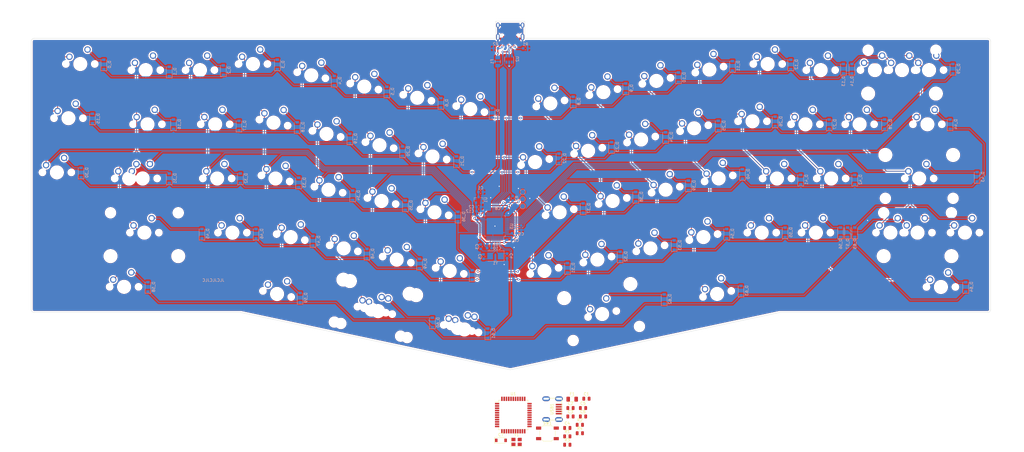
<source format=kicad_pcb>
(kicad_pcb (version 20171130) (host pcbnew "(5.1.6)-1")
  (layers (0 F.Cu signal) (31 B.Cu signal) (34 B.Paste user) (35 F.Paste user) (36 B.SilkS user) (37 F.SilkS user) (38 B.Mask user) (39 F.Mask user) (44 Edge.Cuts user))
  (net 0 "")
  (net 1 col0)
  (net 2 col1)
  (net 3 col2)
  (net 4 col3)
  (net 5 col4)
  (net 6 col5)
  (net 7 col6)
  (net 8 col7)
  (net 9 col8)
  (net 10 col9)
  (net 11 col10)
  (net 12 col11)
  (net 13 col12)
  (net 14 col13)
  (net 15 col14)
  (net 16 row0)
  (net 17 row1)
  (net 18 row2)
  (net 19 row3)
  (net 20 row4)
  (net 21 "Net-(D_0-Pad2)")
  (net 22 "Net-(D_1-Pad2)")
  (net 23 "Net-(D_2-Pad2)")
  (net 24 "Net-(D_3-Pad2)")
  (net 25 "Net-(D_4-Pad2)")
  (net 26 "Net-(D_5-Pad2)")
  (net 27 "Net-(D_6-Pad2)")
  (net 28 "Net-(D_7-Pad2)")
  (net 29 "Net-(D_8-Pad2)")
  (net 30 "Net-(D_9-Pad2)")
  (net 31 "Net-(D_10-Pad2)")
  (net 32 "Net-(D_11-Pad2)")
  (net 33 "Net-(D_12-Pad2)")
  (net 34 "Net-(D_13-Pad2)")
  (net 35 "Net-(D_14-Pad2)")
  (net 36 "Net-(D_15-Pad2)")
  (net 37 "Net-(D_16-Pad2)")
  (net 38 "Net-(D_17-Pad2)")
  (net 39 "Net-(D_18-Pad2)")
  (net 40 "Net-(D_19-Pad2)")
  (net 41 "Net-(D_20-Pad2)")
  (net 42 "Net-(D_21-Pad2)")
  (net 43 "Net-(D_22-Pad2)")
  (net 44 "Net-(D_23-Pad2)")
  (net 45 "Net-(D_24-Pad2)")
  (net 46 "Net-(D_25-Pad2)")
  (net 47 "Net-(D_26-Pad2)")
  (net 48 "Net-(D_27-Pad2)")
  (net 49 "Net-(D_28-Pad2)")
  (net 50 "Net-(D_29-Pad2)")
  (net 51 "Net-(D_30-Pad2)")
  (net 52 "Net-(D_31-Pad2)")
  (net 53 "Net-(D_32-Pad2)")
  (net 54 "Net-(D_33-Pad2)")
  (net 55 "Net-(D_34-Pad2)")
  (net 56 "Net-(D_35-Pad2)")
  (net 57 "Net-(D_36-Pad2)")
  (net 58 "Net-(D_37-Pad2)")
  (net 59 "Net-(D_38-Pad2)")
  (net 60 "Net-(D_39-Pad2)")
  (net 61 "Net-(D_40-Pad2)")
  (net 62 "Net-(D_41-Pad2)")
  (net 63 "Net-(D_42-Pad2)")
  (net 64 "Net-(D_43-Pad2)")
  (net 65 "Net-(D_44-Pad2)")
  (net 66 "Net-(D_45-Pad2)")
  (net 67 "Net-(D_46-Pad2)")
  (net 68 "Net-(D_47-Pad2)")
  (net 69 "Net-(D_48-Pad2)")
  (net 70 "Net-(D_49-Pad2)")
  (net 71 "Net-(D_50-Pad2)")
  (net 72 "Net-(D_51-Pad2)")
  (net 73 "Net-(D_52-Pad2)")
  (net 74 "Net-(D_53-Pad2)")
  (net 75 "Net-(D_54-Pad2)")
  (net 76 "Net-(D_55-Pad2)")
  (net 77 "Net-(D_56-Pad2)")
  (net 78 "Net-(D_57-Pad2)")
  (net 79 "Net-(D_58-Pad2)")
  (net 80 "Net-(D_59-Pad2)")
  (net 81 "Net-(D_60-Pad2)")
  (net 82 "Net-(D_61-Pad2)")
  (net 83 "Net-(D_62-Pad2)")
  (net 84 "Net-(D_63-Pad2)")
  (net 85 "Net-(D_64-Pad2)")
  (net 86 "Net-(D_65-Pad2)")
  (net 87 +5V)
  (net 88 GND)
  (net 89 VBAT)
  (net 90 NRST)
  (net 91 "Net-(C4-Pad1)")
  (net 92 "Net-(C5-Pad1)")
  (net 93 /VBUS)
  (net 94 SWDIO)
  (net 95 SWDCLK)
  (net 96 "Net-(R1-Pad2)")
  (net 97 "Net-(R2-Pad2)")
  (net 98 D+)
  (net 99 BOOT0)
  (net 100 D-)
  (net 101 "Net-(U2-Pad3)")
  (net 102 "Net-(U2-Pad1)")
  (net 103 "Net-(U3-Pad46)")
  (net 104 "Net-(U3-Pad28)")
  (net 105 "Net-(U3-Pad27)")
  (net 106 "Net-(U3-Pad26)")
  (net 107 "Net-(U3-Pad25)")
  (net 108 "Net-(U3-Pad22)")
  (net 109 "Net-(U3-Pad13)")
  (net 110 "Net-(U3-Pad12)")
  (net 111 "Net-(U3-Pad11)")
  (net 112 "Net-(U3-Pad10)")
  (net 113 "Net-(U3-Pad2)")
  (net 114 "Net-(USB1-Pad3)")
  (net 115 "Net-(USB1-Pad9)")
  (net 116 "Net-(C2-Pad1)")
  (net 117 "Net-(C3-Pad1)")
  (net 118 "Net-(C6-Pad2)")
  (net 119 VCC)
  (net 120 "Net-(R1-Pad1)")
  (net 121 "Net-(R2-Pad1)")
  (net 122 "Net-(R3-Pad2)")
  (net 123 "Net-(R4-Pad2)")
  (net 124 "Net-(U1-Pad42)")
  (net 125 "Net-(U1-Pad41)")
  (net 126 "Net-(U1-Pad40)")
  (net 127 "Net-(U1-Pad39)")
  (net 128 "Net-(U1-Pad38)")
  (net 129 "Net-(U1-Pad32)")
  (net 130 "Net-(U1-Pad31)")
  (net 131 "Net-(U1-Pad30)")
  (net 132 "Net-(U1-Pad29)")
  (net 133 "Net-(U1-Pad28)")
  (net 134 "Net-(U1-Pad27)")
  (net 135 "Net-(U1-Pad26)")
  (net 136 "Net-(U1-Pad25)")
  (net 137 "Net-(U1-Pad22)")
  (net 138 "Net-(U1-Pad21)")
  (net 139 "Net-(U1-Pad20)")
  (net 140 "Net-(U1-Pad19)")
  (net 141 "Net-(U1-Pad18)")
  (net 142 "Net-(U1-Pad12)")
  (net 143 "Net-(U1-Pad11)")
  (net 144 "Net-(U1-Pad10)")
  (net 145 "Net-(U1-Pad9)")
  (net 146 "Net-(U1-Pad8)")
  (net 147 "Net-(U1-Pad1)")
  (net 148 "Net-(USB1-Pad6)")
  (net 149 "Net-(USB1-Pad2)")
  (module Crystal:Crystal_SMD_3225-4Pin_3.2x2.5mm (layer F.Cu) (at 161.60676 132.86296)
    (fp_text reference Y1 (at 0 -2.45) (layer F.SilkS))
    (fp_text value 16MHZ)
    (pad 4 smd rect (at -1.1 -0.85) (size 1.4 1.2) (layers F.Cu F.Paste F.Mask) (net 88 GND))
    (pad 3 smd rect (at 1.1 -0.85) (size 1.4 1.2) (layers F.Cu F.Paste F.Mask) (net 117 "Net-(C3-Pad1)"))
    (pad 2 smd rect (at 1.1 0.85) (size 1.4 1.2) (layers F.Cu F.Paste F.Mask) (net 88 GND))
    (pad 1 smd rect (at -1.1 0.85) (size 1.4 1.2) (layers F.Cu F.Paste F.Mask) (net 116 "Net-(C2-Pad1)"))
  )
  (module random-keyboard-parts:Molex-0548190589 (layer F.Cu) (at 172.00676 121.33496)
    (fp_text reference USB1 (at 2.032 0 90) (layer F.SilkS))
    (fp_text value Molex-0548190589)
    (pad 6 thru_hole oval (at 0 -3.65) (size 2.7 1.7) (drill oval 1.9 0.7) (layers *.Cu *.Mask) (net 148 "Net-(USB1-Pad6)"))
    (pad 6 thru_hole oval (at 0 3.65) (size 2.7 1.7) (drill oval 1.9 0.7) (layers *.Cu *.Mask) (net 148 "Net-(USB1-Pad6)"))
    (pad 6 thru_hole oval (at 4.5 3.65) (size 2.7 1.7) (drill oval 1.9 0.7) (layers *.Cu *.Mask) (net 148 "Net-(USB1-Pad6)"))
    (pad 6 thru_hole oval (at 4.5 -3.65) (size 2.7 1.7) (drill oval 1.9 0.7) (layers *.Cu *.Mask) (net 148 "Net-(USB1-Pad6)"))
    (pad 5 smd rect (at 4.5 -1.6) (size 2.25 0.5) (layers F.Cu F.Paste F.Mask) (net 119 VCC))
    (pad 4 smd rect (at 4.5 -0.8) (size 2.25 0.5) (layers F.Cu F.Paste F.Mask) (net 100 D-))
    (pad 3 smd rect (at 4.5 0) (size 2.25 0.5) (layers F.Cu F.Paste F.Mask) (net 98 D+))
    (pad 2 smd rect (at 4.5 0.8) (size 2.25 0.5) (layers F.Cu F.Paste F.Mask) (net 149 "Net-(USB1-Pad2)"))
    (pad 1 smd rect (at 4.5 1.6) (size 2.25 0.5) (layers F.Cu F.Paste F.Mask) (net 88 GND))
  )
  (module Package_QFP:TQFP-44_10x10mm_P0.8mm (layer F.Cu) (at 160.45676 123.41296)
    (fp_text reference U1 (at 0 -7.45) (layer F.SilkS))
    (fp_text value ATmega32U4-AU)
    (pad 44 smd rect (at -4 -5.7 90) (size 1.5 0.55) (layers F.Cu F.Paste F.Mask) (net 87 +5V))
    (pad 43 smd rect (at -3.2 -5.7 90) (size 1.5 0.55) (layers F.Cu F.Paste F.Mask) (net 88 GND))
    (pad 42 smd rect (at -2.4 -5.7 90) (size 1.5 0.55) (layers F.Cu F.Paste F.Mask) (net 124 "Net-(U1-Pad42)"))
    (pad 41 smd rect (at -1.6 -5.7 90) (size 1.5 0.55) (layers F.Cu F.Paste F.Mask) (net 125 "Net-(U1-Pad41)"))
    (pad 40 smd rect (at -0.8 -5.7 90) (size 1.5 0.55) (layers F.Cu F.Paste F.Mask) (net 126 "Net-(U1-Pad40)"))
    (pad 39 smd rect (at 0 -5.7 90) (size 1.5 0.55) (layers F.Cu F.Paste F.Mask) (net 127 "Net-(U1-Pad39)"))
    (pad 38 smd rect (at 0.8 -5.7 90) (size 1.5 0.55) (layers F.Cu F.Paste F.Mask) (net 128 "Net-(U1-Pad38)"))
    (pad 37 smd rect (at 1.6 -5.7 90) (size 1.5 0.55) (layers F.Cu F.Paste F.Mask) (net 20 row4))
    (pad 36 smd rect (at 2.4 -5.7 90) (size 1.5 0.55) (layers F.Cu F.Paste F.Mask) (net 19 row3))
    (pad 35 smd rect (at 3.2 -5.7 90) (size 1.5 0.55) (layers F.Cu F.Paste F.Mask) (net 88 GND))
    (pad 34 smd rect (at 4 -5.7 90) (size 1.5 0.55) (layers F.Cu F.Paste F.Mask) (net 87 +5V))
    (pad 33 smd rect (at 5.7 -4) (size 1.5 0.55) (layers F.Cu F.Paste F.Mask) (net 123 "Net-(R4-Pad2)"))
    (pad 32 smd rect (at 5.7 -3.2) (size 1.5 0.55) (layers F.Cu F.Paste F.Mask) (net 129 "Net-(U1-Pad32)"))
    (pad 31 smd rect (at 5.7 -2.4) (size 1.5 0.55) (layers F.Cu F.Paste F.Mask) (net 130 "Net-(U1-Pad31)"))
    (pad 30 smd rect (at 5.7 -1.6) (size 1.5 0.55) (layers F.Cu F.Paste F.Mask) (net 131 "Net-(U1-Pad30)"))
    (pad 29 smd rect (at 5.7 -0.8) (size 1.5 0.55) (layers F.Cu F.Paste F.Mask) (net 132 "Net-(U1-Pad29)"))
    (pad 28 smd rect (at 5.7 0) (size 1.5 0.55) (layers F.Cu F.Paste F.Mask) (net 133 "Net-(U1-Pad28)"))
    (pad 27 smd rect (at 5.7 0.8) (size 1.5 0.55) (layers F.Cu F.Paste F.Mask) (net 134 "Net-(U1-Pad27)"))
    (pad 26 smd rect (at 5.7 1.6) (size 1.5 0.55) (layers F.Cu F.Paste F.Mask) (net 135 "Net-(U1-Pad26)"))
    (pad 25 smd rect (at 5.7 2.4) (size 1.5 0.55) (layers F.Cu F.Paste F.Mask) (net 136 "Net-(U1-Pad25)"))
    (pad 24 smd rect (at 5.7 3.2) (size 1.5 0.55) (layers F.Cu F.Paste F.Mask) (net 87 +5V))
    (pad 23 smd rect (at 5.7 4) (size 1.5 0.55) (layers F.Cu F.Paste F.Mask) (net 88 GND))
    (pad 22 smd rect (at 4 5.7 90) (size 1.5 0.55) (layers F.Cu F.Paste F.Mask) (net 137 "Net-(U1-Pad22)"))
    (pad 21 smd rect (at 3.2 5.7 90) (size 1.5 0.55) (layers F.Cu F.Paste F.Mask) (net 138 "Net-(U1-Pad21)"))
    (pad 20 smd rect (at 2.4 5.7 90) (size 1.5 0.55) (layers F.Cu F.Paste F.Mask) (net 139 "Net-(U1-Pad20)"))
    (pad 19 smd rect (at 1.6 5.7 90) (size 1.5 0.55) (layers F.Cu F.Paste F.Mask) (net 140 "Net-(U1-Pad19)"))
    (pad 18 smd rect (at 0.8 5.7 90) (size 1.5 0.55) (layers F.Cu F.Paste F.Mask) (net 141 "Net-(U1-Pad18)"))
    (pad 17 smd rect (at 0 5.7 90) (size 1.5 0.55) (layers F.Cu F.Paste F.Mask) (net 116 "Net-(C2-Pad1)"))
    (pad 16 smd rect (at -0.8 5.7 90) (size 1.5 0.55) (layers F.Cu F.Paste F.Mask) (net 117 "Net-(C3-Pad1)"))
    (pad 15 smd rect (at -1.6 5.7 90) (size 1.5 0.55) (layers F.Cu F.Paste F.Mask) (net 88 GND))
    (pad 14 smd rect (at -2.4 5.7 90) (size 1.5 0.55) (layers F.Cu F.Paste F.Mask) (net 87 +5V))
    (pad 13 smd rect (at -3.2 5.7 90) (size 1.5 0.55) (layers F.Cu F.Paste F.Mask) (net 122 "Net-(R3-Pad2)"))
    (pad 12 smd rect (at -4 5.7 90) (size 1.5 0.55) (layers F.Cu F.Paste F.Mask) (net 142 "Net-(U1-Pad12)"))
    (pad 11 smd rect (at -5.7 4) (size 1.5 0.55) (layers F.Cu F.Paste F.Mask) (net 143 "Net-(U1-Pad11)"))
    (pad 10 smd rect (at -5.7 3.2) (size 1.5 0.55) (layers F.Cu F.Paste F.Mask) (net 144 "Net-(U1-Pad10)"))
    (pad 9 smd rect (at -5.7 2.4) (size 1.5 0.55) (layers F.Cu F.Paste F.Mask) (net 145 "Net-(U1-Pad9)"))
    (pad 8 smd rect (at -5.7 1.6) (size 1.5 0.55) (layers F.Cu F.Paste F.Mask) (net 146 "Net-(U1-Pad8)"))
    (pad 7 smd rect (at -5.7 0.8) (size 1.5 0.55) (layers F.Cu F.Paste F.Mask) (net 87 +5V))
    (pad 6 smd rect (at -5.7 0) (size 1.5 0.55) (layers F.Cu F.Paste F.Mask) (net 118 "Net-(C6-Pad2)"))
    (pad 5 smd rect (at -5.7 -0.8) (size 1.5 0.55) (layers F.Cu F.Paste F.Mask) (net 88 GND))
    (pad 4 smd rect (at -5.7 -1.6) (size 1.5 0.55) (layers F.Cu F.Paste F.Mask) (net 121 "Net-(R2-Pad1)"))
    (pad 3 smd rect (at -5.7 -2.4) (size 1.5 0.55) (layers F.Cu F.Paste F.Mask) (net 120 "Net-(R1-Pad1)"))
    (pad 2 smd rect (at -5.7 -3.2) (size 1.5 0.55) (layers F.Cu F.Paste F.Mask) (net 87 +5V))
    (pad 1 smd rect (at -5.7 -4) (size 1.5 0.55) (layers F.Cu F.Paste F.Mask) (net 147 "Net-(U1-Pad1)"))
  )
  (module Button_Switch_SMD:SW_SPST_SKQG_WithStem (layer F.Cu) (at 172.45676 129.85296)
    (fp_text reference SW1 (at 0 -3.6) (layer F.SilkS))
    (fp_text value SW_Push)
    (pad 2 smd rect (at 3.1 1.85) (size 1.8 1.1) (layers F.Cu F.Paste F.Mask) (net 122 "Net-(R3-Pad2)"))
    (pad 2 smd rect (at -3.1 1.85) (size 1.8 1.1) (layers F.Cu F.Paste F.Mask) (net 122 "Net-(R3-Pad2)"))
    (pad 1 smd rect (at 3.1 -1.85) (size 1.8 1.1) (layers F.Cu F.Paste F.Mask) (net 88 GND))
    (pad 1 smd rect (at -3.1 -1.85) (size 1.8 1.1) (layers F.Cu F.Paste F.Mask) (net 88 GND))
  )
  (module Fuse:Fuse_0805_2012Metric (layer F.Cu) (at 183.84676 129.80296)
    (fp_text reference R4 (at 0 -1.65) (layer F.SilkS))
    (fp_text value 10k)
    (pad 2 smd roundrect (at 0.9375 0) (size 0.975 1.4) (layers F.Cu F.Paste F.Mask) (net 123 "Net-(R4-Pad2)"))
    (pad 1 smd roundrect (at -0.9375 0) (size 0.975 1.4) (layers F.Cu F.Paste F.Mask) (net 88 GND))
  )
  (module Fuse:Fuse_0805_2012Metric (layer F.Cu) (at 179.43676 133.85296)
    (fp_text reference R3 (at 0 -1.65) (layer F.SilkS))
    (fp_text value R_Small)
    (pad 2 smd roundrect (at 0.9375 0) (size 0.975 1.4) (layers F.Cu F.Paste F.Mask) (net 122 "Net-(R3-Pad2)"))
    (pad 1 smd roundrect (at -0.9375 0) (size 0.975 1.4) (layers F.Cu F.Paste F.Mask) (net 87 +5V))
  )
  (module Fuse:Fuse_0805_2012Metric (layer F.Cu) (at 183.84676 126.85296)
    (fp_text reference R2 (at 0 -1.65) (layer F.SilkS))
    (fp_text value 22)
    (pad 2 smd roundrect (at 0.9375 0) (size 0.975 1.4) (layers F.Cu F.Paste F.Mask) (net 98 D+))
    (pad 1 smd roundrect (at -0.9375 0) (size 0.975 1.4) (layers F.Cu F.Paste F.Mask) (net 121 "Net-(R2-Pad1)"))
  )
  (module Fuse:Fuse_0805_2012Metric (layer F.Cu) (at 179.43676 130.90296)
    (fp_text reference R1 (at 0 -1.65) (layer F.SilkS))
    (fp_text value 22)
    (pad 2 smd roundrect (at 0.9375 0) (size 0.975 1.4) (layers F.Cu F.Paste F.Mask) (net 100 D-))
    (pad 1 smd roundrect (at -0.9375 0) (size 0.975 1.4) (layers F.Cu F.Paste F.Mask) (net 120 "Net-(R1-Pad1)"))
  )
  (module Fuse:Fuse_1206_3216Metric (layer F.Cu) (at 181.15676 117.83296)
    (fp_text reference F1 (at 0 -1.82) (layer F.SilkS))
    (fp_text value Polyfuse)
    (pad 2 smd roundrect (at 1.4 0) (size 1.25 1.75) (layers F.Cu F.Paste F.Mask) (roundrect_rratio 0.2) (net 119 VCC))
    (pad 1 smd roundrect (at -1.4 0) (size 1.25 1.75) (layers F.Cu F.Paste F.Mask) (roundrect_rratio 0.2) (net 87 +5V))
  )
  (module Diode_SMD:D_SOD-123 (layer F.Cu) (at 156.10676 132.31296)
    (fp_text reference C7 (at 0 -2) (layer F.SilkS))
    (fp_text value 100uf)
    (pad 2 smd rect (at 1.65 0) (size 0.9 1.2) (layers F.Cu F.Paste F.Mask) (net 88 GND))
    (pad 1 smd rect (at -1.65 0) (size 0.9 1.2) (layers F.Cu F.Paste F.Mask) (net 87 +5V))
  )
  (module Capacitor_SMD:C_0805_2012Metric (layer F.Cu) (at 184.96676 123.90296)
    (fp_text reference C6 (at 0 -1.65) (layer F.SilkS))
    (fp_text value C_Small)
    (pad 2 smd roundrect (at 0.9375 0) (size 0.975 1.4) (layers F.Cu F.Paste F.Mask) (net 118 "Net-(C6-Pad2)"))
    (pad 1 smd roundrect (at -0.9375 0) (size 0.975 1.4) (layers F.Cu F.Paste F.Mask) (net 88 GND))
  )
  (module Capacitor_SMD:C_0805_2012Metric (layer F.Cu) (at 184.96676 120.95296)
    (fp_text reference C5 (at 0 -1.65) (layer F.SilkS))
    (fp_text value "0.1 uf")
    (pad 2 smd roundrect (at 0.9375 0) (size 0.975 1.4) (layers F.Cu F.Paste F.Mask) (net 88 GND))
    (pad 1 smd roundrect (at -0.9375 0) (size 0.975 1.4) (layers F.Cu F.Paste F.Mask) (net 87 +5V))
  )
  (module Capacitor_SMD:C_0805_2012Metric (layer F.Cu) (at 179.43676 127.95296)
    (fp_text reference C4 (at 0 -1.65) (layer F.SilkS))
    (fp_text value "0.1 uf")
    (pad 2 smd roundrect (at 0.9375 0) (size 0.975 1.4) (layers F.Cu F.Paste F.Mask) (net 88 GND))
    (pad 1 smd roundrect (at -0.9375 0) (size 0.975 1.4) (layers F.Cu F.Paste F.Mask) (net 87 +5V))
  )
  (module Capacitor_SMD:C_0805_2012Metric (layer F.Cu) (at 180.55676 123.90296)
    (fp_text reference C3 (at 0 -1.65) (layer F.SilkS))
    (fp_text value 22pF)
    (pad 2 smd roundrect (at 0.9375 0) (size 0.975 1.4) (layers F.Cu F.Paste F.Mask) (net 88 GND))
    (pad 1 smd roundrect (at -0.9375 0) (size 0.975 1.4) (layers F.Cu F.Paste F.Mask) (net 117 "Net-(C3-Pad1)"))
  )
  (module Capacitor_SMD:C_0805_2012Metric (layer F.Cu) (at 180.55676 120.95296)
    (fp_text reference C2 (at 0 -1.65) (layer F.SilkS))
    (fp_text value 22pF)
    (pad 2 smd roundrect (at 0.9375 0) (size 0.975 1.4) (layers F.Cu F.Paste F.Mask) (net 88 GND))
    (pad 1 smd roundrect (at -0.9375 0) (size 0.975 1.4) (layers F.Cu F.Paste F.Mask) (net 116 "Net-(C2-Pad1)"))
  )
  (module Capacitor_SMD:C_0805_2012Metric (layer F.Cu) (at 186.16676 117.66296)
    (fp_text reference C1 (at 0 -1.65) (layer F.SilkS))
    (fp_text value "0.1 uf")
    (pad 2 smd roundrect (at 0.9375 0) (size 0.975 1.4) (layers F.Cu F.Paste F.Mask) (net 88 GND))
    (pad 1 smd roundrect (at -0.9375 0) (size 0.975 1.4) (layers F.Cu F.Paste F.Mask) (net 87 +5V))
  )
  (module Type-C:HRO-TYPE-C-31-M-12-jlc (layer F.Cu) (at 159.369999 -16.25 180)
    (fp_text reference USB1 hide)
    (fp_text value HRO-TYPE-C-31-M-12)
    (pad 12 smd rect (at 3.225 -7.695 180) (size 0.575 1.45) (layers F.Cu F.Paste F.Mask) (net 88 GND))
    (pad 1 smd rect (at -3.225 -7.695 180) (size 0.575 1.45) (layers F.Cu F.Paste F.Mask) (net 88 GND))
    (pad 11 smd rect (at 2.45 -7.695 180) (size 0.575 1.45) (layers F.Cu F.Paste F.Mask) (net 93 /VBUS))
    (pad 2 smd rect (at -2.45 -7.695 180) (size 0.575 1.45) (layers F.Cu F.Paste F.Mask) (net 93 /VBUS))
    (pad 3 smd rect (at -1.75 -7.695 180) (size 0.3 1.45) (layers F.Cu F.Paste F.Mask) (net 114 "Net-(USB1-Pad3)"))
    (pad 10 smd rect (at 1.75 -7.695 180) (size 0.3 1.45) (layers F.Cu F.Paste F.Mask) (net 97 "Net-(R2-Pad2)"))
    (pad 4 smd rect (at -1.25 -7.695 180) (size 0.3 1.45) (layers F.Cu F.Paste F.Mask) (net 96 "Net-(R1-Pad2)"))
    (pad 9 smd rect (at 1.25 -7.695 180) (size 0.3 1.45) (layers F.Cu F.Paste F.Mask) (net 115 "Net-(USB1-Pad9)"))
    (pad 5 smd rect (at -0.75 -7.695 180) (size 0.3 1.45) (layers F.Cu F.Paste F.Mask) (net 100 D-))
    (pad 8 smd rect (at 0.75 -7.695 180) (size 0.3 1.45) (layers F.Cu F.Paste F.Mask) (net 98 D+))
    (pad 7 smd rect (at 0.25 -7.695 180) (size 0.3 1.45) (layers F.Cu F.Paste F.Mask) (net 100 D-))
    (pad 6 smd rect (at -0.25 -7.695 180) (size 0.3 1.45) (layers F.Cu F.Paste F.Mask) (net 98 D+))
    (pad "" np_thru_hole circle (at 2.89 -6.25 180) (size 0.65 0.65) (drill 0.65) (layers *.Cu *.Mask))
    (pad "" np_thru_hole circle (at -2.89 -6.25 180) (size 0.65 0.65) (drill 0.65) (layers *.Cu *.Mask))
    (pad 13 thru_hole oval (at -4.32 -6.78 180) (size 1.2 2.3) (drill oval 0.6 1.7) (layers *.Cu *.Mask) (net 88 GND))
    (pad 13 thru_hole oval (at 4.32 -6.78 180) (size 1.2 2.3) (drill oval 0.6 1.7) (layers *.Cu *.Mask) (net 88 GND))
    (pad 13 thru_hole oval (at -4.32 -2.6 180) (size 1.2 1.8) (drill oval 0.6 1.2) (layers *.Cu *.Mask) (net 88 GND))
    (pad 13 thru_hole oval (at 4.32 -2.6 180) (size 1.2 1.8) (drill oval 0.6 1.2) (layers *.Cu *.Mask) (net 88 GND))
  )
  (module Crystal:Crystal_SMD_5032-2Pin_5.0x3.2mm (layer B.Cu) (at 154.15 67.5 180)
    (fp_text reference Y1 (at 0 -2.5) (layer B.SilkS) (effects (justify mirror)))
    (fp_text value 8MHz)
    (pad 2 smd rect (at 1.85 0 180) (size 2 2.4) (layers B.Cu B.Paste B.Mask) (net 92 "Net-(C5-Pad1)"))
    (pad 1 smd rect (at -1.85 0 180) (size 2 2.4) (layers B.Cu B.Paste B.Mask) (net 91 "Net-(C4-Pad1)"))
  )
  (module Package_QFP:LQFP-48_7x7mm_P0.5mm (layer B.Cu) (at 154 57 90)
    (fp_text reference U3 (at 0 5.85 90) (layer B.SilkS) (effects (justify mirror)))
    (fp_text value STM32F103C8Tx)
    (pad 48 smd roundrect (at -2.75 4.1625 90) (size 0.3 1.475) (layers B.Cu B.Paste B.Mask) (net 89 VBAT))
    (pad 47 smd roundrect (at -2.25 4.1625 90) (size 0.3 1.475) (layers B.Cu B.Paste B.Mask) (net 88 GND))
    (pad 46 smd roundrect (at -1.75 4.1625 90) (size 0.3 1.475) (layers B.Cu B.Paste B.Mask) (net 103 "Net-(U3-Pad46)"))
    (pad 45 smd roundrect (at -1.25 4.1625 90) (size 0.3 1.475) (layers B.Cu B.Paste B.Mask) (net 9 col8))
    (pad 44 smd roundrect (at -0.75 4.1625 90) (size 0.3 1.475) (layers B.Cu B.Paste B.Mask) (net 99 BOOT0))
    (pad 43 smd roundrect (at -0.25 4.1625 90) (size 0.3 1.475) (layers B.Cu B.Paste B.Mask) (net 10 col9))
    (pad 42 smd roundrect (at 0.25 4.1625 90) (size 0.3 1.475) (layers B.Cu B.Paste B.Mask) (net 11 col10))
    (pad 41 smd roundrect (at 0.75 4.1625 90) (size 0.3 1.475) (layers B.Cu B.Paste B.Mask) (net 12 col11))
    (pad 40 smd roundrect (at 1.25 4.1625 90) (size 0.3 1.475) (layers B.Cu B.Paste B.Mask) (net 13 col12))
    (pad 39 smd roundrect (at 1.75 4.1625 90) (size 0.3 1.475) (layers B.Cu B.Paste B.Mask) (net 14 col13))
    (pad 38 smd roundrect (at 2.25 4.1625 90) (size 0.3 1.475) (layers B.Cu B.Paste B.Mask) (net 15 col14))
    (pad 37 smd roundrect (at 2.75 4.1625 90) (size 0.3 1.475) (layers B.Cu B.Paste B.Mask) (net 95 SWDCLK))
    (pad 36 smd roundrect (at 4.1625 2.75 90) (size 1.475 0.3) (layers B.Cu B.Paste B.Mask) (net 89 VBAT))
    (pad 35 smd roundrect (at 4.1625 2.25 90) (size 1.475 0.3) (layers B.Cu B.Paste B.Mask) (net 88 GND))
    (pad 34 smd roundrect (at 4.1625 1.75 90) (size 1.475 0.3) (layers B.Cu B.Paste B.Mask) (net 94 SWDIO))
    (pad 33 smd roundrect (at 4.1625 1.25 90) (size 1.475 0.3) (layers B.Cu B.Paste B.Mask) (net 98 D+))
    (pad 32 smd roundrect (at 4.1625 0.75 90) (size 1.475 0.3) (layers B.Cu B.Paste B.Mask) (net 100 D-))
    (pad 31 smd roundrect (at 4.1625 0.25 90) (size 1.475 0.3) (layers B.Cu B.Paste B.Mask) (net 16 row0))
    (pad 30 smd roundrect (at 4.1625 -0.25 90) (size 1.475 0.3) (layers B.Cu B.Paste B.Mask) (net 8 col7))
    (pad 29 smd roundrect (at 4.1625 -0.75 90) (size 1.475 0.3) (layers B.Cu B.Paste B.Mask) (net 17 row1))
    (pad 28 smd roundrect (at 4.1625 -1.25 90) (size 1.475 0.3) (layers B.Cu B.Paste B.Mask) (net 104 "Net-(U3-Pad28)"))
    (pad 27 smd roundrect (at 4.1625 -1.75 90) (size 1.475 0.3) (layers B.Cu B.Paste B.Mask) (net 105 "Net-(U3-Pad27)"))
    (pad 26 smd roundrect (at 4.1625 -2.25 90) (size 1.475 0.3) (layers B.Cu B.Paste B.Mask) (net 106 "Net-(U3-Pad26)"))
    (pad 25 smd roundrect (at 4.1625 -2.75 90) (size 1.475 0.3) (layers B.Cu B.Paste B.Mask) (net 107 "Net-(U3-Pad25)"))
    (pad 24 smd roundrect (at 2.75 -4.1625 90) (size 0.3 1.475) (layers B.Cu B.Paste B.Mask) (net 89 VBAT))
    (pad 23 smd roundrect (at 2.25 -4.1625 90) (size 0.3 1.475) (layers B.Cu B.Paste B.Mask) (net 88 GND))
    (pad 22 smd roundrect (at 1.75 -4.1625 90) (size 0.3 1.475) (layers B.Cu B.Paste B.Mask) (net 108 "Net-(U3-Pad22)"))
    (pad 21 smd roundrect (at 1.25 -4.1625 90) (size 0.3 1.475) (layers B.Cu B.Paste B.Mask) (net 1 col0))
    (pad 20 smd roundrect (at 0.75 -4.1625 90) (size 0.3 1.475) (layers B.Cu B.Paste B.Mask) (net 2 col1))
    (pad 19 smd roundrect (at 0.25 -4.1625 90) (size 0.3 1.475) (layers B.Cu B.Paste B.Mask) (net 3 col2))
    (pad 18 smd roundrect (at -0.25 -4.1625 90) (size 0.3 1.475) (layers B.Cu B.Paste B.Mask) (net 4 col3))
    (pad 17 smd roundrect (at -0.75 -4.1625 90) (size 0.3 1.475) (layers B.Cu B.Paste B.Mask) (net 5 col4))
    (pad 16 smd roundrect (at -1.25 -4.1625 90) (size 0.3 1.475) (layers B.Cu B.Paste B.Mask) (net 6 col5))
    (pad 15 smd roundrect (at -1.75 -4.1625 90) (size 0.3 1.475) (layers B.Cu B.Paste B.Mask) (net 7 col6))
    (pad 14 smd roundrect (at -2.25 -4.1625 90) (size 0.3 1.475) (layers B.Cu B.Paste B.Mask) (net 18 row2))
    (pad 13 smd roundrect (at -2.75 -4.1625 90) (size 0.3 1.475) (layers B.Cu B.Paste B.Mask) (net 109 "Net-(U3-Pad13)"))
    (pad 12 smd roundrect (at -4.1625 -2.75 90) (size 1.475 0.3) (layers B.Cu B.Paste B.Mask) (net 110 "Net-(U3-Pad12)"))
    (pad 11 smd roundrect (at -4.1625 -2.25 90) (size 1.475 0.3) (layers B.Cu B.Paste B.Mask) (net 111 "Net-(U3-Pad11)"))
    (pad 10 smd roundrect (at -4.1625 -1.75 90) (size 1.475 0.3) (layers B.Cu B.Paste B.Mask) (net 112 "Net-(U3-Pad10)"))
    (pad 9 smd roundrect (at -4.1625 -1.25 90) (size 1.475 0.3) (layers B.Cu B.Paste B.Mask) (net 89 VBAT))
    (pad 8 smd roundrect (at -4.1625 -0.75 90) (size 1.475 0.3) (layers B.Cu B.Paste B.Mask) (net 88 GND))
    (pad 7 smd roundrect (at -4.1625 -0.25 90) (size 1.475 0.3) (layers B.Cu B.Paste B.Mask) (net 90 NRST))
    (pad 6 smd roundrect (at -4.1625 0.25 90) (size 1.475 0.3) (layers B.Cu B.Paste B.Mask) (net 92 "Net-(C5-Pad1)"))
    (pad 5 smd roundrect (at -4.1625 0.75 90) (size 1.475 0.3) (layers B.Cu B.Paste B.Mask) (net 91 "Net-(C4-Pad1)"))
    (pad 4 smd roundrect (at -4.1625 1.25 90) (size 1.475 0.3) (layers B.Cu B.Paste B.Mask) (net 20 row4))
    (pad 3 smd roundrect (at -4.1625 1.75 90) (size 1.475 0.3) (layers B.Cu B.Paste B.Mask) (net 19 row3))
    (pad 2 smd roundrect (at -4.1625 2.25 90) (size 1.475 0.3) (layers B.Cu B.Paste B.Mask) (net 113 "Net-(U3-Pad2)"))
    (pad 1 smd roundrect (at -4.1625 2.75 90) (size 1.475 0.3) (layers B.Cu B.Paste B.Mask) (net 89 VBAT))
  )
  (module Package_TO_SOT_SMD:SOT-23-6 (layer B.Cu) (at 159 -1.75 90)
    (fp_text reference U2 (at 0 2.9 90) (layer B.SilkS) (effects (justify mirror)))
    (fp_text value SRV05-4)
    (pad 5 smd rect (at 1.1 0 90) (size 1.06 0.65) (layers B.Cu B.Paste B.Mask) (net 87 +5V))
    (pad 6 smd rect (at 1.1 0.95 90) (size 1.06 0.65) (layers B.Cu B.Paste B.Mask) (net 98 D+))
    (pad 4 smd rect (at 1.1 -0.95 90) (size 1.06 0.65) (layers B.Cu B.Paste B.Mask) (net 100 D-))
    (pad 3 smd rect (at -1.1 -0.95 90) (size 1.06 0.65) (layers B.Cu B.Paste B.Mask) (net 101 "Net-(U2-Pad3)"))
    (pad 2 smd rect (at -1.1 0 90) (size 1.06 0.65) (layers B.Cu B.Paste B.Mask) (net 88 GND))
    (pad 1 smd rect (at -1.1 0.95 90) (size 1.06 0.65) (layers B.Cu B.Paste B.Mask) (net 102 "Net-(U2-Pad1)"))
  )
  (module Package_TO_SOT_SMD:SOT-23 (layer B.Cu) (at 148.25 47.75 90)
    (fp_text reference U1 (at 0 2.5 90) (layer B.SilkS) (effects (justify mirror)))
    (fp_text value XC6206P332MR)
    (pad 3 smd rect (at 1 0 90) (size 0.9 0.8) (layers B.Cu B.Paste B.Mask) (net 87 +5V))
    (pad 2 smd rect (at -1 -0.95 90) (size 0.9 0.8) (layers B.Cu B.Paste B.Mask) (net 89 VBAT))
    (pad 1 smd rect (at -1 0.95 90) (size 0.9 0.8) (layers B.Cu B.Paste B.Mask) (net 88 GND))
  )
  (module Resistor_SMD:R_0603_1608Metric (layer B.Cu) (at 163.25 57.5375 270)
    (fp_text reference R4 (at 0 1.43 90) (layer B.SilkS) (effects (justify mirror)))
    (fp_text value 10k)
    (pad 2 smd roundrect (at 0.7875 0 270) (size 0.875 0.95) (layers B.Cu B.Paste B.Mask) (net 88 GND))
    (pad 1 smd roundrect (at -0.7875 0 270) (size 0.875 0.95) (layers B.Cu B.Paste B.Mask) (net 99 BOOT0))
  )
  (module Resistor_SMD:R_0603_1608Metric (layer B.Cu) (at 160.25 47.2125 90)
    (fp_text reference R3 (at 0 1.43 90) (layer B.SilkS) (effects (justify mirror)))
    (fp_text value 1.5k)
    (pad 2 smd roundrect (at 0.7875 0 90) (size 0.875 0.95) (layers B.Cu B.Paste B.Mask) (net 98 D+))
    (pad 1 smd roundrect (at -0.7875 0 90) (size 0.875 0.95) (layers B.Cu B.Paste B.Mask) (net 89 VBAT))
  )
  (module Resistor_SMD:R_0603_1608Metric (layer B.Cu) (at 154.2875 -5.5)
    (fp_text reference R2 (at -0.0375 -1.5) (layer B.SilkS) (effects (justify mirror)))
    (fp_text value 5.1k)
    (pad 2 smd roundrect (at 0.7875 0) (size 0.875 0.95) (layers B.Cu B.Paste B.Mask) (net 97 "Net-(R2-Pad2)"))
    (pad 1 smd roundrect (at -0.7875 0) (size 0.875 0.95) (layers B.Cu B.Paste B.Mask) (net 88 GND))
  )
  (module Resistor_SMD:R_0603_1608Metric (layer B.Cu) (at 164.7125 -5.5 180)
    (fp_text reference R1 (at 0 1.43) (layer B.SilkS) (effects (justify mirror)))
    (fp_text value 5.1k)
    (pad 2 smd roundrect (at 0.7875 0 180) (size 0.875 0.95) (layers B.Cu B.Paste B.Mask) (net 96 "Net-(R1-Pad2)"))
    (pad 1 smd roundrect (at -0.7875 0 180) (size 0.875 0.95) (layers B.Cu B.Paste B.Mask) (net 88 GND))
  )
  (module TestPoint:TestPoint_Pad_D1.5mm (layer B.Cu) (at 163.75 45)
    (fp_text reference J3 hide)
    (fp_text value Conn_01x01_Female)
    (pad 1 smd circle (at 0 0) (size 1.5 1.5) (layers B.Cu B.Mask) (net 88 GND))
  )
  (module TestPoint:TestPoint_Pad_D1.5mm (layer B.Cu) (at 163.75 50)
    (fp_text reference J2 hide)
    (fp_text value Conn_01x01_Female)
    (pad 1 smd circle (at 0 0) (size 1.5 1.5) (layers B.Cu B.Mask) (net 95 SWDCLK))
  )
  (module TestPoint:TestPoint_Pad_D1.5mm (layer B.Cu) (at 163.75 47.5)
    (fp_text reference J1 hide)
    (fp_text value Conn_01x01_Female)
    (pad 1 smd circle (at 0 0) (size 1.5 1.5) (layers B.Cu B.Mask) (net 94 SWDIO))
  )
  (module Fuse:Fuse_1206_3216Metric (layer B.Cu) (at 155 -0.85 90)
    (fp_text reference F1 (at 0 -2 90) (layer B.SilkS) (effects (justify mirror)))
    (fp_text value 500mA)
    (pad 2 smd roundrect (at 1.4 0 90) (size 1.25 1.75) (layers B.Cu B.Paste B.Mask) (roundrect_rratio 0.2) (net 93 /VBUS))
    (pad 1 smd roundrect (at -1.4 0 90) (size 1.25 1.75) (layers B.Cu B.Paste B.Mask) (roundrect_rratio 0.2) (net 87 +5V))
  )
  (module Capacitor_SMD:C_0603_1608Metric (layer B.Cu) (at 148.2875 51.75)
    (fp_text reference C12 (at -3.0375 0) (layer B.SilkS) (effects (justify mirror)))
    (fp_text value 10u)
    (pad 2 smd roundrect (at 0.7875 0) (size 0.875 0.95) (layers B.Cu B.Paste B.Mask) (net 88 GND))
    (pad 1 smd roundrect (at -0.7875 0) (size 0.875 0.95) (layers B.Cu B.Paste B.Mask) (net 89 VBAT))
  )
  (module Capacitor_SMD:C_0603_1608Metric (layer B.Cu) (at 152.0375 63.25)
    (fp_text reference C11 (at 2.7125 0) (layer B.SilkS) (effects (justify mirror)))
    (fp_text value 100n)
    (pad 2 smd roundrect (at 0.7875 0) (size 0.875 0.95) (layers B.Cu B.Paste B.Mask) (net 88 GND))
    (pad 1 smd roundrect (at -0.7875 0) (size 0.875 0.95) (layers B.Cu B.Paste B.Mask) (net 89 VBAT))
  )
  (module Capacitor_SMD:C_0603_1608Metric (layer B.Cu) (at 152.0375 64.75)
    (fp_text reference C10 (at 2.7125 0) (layer B.SilkS) (effects (justify mirror)))
    (fp_text value 1u)
    (pad 2 smd roundrect (at 0.7875 0) (size 0.875 0.95) (layers B.Cu B.Paste B.Mask) (net 88 GND))
    (pad 1 smd roundrect (at -0.7875 0) (size 0.875 0.95) (layers B.Cu B.Paste B.Mask) (net 89 VBAT))
  )
  (module Capacitor_SMD:C_0603_1608Metric (layer B.Cu) (at 160.7875 59.5)
    (fp_text reference C9 (at 2.4625 0.25) (layer B.SilkS) (effects (justify mirror)))
    (fp_text value 100n)
    (pad 2 smd roundrect (at 0.7875 0) (size 0.875 0.95) (layers B.Cu B.Paste B.Mask) (net 88 GND))
    (pad 1 smd roundrect (at -0.7875 0) (size 0.875 0.95) (layers B.Cu B.Paste B.Mask) (net 89 VBAT))
  )
  (module Capacitor_SMD:C_0603_1608Metric (layer B.Cu) (at 157.4625 50.75 180)
    (fp_text reference C8 (at 2.4625 0) (layer B.SilkS) (effects (justify mirror)))
    (fp_text value 100n)
    (pad 2 smd roundrect (at 0.7875 0 180) (size 0.875 0.95) (layers B.Cu B.Paste B.Mask) (net 88 GND))
    (pad 1 smd roundrect (at -0.7875 0 180) (size 0.875 0.95) (layers B.Cu B.Paste B.Mask) (net 89 VBAT))
  )
  (module Capacitor_SMD:C_0603_1608Metric (layer B.Cu) (at 147.75 54.0375 270)
    (fp_text reference C7 (at 0 1.43 90) (layer B.SilkS) (effects (justify mirror)))
    (fp_text value 100n)
    (pad 2 smd roundrect (at 0.7875 0 270) (size 0.875 0.95) (layers B.Cu B.Paste B.Mask) (net 88 GND))
    (pad 1 smd roundrect (at -0.7875 0 270) (size 0.875 0.95) (layers B.Cu B.Paste B.Mask) (net 89 VBAT))
  )
  (module Capacitor_SMD:C_0603_1608Metric (layer B.Cu) (at 159.0375 61.75)
    (fp_text reference C6 (at 2.4625 0.25) (layer B.SilkS) (effects (justify mirror)))
    (fp_text value 100n)
    (pad 2 smd roundrect (at 0.7875 0) (size 0.875 0.95) (layers B.Cu B.Paste B.Mask) (net 88 GND))
    (pad 1 smd roundrect (at -0.7875 0) (size 0.875 0.95) (layers B.Cu B.Paste B.Mask) (net 89 VBAT))
  )
  (module Capacitor_SMD:C_0603_1608Metric (layer B.Cu) (at 150 67.7125 90)
    (fp_text reference C5 (at 0 -1.25 90) (layer B.SilkS) (effects (justify mirror)))
    (fp_text value 20p)
    (pad 2 smd roundrect (at 0.7875 0 90) (size 0.875 0.95) (layers B.Cu B.Paste B.Mask) (net 88 GND))
    (pad 1 smd roundrect (at -0.7875 0 90) (size 0.875 0.95) (layers B.Cu B.Paste B.Mask) (net 92 "Net-(C5-Pad1)"))
  )
  (module Capacitor_SMD:C_0603_1608Metric (layer B.Cu) (at 158.25 67.4625 270)
    (fp_text reference C4 (at 0 -1.5 90) (layer B.SilkS) (effects (justify mirror)))
    (fp_text value 20p)
    (pad 2 smd roundrect (at 0.7875 0 270) (size 0.875 0.95) (layers B.Cu B.Paste B.Mask) (net 88 GND))
    (pad 1 smd roundrect (at -0.7875 0 270) (size 0.875 0.95) (layers B.Cu B.Paste B.Mask) (net 91 "Net-(C4-Pad1)"))
  )
  (module Capacitor_SMD:C_0603_1608Metric (layer B.Cu) (at 149 64.2125 90)
    (fp_text reference C3 (at 0 -1.25 90) (layer B.SilkS) (effects (justify mirror)))
    (fp_text value 100n)
    (pad 2 smd roundrect (at 0.7875 0 90) (size 0.875 0.95) (layers B.Cu B.Paste B.Mask) (net 88 GND))
    (pad 1 smd roundrect (at -0.7875 0 90) (size 0.875 0.95) (layers B.Cu B.Paste B.Mask) (net 90 NRST))
  )
  (module Capacitor_SMD:C_0603_1608Metric (layer B.Cu) (at 148.2875 50.25)
    (fp_text reference C2 (at -2.5375 0) (layer B.SilkS) (effects (justify mirror)))
    (fp_text value 1u)
    (pad 2 smd roundrect (at 0.7875 0) (size 0.875 0.95) (layers B.Cu B.Paste B.Mask) (net 88 GND))
    (pad 1 smd roundrect (at -0.7875 0) (size 0.875 0.95) (layers B.Cu B.Paste B.Mask) (net 89 VBAT))
  )
  (module Capacitor_SMD:C_0603_1608Metric (layer B.Cu) (at 148.9625 45 180)
    (fp_text reference C1 (at 0 1.43) (layer B.SilkS) (effects (justify mirror)))
    (fp_text value 1u)
    (pad 2 smd roundrect (at 0.7875 0 180) (size 0.875 0.95) (layers B.Cu B.Paste B.Mask) (net 87 +5V))
    (pad 1 smd roundrect (at -0.7875 0 180) (size 0.875 0.95) (layers B.Cu B.Paste B.Mask) (net 88 GND))
  )
  (module MX_Only:MXOnly-2.75U-NoLED (layer F.Cu) (at 302.57 59.289999)
    (fp_text reference K_572)
    (fp_text value MX-NoLED)
    (pad 2 thru_hole circle (at 2.54 -5.08) (size 2.25 2.25) (drill 1.47) (layers *.Cu B.Mask) (net 14 col13))
    (pad "" np_thru_hole circle (at 0 0) (size 3.9878 3.9878) (drill 3.9878) (layers *.Cu *.Mask))
    (pad 1 thru_hole circle (at -3.81 -2.54) (size 2.25 2.25) (drill 1.47) (layers *.Cu B.Mask) (net 78 "Net-(D_57-Pad2)"))
    (pad "" np_thru_hole circle (at -5.08 0 48.0996) (size 1.75 1.75) (drill 1.75) (layers *.Cu *.Mask))
    (pad "" np_thru_hole circle (at 5.08 0 48.0996) (size 1.75 1.75) (drill 1.75) (layers *.Cu *.Mask))
    (pad "" np_thru_hole circle (at -11.90625 -6.985) (size 3.048 3.048) (drill 3.048) (layers *.Cu *.Mask))
    (pad "" np_thru_hole circle (at 11.90625 -6.985) (size 3.048 3.048) (drill 3.048) (layers *.Cu *.Mask))
    (pad "" np_thru_hole circle (at -11.90625 8.255) (size 3.9878 3.9878) (drill 3.9878) (layers *.Cu *.Mask))
    (pad "" np_thru_hole circle (at 11.90625 8.255) (size 3.9878 3.9878) (drill 3.9878) (layers *.Cu *.Mask))
  )
  (module MX_Only:MXOnly-2U-NoLED (layer F.Cu) (at 297.105 2.14)
    (fp_text reference K_142)
    (fp_text value MX-NoLED)
    (pad 2 thru_hole circle (at 2.54 -5.08) (size 2.25 2.25) (drill 1.47) (layers *.Cu B.Mask) (net 15 col14))
    (pad "" np_thru_hole circle (at 0 0) (size 3.9878 3.9878) (drill 3.9878) (layers *.Cu *.Mask))
    (pad 1 thru_hole circle (at -3.81 -2.54) (size 2.25 2.25) (drill 1.47) (layers *.Cu B.Mask) (net 35 "Net-(D_14-Pad2)"))
    (pad "" np_thru_hole circle (at -5.08 0 48.0996) (size 1.75 1.75) (drill 1.75) (layers *.Cu *.Mask))
    (pad "" np_thru_hole circle (at 5.08 0 48.0996) (size 1.75 1.75) (drill 1.75) (layers *.Cu *.Mask))
    (pad "" np_thru_hole circle (at -11.90625 -6.985) (size 3.048 3.048) (drill 3.048) (layers *.Cu *.Mask))
    (pad "" np_thru_hole circle (at 11.90625 -6.985) (size 3.048 3.048) (drill 3.048) (layers *.Cu *.Mask))
    (pad "" np_thru_hole circle (at -11.90625 8.255) (size 3.9878 3.9878) (drill 3.9878) (layers *.Cu *.Mask))
    (pad "" np_thru_hole circle (at 11.90625 8.255) (size 3.9878 3.9878) (drill 3.9878) (layers *.Cu *.Mask))
  )
  (module MX_Only:MXOnly-2.25U-ReversedStabilizers-NoLED (layer F.Cu) (at 303.16 40.24)
    (fp_text reference K_43)
    (fp_text value KEYSW)
    (pad 2 thru_hole circle (at 2.54 -5.08) (size 2.25 2.25) (drill 1.47) (layers *.Cu B.Mask) (net 64 "Net-(D_43-Pad2)"))
    (pad "" np_thru_hole circle (at 0 0) (size 3.9878 3.9878) (drill 3.9878) (layers *.Cu *.Mask))
    (pad 1 thru_hole circle (at -3.81 -2.54) (size 2.25 2.25) (drill 1.47) (layers *.Cu B.Mask) (net 14 col13))
    (pad "" np_thru_hole circle (at -5.08 0 48.0996) (size 1.75 1.75) (drill 1.75) (layers *.Cu *.Mask))
    (pad "" np_thru_hole circle (at 5.08 0 48.0996) (size 1.75 1.75) (drill 1.75) (layers *.Cu *.Mask))
    (pad "" np_thru_hole circle (at -11.90625 6.985) (size 3.048 3.048) (drill 3.048) (layers *.Cu *.Mask))
    (pad "" np_thru_hole circle (at 11.90625 6.985) (size 3.048 3.048) (drill 3.048) (layers *.Cu *.Mask))
    (pad "" np_thru_hole circle (at -11.90625 -8.255) (size 3.9878 3.9878) (drill 3.9878) (layers *.Cu *.Mask))
    (pad "" np_thru_hole circle (at 11.90625 -8.255) (size 3.9878 3.9878) (drill 3.9878) (layers *.Cu *.Mask))
  )
  (module MX_Only:MXOnly-2.75U-ReversedStabilizers-NoLED (layer F.Cu) (at 191.7 87.899999 12)
    (fp_text reference K_62)
    (fp_text value KEYSW)
    (pad 2 thru_hole circle (at 2.54 -5.08 12) (size 2.25 2.25) (drill 1.47) (layers *.Cu B.Mask) (net 83 "Net-(D_62-Pad2)"))
    (pad "" np_thru_hole circle (at 0 0 12) (size 3.9878 3.9878) (drill 3.9878) (layers *.Cu *.Mask))
    (pad 1 thru_hole circle (at -3.81 -2.54 12) (size 2.25 2.25) (drill 1.47) (layers *.Cu B.Mask) (net 9 col8))
    (pad "" np_thru_hole circle (at -5.08 0 60.0996) (size 1.75 1.75) (drill 1.75) (layers *.Cu *.Mask))
    (pad "" np_thru_hole circle (at 5.08 0 60.0996) (size 1.75 1.75) (drill 1.75) (layers *.Cu *.Mask))
    (pad "" np_thru_hole circle (at -11.90625 6.985 12) (size 3.048 3.048) (drill 3.048) (layers *.Cu *.Mask))
    (pad "" np_thru_hole circle (at 11.90625 6.985 12) (size 3.048 3.048) (drill 3.048) (layers *.Cu *.Mask))
    (pad "" np_thru_hole circle (at -11.90625 -8.255 12) (size 3.9878 3.9878) (drill 3.9878) (layers *.Cu *.Mask))
    (pad "" np_thru_hole circle (at 11.90625 -8.255 12) (size 3.9878 3.9878) (drill 3.9878) (layers *.Cu *.Mask))
  )
  (module MX_Only:MXOnly-1U-NoLED (layer F.Cu) (at 143.25 93.3 348)
    (fp_text reference K_612)
    (fp_text value MX-NoLED)
    (pad 2 thru_hole circle (at 2.54 -5.08 348) (size 2.25 2.25) (drill 1.47) (layers *.Cu B.Mask) (net 82 "Net-(D_61-Pad2)"))
    (pad "" np_thru_hole circle (at 0 0 348) (size 3.9878 3.9878) (drill 3.9878) (layers *.Cu *.Mask))
    (pad 1 thru_hole circle (at -3.81 -2.54 348) (size 2.25 2.25) (drill 1.47) (layers *.Cu B.Mask) (net 7 col6))
    (pad "" np_thru_hole circle (at -5.08 0 36.0996) (size 1.75 1.75) (drill 1.75) (layers *.Cu *.Mask))
    (pad "" np_thru_hole circle (at 5.08 0 36.0996) (size 1.75 1.75) (drill 1.75) (layers *.Cu *.Mask))
  )
  (module MX_Only:MXOnly-2.25U-ReversedStabilizers-NoLED (layer F.Cu) (at 112.93 86.86 348)
    (fp_text reference K_602)
    (fp_text value MX-NoLED)
    (pad 2 thru_hole circle (at 2.54 -5.08 348) (size 2.25 2.25) (drill 1.47) (layers *.Cu B.Mask) (net 81 "Net-(D_60-Pad2)"))
    (pad "" np_thru_hole circle (at 0 0 348) (size 3.9878 3.9878) (drill 3.9878) (layers *.Cu *.Mask))
    (pad 1 thru_hole circle (at -3.81 -2.54 348) (size 2.25 2.25) (drill 1.47) (layers *.Cu B.Mask) (net 5 col4))
    (pad "" np_thru_hole circle (at -5.08 0 36.0996) (size 1.75 1.75) (drill 1.75) (layers *.Cu *.Mask))
    (pad "" np_thru_hole circle (at 5.08 0 36.0996) (size 1.75 1.75) (drill 1.75) (layers *.Cu *.Mask))
    (pad "" np_thru_hole circle (at -11.90625 6.985 348) (size 3.048 3.048) (drill 3.048) (layers *.Cu *.Mask))
    (pad "" np_thru_hole circle (at 11.90625 6.985 348) (size 3.048 3.048) (drill 3.048) (layers *.Cu *.Mask))
    (pad "" np_thru_hole circle (at -11.90625 -8.255 348) (size 3.9878 3.9878) (drill 3.9878) (layers *.Cu *.Mask))
    (pad "" np_thru_hole circle (at 11.90625 -8.255 348) (size 3.9878 3.9878) (drill 3.9878) (layers *.Cu *.Mask))
  )
  (module MX_Only:MXOnly-1U-NoLED (layer F.Cu) (at 30.162319 40.24)
    (fp_text reference K_312)
    (fp_text value MX-NoLED)
    (pad 2 thru_hole circle (at 2.54 -5.08) (size 2.25 2.25) (drill 1.47) (layers *.Cu B.Mask) (net 2 col1))
    (pad "" np_thru_hole circle (at 0 0) (size 3.9878 3.9878) (drill 3.9878) (layers *.Cu *.Mask))
    (pad 1 thru_hole circle (at -3.81 -2.54) (size 2.25 2.25) (drill 1.47) (layers *.Cu B.Mask) (net 52 "Net-(D_31-Pad2)"))
    (pad "" np_thru_hole circle (at -5.08 0 48.0996) (size 1.75 1.75) (drill 1.75) (layers *.Cu *.Mask))
    (pad "" np_thru_hole circle (at 5.08 0 48.0996) (size 1.75 1.75) (drill 1.75) (layers *.Cu *.Mask))
  )
  (module MX_Only:MXOnly-2U-ReversedStabilizers-NoLED (layer F.Cu) (at 110.638558 86.368224 348)
    (fp_text reference K_60)
    (fp_text value KEYSW)
    (pad 2 thru_hole circle (at 2.54 -5.08 348) (size 2.25 2.25) (drill 1.47) (layers *.Cu B.Mask) (net 81 "Net-(D_60-Pad2)"))
    (pad "" np_thru_hole circle (at 0 0 348) (size 3.9878 3.9878) (drill 3.9878) (layers *.Cu *.Mask))
    (pad 1 thru_hole circle (at -3.81 -2.54 348) (size 2.25 2.25) (drill 1.47) (layers *.Cu B.Mask) (net 5 col4))
    (pad "" np_thru_hole circle (at -5.08 0 36.0996) (size 1.75 1.75) (drill 1.75) (layers *.Cu *.Mask))
    (pad "" np_thru_hole circle (at 5.08 0 36.0996) (size 1.75 1.75) (drill 1.75) (layers *.Cu *.Mask))
    (pad "" np_thru_hole circle (at -11.90625 6.985 348) (size 3.048 3.048) (drill 3.048) (layers *.Cu *.Mask))
    (pad "" np_thru_hole circle (at 11.90625 6.985 348) (size 3.048 3.048) (drill 3.048) (layers *.Cu *.Mask))
    (pad "" np_thru_hole circle (at -11.90625 -8.255 348) (size 3.9878 3.9878) (drill 3.9878) (layers *.Cu *.Mask))
    (pad "" np_thru_hole circle (at 11.90625 -8.255 348) (size 3.9878 3.9878) (drill 3.9878) (layers *.Cu *.Mask))
  )
  (module MX_Only:MXOnly-1U-NoLED (layer F.Cu) (at 319.23875 59.289999)
    (fp_text reference K_65)
    (fp_text value KEYSW)
    (pad 2 thru_hole circle (at 2.54 -5.08) (size 2.25 2.25) (drill 1.47) (layers *.Cu B.Mask) (net 86 "Net-(D_65-Pad2)"))
    (pad "" np_thru_hole circle (at 0 0) (size 3.9878 3.9878) (drill 3.9878) (layers *.Cu *.Mask))
    (pad 1 thru_hole circle (at -3.81 -2.54) (size 2.25 2.25) (drill 1.47) (layers *.Cu B.Mask) (net 14 col13))
    (pad "" np_thru_hole circle (at -5.08 0 48.0996) (size 1.75 1.75) (drill 1.75) (layers *.Cu *.Mask))
    (pad "" np_thru_hole circle (at 5.08 0 48.0996) (size 1.75 1.75) (drill 1.75) (layers *.Cu *.Mask))
  )
  (module MX_Only:MXOnly-1.5U-NoLED (layer F.Cu) (at 310.7956 78.387999)
    (fp_text reference K_64)
    (fp_text value KEYSW)
    (pad 2 thru_hole circle (at 2.54 -5.08) (size 2.25 2.25) (drill 1.47) (layers *.Cu B.Mask) (net 85 "Net-(D_64-Pad2)"))
    (pad "" np_thru_hole circle (at 0 0) (size 3.9878 3.9878) (drill 3.9878) (layers *.Cu *.Mask))
    (pad 1 thru_hole circle (at -3.81 -2.54) (size 2.25 2.25) (drill 1.47) (layers *.Cu B.Mask) (net 13 col12))
    (pad "" np_thru_hole circle (at -5.08 0 48.0996) (size 1.75 1.75) (drill 1.75) (layers *.Cu *.Mask))
    (pad "" np_thru_hole circle (at 5.08 0 48.0996) (size 1.75 1.75) (drill 1.75) (layers *.Cu *.Mask))
  )
  (module MX_Only:MXOnly-1.5U-NoLED (layer F.Cu) (at 232.109999 80.84 12)
    (fp_text reference K_63)
    (fp_text value KEYSW)
    (pad 2 thru_hole circle (at 2.54 -5.08 12) (size 2.25 2.25) (drill 1.47) (layers *.Cu B.Mask) (net 84 "Net-(D_63-Pad2)"))
    (pad "" np_thru_hole circle (at 0 0 12) (size 3.9878 3.9878) (drill 3.9878) (layers *.Cu *.Mask))
    (pad 1 thru_hole circle (at -3.81 -2.54 12) (size 2.25 2.25) (drill 1.47) (layers *.Cu B.Mask) (net 11 col10))
    (pad "" np_thru_hole circle (at -5.08 0 60.0996) (size 1.75 1.75) (drill 1.75) (layers *.Cu *.Mask))
    (pad "" np_thru_hole circle (at 5.08 0 60.0996) (size 1.75 1.75) (drill 1.75) (layers *.Cu *.Mask))
  )
  (module MX_Only:MXOnly-1.25U-NoLED (layer F.Cu) (at 140.93502 92.807935 348)
    (fp_text reference K_61)
    (fp_text value KEYSW)
    (pad 2 thru_hole circle (at 2.54 -5.08 348) (size 2.25 2.25) (drill 1.47) (layers *.Cu B.Mask) (net 82 "Net-(D_61-Pad2)"))
    (pad "" np_thru_hole circle (at 0 0 348) (size 3.9878 3.9878) (drill 3.9878) (layers *.Cu *.Mask))
    (pad 1 thru_hole circle (at -3.81 -2.54 348) (size 2.25 2.25) (drill 1.47) (layers *.Cu B.Mask) (net 7 col6))
    (pad "" np_thru_hole circle (at -5.08 0 36.0996) (size 1.75 1.75) (drill 1.75) (layers *.Cu *.Mask))
    (pad "" np_thru_hole circle (at 5.08 0 36.0996) (size 1.75 1.75) (drill 1.75) (layers *.Cu *.Mask))
  )
  (module MX_Only:MXOnly-1.5U-NoLED (layer F.Cu) (at 77.4 80.84 348)
    (fp_text reference K_59)
    (fp_text value KEYSW)
    (pad 2 thru_hole circle (at 2.54 -5.08 348) (size 2.25 2.25) (drill 1.47) (layers *.Cu B.Mask) (net 80 "Net-(D_59-Pad2)"))
    (pad "" np_thru_hole circle (at 0 0 348) (size 3.9878 3.9878) (drill 3.9878) (layers *.Cu *.Mask))
    (pad 1 thru_hole circle (at -3.81 -2.54 348) (size 2.25 2.25) (drill 1.47) (layers *.Cu B.Mask) (net 4 col3))
    (pad "" np_thru_hole circle (at -5.08 0 36.0996) (size 1.75 1.75) (drill 1.75) (layers *.Cu *.Mask))
    (pad "" np_thru_hole circle (at 5.08 0 36.0996) (size 1.75 1.75) (drill 1.75) (layers *.Cu *.Mask))
  )
  (module MX_Only:MXOnly-1.5U-NoLED (layer F.Cu) (at 23.62 78.339999)
    (fp_text reference K_58)
    (fp_text value KEYSW)
    (pad 2 thru_hole circle (at 2.54 -5.08) (size 2.25 2.25) (drill 1.47) (layers *.Cu B.Mask) (net 79 "Net-(D_58-Pad2)"))
    (pad "" np_thru_hole circle (at 0 0) (size 3.9878 3.9878) (drill 3.9878) (layers *.Cu *.Mask))
    (pad 1 thru_hole circle (at -3.81 -2.54) (size 2.25 2.25) (drill 1.47) (layers *.Cu B.Mask) (net 2 col1))
    (pad "" np_thru_hole circle (at -5.08 0 48.0996) (size 1.75 1.75) (drill 1.75) (layers *.Cu *.Mask))
    (pad "" np_thru_hole circle (at 5.08 0 48.0996) (size 1.75 1.75) (drill 1.75) (layers *.Cu *.Mask))
  )
  (module MX_Only:MXOnly-1.75U-NoLED (layer F.Cu) (at 293.045 59.289999)
    (fp_text reference K_57)
    (fp_text value KEYSW)
    (pad 2 thru_hole circle (at 2.54 -5.08) (size 2.25 2.25) (drill 1.47) (layers *.Cu B.Mask) (net 78 "Net-(D_57-Pad2)"))
    (pad "" np_thru_hole circle (at 0 0) (size 3.9878 3.9878) (drill 3.9878) (layers *.Cu *.Mask))
    (pad 1 thru_hole circle (at -3.81 -2.54) (size 2.25 2.25) (drill 1.47) (layers *.Cu B.Mask) (net 14 col13))
    (pad "" np_thru_hole circle (at -5.08 0 48.0996) (size 1.75 1.75) (drill 1.75) (layers *.Cu *.Mask))
    (pad "" np_thru_hole circle (at 5.08 0 48.0996) (size 1.75 1.75) (drill 1.75) (layers *.Cu *.Mask))
  )
  (module MX_Only:MXOnly-1U-NoLED (layer F.Cu) (at 266.85 59.29)
    (fp_text reference K_56)
    (fp_text value KEYSW)
    (pad 2 thru_hole circle (at 2.54 -5.08) (size 2.25 2.25) (drill 1.47) (layers *.Cu B.Mask) (net 77 "Net-(D_56-Pad2)"))
    (pad "" np_thru_hole circle (at 0 0) (size 3.9878 3.9878) (drill 3.9878) (layers *.Cu *.Mask))
    (pad 1 thru_hole circle (at -3.81 -2.54) (size 2.25 2.25) (drill 1.47) (layers *.Cu B.Mask) (net 13 col12))
    (pad "" np_thru_hole circle (at -5.08 0 48.0996) (size 1.75 1.75) (drill 1.75) (layers *.Cu *.Mask))
    (pad "" np_thru_hole circle (at 5.08 0 48.0996) (size 1.75 1.75) (drill 1.75) (layers *.Cu *.Mask))
  )
  (module MX_Only:MXOnly-1U-NoLED (layer F.Cu) (at 247.8 59.29)
    (fp_text reference K_55)
    (fp_text value KEYSW)
    (pad 2 thru_hole circle (at 2.54 -5.08) (size 2.25 2.25) (drill 1.47) (layers *.Cu B.Mask) (net 76 "Net-(D_55-Pad2)"))
    (pad "" np_thru_hole circle (at 0 0) (size 3.9878 3.9878) (drill 3.9878) (layers *.Cu *.Mask))
    (pad 1 thru_hole circle (at -3.81 -2.54) (size 2.25 2.25) (drill 1.47) (layers *.Cu B.Mask) (net 12 col11))
    (pad "" np_thru_hole circle (at -5.08 0 48.0996) (size 1.75 1.75) (drill 1.75) (layers *.Cu *.Mask))
    (pad "" np_thru_hole circle (at 5.08 0 48.0996) (size 1.75 1.75) (drill 1.75) (layers *.Cu *.Mask))
  )
  (module MX_Only:MXOnly-1U-NoLED (layer F.Cu) (at 227.3 60.849999 12)
    (fp_text reference K_54)
    (fp_text value KEYSW)
    (pad 2 thru_hole circle (at 2.54 -5.08 12) (size 2.25 2.25) (drill 1.47) (layers *.Cu B.Mask) (net 75 "Net-(D_54-Pad2)"))
    (pad "" np_thru_hole circle (at 0 0 12) (size 3.9878 3.9878) (drill 3.9878) (layers *.Cu *.Mask))
    (pad 1 thru_hole circle (at -3.81 -2.54 12) (size 2.25 2.25) (drill 1.47) (layers *.Cu B.Mask) (net 11 col10))
    (pad "" np_thru_hole circle (at -5.08 0 60.0996) (size 1.75 1.75) (drill 1.75) (layers *.Cu *.Mask))
    (pad "" np_thru_hole circle (at 5.08 0 60.0996) (size 1.75 1.75) (drill 1.75) (layers *.Cu *.Mask))
  )
  (module MX_Only:MXOnly-1U-NoLED (layer F.Cu) (at 208.666288 64.810717 12)
    (fp_text reference K_53)
    (fp_text value KEYSW)
    (pad 2 thru_hole circle (at 2.54 -5.08 12) (size 2.25 2.25) (drill 1.47) (layers *.Cu B.Mask) (net 74 "Net-(D_53-Pad2)"))
    (pad "" np_thru_hole circle (at 0 0 12) (size 3.9878 3.9878) (drill 3.9878) (layers *.Cu *.Mask))
    (pad 1 thru_hole circle (at -3.81 -2.54 12) (size 2.25 2.25) (drill 1.47) (layers *.Cu B.Mask) (net 10 col9))
    (pad "" np_thru_hole circle (at -5.08 0 60.0996) (size 1.75 1.75) (drill 1.75) (layers *.Cu *.Mask))
    (pad "" np_thru_hole circle (at 5.08 0 60.0996) (size 1.75 1.75) (drill 1.75) (layers *.Cu *.Mask))
  )
  (module MX_Only:MXOnly-1U-NoLED (layer F.Cu) (at 190.032576 68.771435 12)
    (fp_text reference K_52)
    (fp_text value KEYSW)
    (pad 2 thru_hole circle (at 2.54 -5.08 12) (size 2.25 2.25) (drill 1.47) (layers *.Cu B.Mask) (net 73 "Net-(D_52-Pad2)"))
    (pad "" np_thru_hole circle (at 0 0 12) (size 3.9878 3.9878) (drill 3.9878) (layers *.Cu *.Mask))
    (pad 1 thru_hole circle (at -3.81 -2.54 12) (size 2.25 2.25) (drill 1.47) (layers *.Cu B.Mask) (net 9 col8))
    (pad "" np_thru_hole circle (at -5.08 0 60.0996) (size 1.75 1.75) (drill 1.75) (layers *.Cu *.Mask))
    (pad "" np_thru_hole circle (at 5.08 0 60.0996) (size 1.75 1.75) (drill 1.75) (layers *.Cu *.Mask))
  )
  (module MX_Only:MXOnly-1U-NoLED (layer F.Cu) (at 171.398864 72.732153 12)
    (fp_text reference K_51)
    (fp_text value KEYSW)
    (pad 2 thru_hole circle (at 2.54 -5.08 12) (size 2.25 2.25) (drill 1.47) (layers *.Cu B.Mask) (net 72 "Net-(D_51-Pad2)"))
    (pad "" np_thru_hole circle (at 0 0 12) (size 3.9878 3.9878) (drill 3.9878) (layers *.Cu *.Mask))
    (pad 1 thru_hole circle (at -3.81 -2.54 12) (size 2.25 2.25) (drill 1.47) (layers *.Cu B.Mask) (net 8 col7))
    (pad "" np_thru_hole circle (at -5.08 0 60.0996) (size 1.75 1.75) (drill 1.75) (layers *.Cu *.Mask))
    (pad "" np_thru_hole circle (at 5.08 0 60.0996) (size 1.75 1.75) (drill 1.75) (layers *.Cu *.Mask))
  )
  (module MX_Only:MXOnly-1U-NoLED (layer F.Cu) (at 138.111135 72.732153 348)
    (fp_text reference K_50)
    (fp_text value KEYSW)
    (pad 2 thru_hole circle (at 2.54 -5.08 348) (size 2.25 2.25) (drill 1.47) (layers *.Cu B.Mask) (net 71 "Net-(D_50-Pad2)"))
    (pad "" np_thru_hole circle (at 0 0 348) (size 3.9878 3.9878) (drill 3.9878) (layers *.Cu *.Mask))
    (pad 1 thru_hole circle (at -3.81 -2.54 348) (size 2.25 2.25) (drill 1.47) (layers *.Cu B.Mask) (net 7 col6))
    (pad "" np_thru_hole circle (at -5.08 0 36.0996) (size 1.75 1.75) (drill 1.75) (layers *.Cu *.Mask))
    (pad "" np_thru_hole circle (at 5.08 0 36.0996) (size 1.75 1.75) (drill 1.75) (layers *.Cu *.Mask))
  )
  (module MX_Only:MXOnly-1U-NoLED (layer F.Cu) (at 119.477423 68.771435 348)
    (fp_text reference K_49)
    (fp_text value KEYSW)
    (pad 2 thru_hole circle (at 2.54 -5.08 348) (size 2.25 2.25) (drill 1.47) (layers *.Cu B.Mask) (net 70 "Net-(D_49-Pad2)"))
    (pad "" np_thru_hole circle (at 0 0 348) (size 3.9878 3.9878) (drill 3.9878) (layers *.Cu *.Mask))
    (pad 1 thru_hole circle (at -3.81 -2.54 348) (size 2.25 2.25) (drill 1.47) (layers *.Cu B.Mask) (net 6 col5))
    (pad "" np_thru_hole circle (at -5.08 0 36.0996) (size 1.75 1.75) (drill 1.75) (layers *.Cu *.Mask))
    (pad "" np_thru_hole circle (at 5.08 0 36.0996) (size 1.75 1.75) (drill 1.75) (layers *.Cu *.Mask))
  )
  (module MX_Only:MXOnly-1U-NoLED (layer F.Cu) (at 100.843711 64.810717 348)
    (fp_text reference K_48)
    (fp_text value KEYSW)
    (pad 2 thru_hole circle (at 2.54 -5.08 348) (size 2.25 2.25) (drill 1.47) (layers *.Cu B.Mask) (net 69 "Net-(D_48-Pad2)"))
    (pad "" np_thru_hole circle (at 0 0 348) (size 3.9878 3.9878) (drill 3.9878) (layers *.Cu *.Mask))
    (pad 1 thru_hole circle (at -3.81 -2.54 348) (size 2.25 2.25) (drill 1.47) (layers *.Cu B.Mask) (net 5 col4))
    (pad "" np_thru_hole circle (at -5.08 0 36.0996) (size 1.75 1.75) (drill 1.75) (layers *.Cu *.Mask))
    (pad "" np_thru_hole circle (at 5.08 0 36.0996) (size 1.75 1.75) (drill 1.75) (layers *.Cu *.Mask))
  )
  (module MX_Only:MXOnly-1U-NoLED (layer F.Cu) (at 82.209999 60.85 348)
    (fp_text reference K_47)
    (fp_text value KEYSW)
    (pad 2 thru_hole circle (at 2.54 -5.08 348) (size 2.25 2.25) (drill 1.47) (layers *.Cu B.Mask) (net 68 "Net-(D_47-Pad2)"))
    (pad "" np_thru_hole circle (at 0 0 348) (size 3.9878 3.9878) (drill 3.9878) (layers *.Cu *.Mask))
    (pad 1 thru_hole circle (at -3.81 -2.54 348) (size 2.25 2.25) (drill 1.47) (layers *.Cu B.Mask) (net 4 col3))
    (pad "" np_thru_hole circle (at -5.08 0 36.0996) (size 1.75 1.75) (drill 1.75) (layers *.Cu *.Mask))
    (pad "" np_thru_hole circle (at 5.08 0 36.0996) (size 1.75 1.75) (drill 1.75) (layers *.Cu *.Mask))
  )
  (module MX_Only:MXOnly-1U-NoLED (layer F.Cu) (at 61.71 59.289999)
    (fp_text reference K_46)
    (fp_text value KEYSW)
    (pad 2 thru_hole circle (at 2.54 -5.08) (size 2.25 2.25) (drill 1.47) (layers *.Cu B.Mask) (net 67 "Net-(D_46-Pad2)"))
    (pad "" np_thru_hole circle (at 0 0) (size 3.9878 3.9878) (drill 3.9878) (layers *.Cu *.Mask))
    (pad 1 thru_hole circle (at -3.81 -2.54) (size 2.25 2.25) (drill 1.47) (layers *.Cu B.Mask) (net 3 col2))
    (pad "" np_thru_hole circle (at -5.08 0 48.0996) (size 1.75 1.75) (drill 1.75) (layers *.Cu *.Mask))
    (pad "" np_thru_hole circle (at 5.08 0 48.0996) (size 1.75 1.75) (drill 1.75) (layers *.Cu *.Mask))
  )
  (module MX_Only:MXOnly-2.25U-NoLED (layer F.Cu) (at 30.76 59.289999)
    (fp_text reference K_45)
    (fp_text value KEYSW)
    (pad 2 thru_hole circle (at 2.54 -5.08) (size 2.25 2.25) (drill 1.47) (layers *.Cu B.Mask) (net 66 "Net-(D_45-Pad2)"))
    (pad "" np_thru_hole circle (at 0 0) (size 3.9878 3.9878) (drill 3.9878) (layers *.Cu *.Mask))
    (pad 1 thru_hole circle (at -3.81 -2.54) (size 2.25 2.25) (drill 1.47) (layers *.Cu B.Mask) (net 2 col1))
    (pad "" np_thru_hole circle (at -5.08 0 48.0996) (size 1.75 1.75) (drill 1.75) (layers *.Cu *.Mask))
    (pad "" np_thru_hole circle (at 5.08 0 48.0996) (size 1.75 1.75) (drill 1.75) (layers *.Cu *.Mask))
    (pad "" np_thru_hole circle (at -11.90625 -6.985) (size 3.048 3.048) (drill 3.048) (layers *.Cu *.Mask))
    (pad "" np_thru_hole circle (at 11.90625 -6.985) (size 3.048 3.048) (drill 3.048) (layers *.Cu *.Mask))
    (pad "" np_thru_hole circle (at -11.90625 8.255) (size 3.9878 3.9878) (drill 3.9878) (layers *.Cu *.Mask))
    (pad "" np_thru_hole circle (at 11.90625 8.255) (size 3.9878 3.9878) (drill 3.9878) (layers *.Cu *.Mask))
  )
  (module MX_Only:MXOnly-1.5U-NoLED (layer F.Cu) (at 306.04 21.19)
    (fp_text reference K_44)
    (fp_text value KEYSW)
    (pad 2 thru_hole circle (at 2.54 -5.08) (size 2.25 2.25) (drill 1.47) (layers *.Cu B.Mask) (net 65 "Net-(D_44-Pad2)"))
    (pad "" np_thru_hole circle (at 0 0) (size 3.9878 3.9878) (drill 3.9878) (layers *.Cu *.Mask))
    (pad 1 thru_hole circle (at -3.81 -2.54) (size 2.25 2.25) (drill 1.47) (layers *.Cu B.Mask) (net 15 col14))
    (pad "" np_thru_hole circle (at -5.08 0 48.0996) (size 1.75 1.75) (drill 1.75) (layers *.Cu *.Mask))
    (pad "" np_thru_hole circle (at 5.08 0 48.0996) (size 1.75 1.75) (drill 1.75) (layers *.Cu *.Mask))
  )
  (module MX_Only:MXOnly-1U-NoLED (layer F.Cu) (at 272.21 40.24)
    (fp_text reference K_42)
    (fp_text value KEYSW)
    (pad 2 thru_hole circle (at 2.54 -5.08) (size 2.25 2.25) (drill 1.47) (layers *.Cu B.Mask) (net 63 "Net-(D_42-Pad2)"))
    (pad "" np_thru_hole circle (at 0 0) (size 3.9878 3.9878) (drill 3.9878) (layers *.Cu *.Mask))
    (pad 1 thru_hole circle (at -3.81 -2.54) (size 2.25 2.25) (drill 1.47) (layers *.Cu B.Mask) (net 13 col12))
    (pad "" np_thru_hole circle (at -5.08 0 48.0996) (size 1.75 1.75) (drill 1.75) (layers *.Cu *.Mask))
    (pad "" np_thru_hole circle (at 5.08 0 48.0996) (size 1.75 1.75) (drill 1.75) (layers *.Cu *.Mask))
  )
  (module MX_Only:MXOnly-1U-NoLED (layer F.Cu) (at 253.159999 40.24)
    (fp_text reference K_41)
    (fp_text value KEYSW)
    (pad 2 thru_hole circle (at 2.54 -5.08) (size 2.25 2.25) (drill 1.47) (layers *.Cu B.Mask) (net 62 "Net-(D_41-Pad2)"))
    (pad "" np_thru_hole circle (at 0 0) (size 3.9878 3.9878) (drill 3.9878) (layers *.Cu *.Mask))
    (pad 1 thru_hole circle (at -3.81 -2.54) (size 2.25 2.25) (drill 1.47) (layers *.Cu B.Mask) (net 12 col11))
    (pad "" np_thru_hole circle (at -5.08 0 48.0996) (size 1.75 1.75) (drill 1.75) (layers *.Cu *.Mask))
    (pad "" np_thru_hole circle (at 5.08 0 48.0996) (size 1.75 1.75) (drill 1.75) (layers *.Cu *.Mask))
  )
  (module MX_Only:MXOnly-1U-NoLED (layer F.Cu) (at 232.66 40.24 12)
    (fp_text reference K_40)
    (fp_text value KEYSW)
    (pad 2 thru_hole circle (at 2.54 -5.08 12) (size 2.25 2.25) (drill 1.47) (layers *.Cu B.Mask) (net 61 "Net-(D_40-Pad2)"))
    (pad "" np_thru_hole circle (at 0 0 12) (size 3.9878 3.9878) (drill 3.9878) (layers *.Cu *.Mask))
    (pad 1 thru_hole circle (at -3.81 -2.54 12) (size 2.25 2.25) (drill 1.47) (layers *.Cu B.Mask) (net 11 col10))
    (pad "" np_thru_hole circle (at -5.08 0 60.0996) (size 1.75 1.75) (drill 1.75) (layers *.Cu *.Mask))
    (pad "" np_thru_hole circle (at 5.08 0 60.0996) (size 1.75 1.75) (drill 1.75) (layers *.Cu *.Mask))
  )
  (module MX_Only:MXOnly-1U-NoLED (layer F.Cu) (at 214.026288 44.200717 12)
    (fp_text reference K_39)
    (fp_text value KEYSW)
    (pad 2 thru_hole circle (at 2.54 -5.08 12) (size 2.25 2.25) (drill 1.47) (layers *.Cu B.Mask) (net 60 "Net-(D_39-Pad2)"))
    (pad "" np_thru_hole circle (at 0 0 12) (size 3.9878 3.9878) (drill 3.9878) (layers *.Cu *.Mask))
    (pad 1 thru_hole circle (at -3.81 -2.54 12) (size 2.25 2.25) (drill 1.47) (layers *.Cu B.Mask) (net 10 col9))
    (pad "" np_thru_hole circle (at -5.08 0 60.0996) (size 1.75 1.75) (drill 1.75) (layers *.Cu *.Mask))
    (pad "" np_thru_hole circle (at 5.08 0 60.0996) (size 1.75 1.75) (drill 1.75) (layers *.Cu *.Mask))
  )
  (module MX_Only:MXOnly-1U-NoLED (layer F.Cu) (at 195.392576 48.161435 12)
    (fp_text reference K_38)
    (fp_text value KEYSW)
    (pad 2 thru_hole circle (at 2.54 -5.08 12) (size 2.25 2.25) (drill 1.47) (layers *.Cu B.Mask) (net 59 "Net-(D_38-Pad2)"))
    (pad "" np_thru_hole circle (at 0 0 12) (size 3.9878 3.9878) (drill 3.9878) (layers *.Cu *.Mask))
    (pad 1 thru_hole circle (at -3.81 -2.54 12) (size 2.25 2.25) (drill 1.47) (layers *.Cu B.Mask) (net 9 col8))
    (pad "" np_thru_hole circle (at -5.08 0 60.0996) (size 1.75 1.75) (drill 1.75) (layers *.Cu *.Mask))
    (pad "" np_thru_hole circle (at 5.08 0 60.0996) (size 1.75 1.75) (drill 1.75) (layers *.Cu *.Mask))
  )
  (module MX_Only:MXOnly-1U-NoLED (layer F.Cu) (at 176.758864 52.122153 12)
    (fp_text reference K_37)
    (fp_text value KEYSW)
    (pad 2 thru_hole circle (at 2.54 -5.08 12) (size 2.25 2.25) (drill 1.47) (layers *.Cu B.Mask) (net 58 "Net-(D_37-Pad2)"))
    (pad "" np_thru_hole circle (at 0 0 12) (size 3.9878 3.9878) (drill 3.9878) (layers *.Cu *.Mask))
    (pad 1 thru_hole circle (at -3.81 -2.54 12) (size 2.25 2.25) (drill 1.47) (layers *.Cu B.Mask) (net 8 col7))
    (pad "" np_thru_hole circle (at -5.08 0 60.0996) (size 1.75 1.75) (drill 1.75) (layers *.Cu *.Mask))
    (pad "" np_thru_hole circle (at 5.08 0 60.0996) (size 1.75 1.75) (drill 1.75) (layers *.Cu *.Mask))
  )
  (module MX_Only:MXOnly-1U-NoLED (layer F.Cu) (at 132.761135 52.122153 348)
    (fp_text reference K_36)
    (fp_text value KEYSW)
    (pad 2 thru_hole circle (at 2.54 -5.08 348) (size 2.25 2.25) (drill 1.47) (layers *.Cu B.Mask) (net 57 "Net-(D_36-Pad2)"))
    (pad "" np_thru_hole circle (at 0 0 348) (size 3.9878 3.9878) (drill 3.9878) (layers *.Cu *.Mask))
    (pad 1 thru_hole circle (at -3.81 -2.54 348) (size 2.25 2.25) (drill 1.47) (layers *.Cu B.Mask) (net 7 col6))
    (pad "" np_thru_hole circle (at -5.08 0 36.0996) (size 1.75 1.75) (drill 1.75) (layers *.Cu *.Mask))
    (pad "" np_thru_hole circle (at 5.08 0 36.0996) (size 1.75 1.75) (drill 1.75) (layers *.Cu *.Mask))
  )
  (module MX_Only:MXOnly-1U-NoLED (layer F.Cu) (at 114.127423 48.161435 348)
    (fp_text reference K_35)
    (fp_text value KEYSW)
    (pad 2 thru_hole circle (at 2.54 -5.08 348) (size 2.25 2.25) (drill 1.47) (layers *.Cu B.Mask) (net 56 "Net-(D_35-Pad2)"))
    (pad "" np_thru_hole circle (at 0 0 348) (size 3.9878 3.9878) (drill 3.9878) (layers *.Cu *.Mask))
    (pad 1 thru_hole circle (at -3.81 -2.54 348) (size 2.25 2.25) (drill 1.47) (layers *.Cu B.Mask) (net 6 col5))
    (pad "" np_thru_hole circle (at -5.08 0 36.0996) (size 1.75 1.75) (drill 1.75) (layers *.Cu *.Mask))
    (pad "" np_thru_hole circle (at 5.08 0 36.0996) (size 1.75 1.75) (drill 1.75) (layers *.Cu *.Mask))
  )
  (module MX_Only:MXOnly-1U-NoLED (layer F.Cu) (at 95.493711 44.200717 348)
    (fp_text reference K_34)
    (fp_text value KEYSW)
    (pad 2 thru_hole circle (at 2.54 -5.08 348) (size 2.25 2.25) (drill 1.47) (layers *.Cu B.Mask) (net 55 "Net-(D_34-Pad2)"))
    (pad "" np_thru_hole circle (at 0 0 348) (size 3.9878 3.9878) (drill 3.9878) (layers *.Cu *.Mask))
    (pad 1 thru_hole circle (at -3.81 -2.54 348) (size 2.25 2.25) (drill 1.47) (layers *.Cu B.Mask) (net 5 col4))
    (pad "" np_thru_hole circle (at -5.08 0 36.0996) (size 1.75 1.75) (drill 1.75) (layers *.Cu *.Mask))
    (pad "" np_thru_hole circle (at 5.08 0 36.0996) (size 1.75 1.75) (drill 1.75) (layers *.Cu *.Mask))
  )
  (module MX_Only:MXOnly-1U-NoLED (layer F.Cu) (at 76.86 40.24 348)
    (fp_text reference K_33)
    (fp_text value KEYSW)
    (pad 2 thru_hole circle (at 2.54 -5.08 348) (size 2.25 2.25) (drill 1.47) (layers *.Cu B.Mask) (net 54 "Net-(D_33-Pad2)"))
    (pad "" np_thru_hole circle (at 0 0 348) (size 3.9878 3.9878) (drill 3.9878) (layers *.Cu *.Mask))
    (pad 1 thru_hole circle (at -3.81 -2.54 348) (size 2.25 2.25) (drill 1.47) (layers *.Cu B.Mask) (net 4 col3))
    (pad "" np_thru_hole circle (at -5.08 0 36.0996) (size 1.75 1.75) (drill 1.75) (layers *.Cu *.Mask))
    (pad "" np_thru_hole circle (at 5.08 0 36.0996) (size 1.75 1.75) (drill 1.75) (layers *.Cu *.Mask))
  )
  (module MX_Only:MXOnly-1U-NoLED (layer F.Cu) (at 56.36 40.239999)
    (fp_text reference K_32)
    (fp_text value KEYSW)
    (pad 2 thru_hole circle (at 2.54 -5.08) (size 2.25 2.25) (drill 1.47) (layers *.Cu B.Mask) (net 53 "Net-(D_32-Pad2)"))
    (pad "" np_thru_hole circle (at 0 0) (size 3.9878 3.9878) (drill 3.9878) (layers *.Cu *.Mask))
    (pad 1 thru_hole circle (at -3.81 -2.54) (size 2.25 2.25) (drill 1.47) (layers *.Cu B.Mask) (net 3 col2))
    (pad "" np_thru_hole circle (at -5.08 0 48.0996) (size 1.75 1.75) (drill 1.75) (layers *.Cu *.Mask))
    (pad "" np_thru_hole circle (at 5.08 0 48.0996) (size 1.75 1.75) (drill 1.75) (layers *.Cu *.Mask))
  )
  (module MX_Only:MXOnly-1.75U-NoLED (layer F.Cu) (at 25.4 40.239999)
    (fp_text reference K_31)
    (fp_text value KEYSW)
    (pad 2 thru_hole circle (at 2.54 -5.08) (size 2.25 2.25) (drill 1.47) (layers *.Cu B.Mask) (net 52 "Net-(D_31-Pad2)"))
    (pad "" np_thru_hole circle (at 0 0) (size 3.9878 3.9878) (drill 3.9878) (layers *.Cu *.Mask))
    (pad 1 thru_hole circle (at -3.81 -2.54) (size 2.25 2.25) (drill 1.47) (layers *.Cu B.Mask) (net 2 col1))
    (pad "" np_thru_hole circle (at -5.08 0 48.0996) (size 1.75 1.75) (drill 1.75) (layers *.Cu *.Mask))
    (pad "" np_thru_hole circle (at 5.08 0 48.0996) (size 1.75 1.75) (drill 1.75) (layers *.Cu *.Mask))
  )
  (module MX_Only:MXOnly-1U-NoLED (layer F.Cu) (at 0 38.099999)
    (fp_text reference K_30)
    (fp_text value KEYSW)
    (pad 2 thru_hole circle (at 2.54 -5.08) (size 2.25 2.25) (drill 1.47) (layers *.Cu B.Mask) (net 51 "Net-(D_30-Pad2)"))
    (pad "" np_thru_hole circle (at 0 0) (size 3.9878 3.9878) (drill 3.9878) (layers *.Cu *.Mask))
    (pad 1 thru_hole circle (at -3.81 -2.54) (size 2.25 2.25) (drill 1.47) (layers *.Cu B.Mask) (net 1 col0))
    (pad "" np_thru_hole circle (at -5.08 0 48.0996) (size 1.75 1.75) (drill 1.75) (layers *.Cu *.Mask))
    (pad "" np_thru_hole circle (at 5.08 0 48.0996) (size 1.75 1.75) (drill 1.75) (layers *.Cu *.Mask))
  )
  (module MX_Only:MXOnly-1U-NoLED (layer F.Cu) (at 306.63 2.14)
    (fp_text reference K_29)
    (fp_text value KEYSW)
    (pad 2 thru_hole circle (at 2.54 -5.08) (size 2.25 2.25) (drill 1.47) (layers *.Cu B.Mask) (net 50 "Net-(D_29-Pad2)"))
    (pad "" np_thru_hole circle (at 0 0) (size 3.9878 3.9878) (drill 3.9878) (layers *.Cu *.Mask))
    (pad 1 thru_hole circle (at -3.81 -2.54) (size 2.25 2.25) (drill 1.47) (layers *.Cu B.Mask) (net 15 col14))
    (pad "" np_thru_hole circle (at -5.08 0 48.0996) (size 1.75 1.75) (drill 1.75) (layers *.Cu *.Mask))
    (pad "" np_thru_hole circle (at 5.08 0 48.0996) (size 1.75 1.75) (drill 1.75) (layers *.Cu *.Mask))
  )
  (module MX_Only:MXOnly-1U-NoLED (layer F.Cu) (at 282.22 21.19)
    (fp_text reference K_28)
    (fp_text value KEYSW)
    (pad 2 thru_hole circle (at 2.54 -5.08) (size 2.25 2.25) (drill 1.47) (layers *.Cu B.Mask) (net 49 "Net-(D_28-Pad2)"))
    (pad "" np_thru_hole circle (at 0 0) (size 3.9878 3.9878) (drill 3.9878) (layers *.Cu *.Mask))
    (pad 1 thru_hole circle (at -3.81 -2.54) (size 2.25 2.25) (drill 1.47) (layers *.Cu B.Mask) (net 14 col13))
    (pad "" np_thru_hole circle (at -5.08 0 48.0996) (size 1.75 1.75) (drill 1.75) (layers *.Cu *.Mask))
    (pad "" np_thru_hole circle (at 5.08 0 48.0996) (size 1.75 1.75) (drill 1.75) (layers *.Cu *.Mask))
  )
  (module MX_Only:MXOnly-1U-NoLED (layer F.Cu) (at 263.17 21.189999)
    (fp_text reference K_27)
    (fp_text value KEYSW)
    (pad 2 thru_hole circle (at 2.54 -5.08) (size 2.25 2.25) (drill 1.47) (layers *.Cu B.Mask) (net 48 "Net-(D_27-Pad2)"))
    (pad "" np_thru_hole circle (at 0 0) (size 3.9878 3.9878) (drill 3.9878) (layers *.Cu *.Mask))
    (pad 1 thru_hole circle (at -3.81 -2.54) (size 2.25 2.25) (drill 1.47) (layers *.Cu B.Mask) (net 13 col12))
    (pad "" np_thru_hole circle (at -5.08 0 48.0996) (size 1.75 1.75) (drill 1.75) (layers *.Cu *.Mask))
    (pad "" np_thru_hole circle (at 5.08 0 48.0996) (size 1.75 1.75) (drill 1.75) (layers *.Cu *.Mask))
  )
  (module MX_Only:MXOnly-1U-NoLED (layer F.Cu) (at 244.54 20.129999)
    (fp_text reference K_26)
    (fp_text value KEYSW)
    (pad 2 thru_hole circle (at 2.54 -5.08) (size 2.25 2.25) (drill 1.47) (layers *.Cu B.Mask) (net 47 "Net-(D_26-Pad2)"))
    (pad "" np_thru_hole circle (at 0 0) (size 3.9878 3.9878) (drill 3.9878) (layers *.Cu *.Mask))
    (pad 1 thru_hole circle (at -3.81 -2.54) (size 2.25 2.25) (drill 1.47) (layers *.Cu B.Mask) (net 12 col11))
    (pad "" np_thru_hole circle (at -5.08 0 48.0996) (size 1.75 1.75) (drill 1.75) (layers *.Cu *.Mask))
    (pad "" np_thru_hole circle (at 5.08 0 48.0996) (size 1.75 1.75) (drill 1.75) (layers *.Cu *.Mask))
  )
  (module MX_Only:MXOnly-1U-NoLED (layer F.Cu) (at 224.04 22.589999 12)
    (fp_text reference K_25)
    (fp_text value KEYSW)
    (pad 2 thru_hole circle (at 2.54 -5.08 12) (size 2.25 2.25) (drill 1.47) (layers *.Cu B.Mask) (net 46 "Net-(D_25-Pad2)"))
    (pad "" np_thru_hole circle (at 0 0 12) (size 3.9878 3.9878) (drill 3.9878) (layers *.Cu *.Mask))
    (pad 1 thru_hole circle (at -3.81 -2.54 12) (size 2.25 2.25) (drill 1.47) (layers *.Cu B.Mask) (net 11 col10))
    (pad "" np_thru_hole circle (at -5.08 0 60.0996) (size 1.75 1.75) (drill 1.75) (layers *.Cu *.Mask))
    (pad "" np_thru_hole circle (at 5.08 0 60.0996) (size 1.75 1.75) (drill 1.75) (layers *.Cu *.Mask))
  )
  (module MX_Only:MXOnly-1U-NoLED (layer F.Cu) (at 205.406288 26.550717 12)
    (fp_text reference K_24)
    (fp_text value KEYSW)
    (pad 2 thru_hole circle (at 2.54 -5.08 12) (size 2.25 2.25) (drill 1.47) (layers *.Cu B.Mask) (net 45 "Net-(D_24-Pad2)"))
    (pad "" np_thru_hole circle (at 0 0 12) (size 3.9878 3.9878) (drill 3.9878) (layers *.Cu *.Mask))
    (pad 1 thru_hole circle (at -3.81 -2.54 12) (size 2.25 2.25) (drill 1.47) (layers *.Cu B.Mask) (net 10 col9))
    (pad "" np_thru_hole circle (at -5.08 0 60.0996) (size 1.75 1.75) (drill 1.75) (layers *.Cu *.Mask))
    (pad "" np_thru_hole circle (at 5.08 0 60.0996) (size 1.75 1.75) (drill 1.75) (layers *.Cu *.Mask))
  )
  (module MX_Only:MXOnly-1U-NoLED (layer F.Cu) (at 186.772576 30.511435 12)
    (fp_text reference K_23)
    (fp_text value KEYSW)
    (pad 2 thru_hole circle (at 2.54 -5.08 12) (size 2.25 2.25) (drill 1.47) (layers *.Cu B.Mask) (net 44 "Net-(D_23-Pad2)"))
    (pad "" np_thru_hole circle (at 0 0 12) (size 3.9878 3.9878) (drill 3.9878) (layers *.Cu *.Mask))
    (pad 1 thru_hole circle (at -3.81 -2.54 12) (size 2.25 2.25) (drill 1.47) (layers *.Cu B.Mask) (net 9 col8))
    (pad "" np_thru_hole circle (at -5.08 0 60.0996) (size 1.75 1.75) (drill 1.75) (layers *.Cu *.Mask))
    (pad "" np_thru_hole circle (at 5.08 0 60.0996) (size 1.75 1.75) (drill 1.75) (layers *.Cu *.Mask))
  )
  (module MX_Only:MXOnly-1U-NoLED (layer F.Cu) (at 168.138864 34.472153 12)
    (fp_text reference K_22)
    (fp_text value KEYSW)
    (pad 2 thru_hole circle (at 2.54 -5.08 12) (size 2.25 2.25) (drill 1.47) (layers *.Cu B.Mask) (net 43 "Net-(D_22-Pad2)"))
    (pad "" np_thru_hole circle (at 0 0 12) (size 3.9878 3.9878) (drill 3.9878) (layers *.Cu *.Mask))
    (pad 1 thru_hole circle (at -3.81 -2.54 12) (size 2.25 2.25) (drill 1.47) (layers *.Cu B.Mask) (net 8 col7))
    (pad "" np_thru_hole circle (at -5.08 0 60.0996) (size 1.75 1.75) (drill 1.75) (layers *.Cu *.Mask))
    (pad "" np_thru_hole circle (at 5.08 0 60.0996) (size 1.75 1.75) (drill 1.75) (layers *.Cu *.Mask))
  )
  (module MX_Only:MXOnly-1U-NoLED (layer F.Cu) (at 132.061135 32.492153 348)
    (fp_text reference K_21)
    (fp_text value KEYSW)
    (pad 2 thru_hole circle (at 2.54 -5.08 348) (size 2.25 2.25) (drill 1.47) (layers *.Cu B.Mask) (net 42 "Net-(D_21-Pad2)"))
    (pad "" np_thru_hole circle (at 0 0 348) (size 3.9878 3.9878) (drill 3.9878) (layers *.Cu *.Mask))
    (pad 1 thru_hole circle (at -3.81 -2.54 348) (size 2.25 2.25) (drill 1.47) (layers *.Cu B.Mask) (net 7 col6))
    (pad "" np_thru_hole circle (at -5.08 0 36.0996) (size 1.75 1.75) (drill 1.75) (layers *.Cu *.Mask))
    (pad "" np_thru_hole circle (at 5.08 0 36.0996) (size 1.75 1.75) (drill 1.75) (layers *.Cu *.Mask))
  )
  (module MX_Only:MXOnly-1U-NoLED (layer F.Cu) (at 113.427423 28.531435 348)
    (fp_text reference K_20)
    (fp_text value KEYSW)
    (pad 2 thru_hole circle (at 2.54 -5.08 348) (size 2.25 2.25) (drill 1.47) (layers *.Cu B.Mask) (net 41 "Net-(D_20-Pad2)"))
    (pad "" np_thru_hole circle (at 0 0 348) (size 3.9878 3.9878) (drill 3.9878) (layers *.Cu *.Mask))
    (pad 1 thru_hole circle (at -3.81 -2.54 348) (size 2.25 2.25) (drill 1.47) (layers *.Cu B.Mask) (net 6 col5))
    (pad "" np_thru_hole circle (at -5.08 0 36.0996) (size 1.75 1.75) (drill 1.75) (layers *.Cu *.Mask))
    (pad "" np_thru_hole circle (at 5.08 0 36.0996) (size 1.75 1.75) (drill 1.75) (layers *.Cu *.Mask))
  )
  (module MX_Only:MXOnly-1U-NoLED (layer F.Cu) (at 94.793711 24.570717 348)
    (fp_text reference K_19)
    (fp_text value KEYSW)
    (pad 2 thru_hole circle (at 2.54 -5.08 348) (size 2.25 2.25) (drill 1.47) (layers *.Cu B.Mask) (net 40 "Net-(D_19-Pad2)"))
    (pad "" np_thru_hole circle (at 0 0 348) (size 3.9878 3.9878) (drill 3.9878) (layers *.Cu *.Mask))
    (pad 1 thru_hole circle (at -3.81 -2.54 348) (size 2.25 2.25) (drill 1.47) (layers *.Cu B.Mask) (net 5 col4))
    (pad "" np_thru_hole circle (at -5.08 0 36.0996) (size 1.75 1.75) (drill 1.75) (layers *.Cu *.Mask))
    (pad "" np_thru_hole circle (at 5.08 0 36.0996) (size 1.75 1.75) (drill 1.75) (layers *.Cu *.Mask))
  )
  (module MX_Only:MXOnly-1U-NoLED (layer F.Cu) (at 76.16 20.61 348)
    (fp_text reference K_18)
    (fp_text value KEYSW)
    (pad 2 thru_hole circle (at 2.54 -5.08 348) (size 2.25 2.25) (drill 1.47) (layers *.Cu B.Mask) (net 39 "Net-(D_18-Pad2)"))
    (pad "" np_thru_hole circle (at 0 0 348) (size 3.9878 3.9878) (drill 3.9878) (layers *.Cu *.Mask))
    (pad 1 thru_hole circle (at -3.81 -2.54 348) (size 2.25 2.25) (drill 1.47) (layers *.Cu B.Mask) (net 4 col3))
    (pad "" np_thru_hole circle (at -5.08 0 36.0996) (size 1.75 1.75) (drill 1.75) (layers *.Cu *.Mask))
    (pad "" np_thru_hole circle (at 5.08 0 36.0996) (size 1.75 1.75) (drill 1.75) (layers *.Cu *.Mask))
  )
  (module MX_Only:MXOnly-1U-NoLED (layer F.Cu) (at 55.66 21.189999)
    (fp_text reference K_17)
    (fp_text value KEYSW)
    (pad 2 thru_hole circle (at 2.54 -5.08) (size 2.25 2.25) (drill 1.47) (layers *.Cu B.Mask) (net 38 "Net-(D_17-Pad2)"))
    (pad "" np_thru_hole circle (at 0 0) (size 3.9878 3.9878) (drill 3.9878) (layers *.Cu *.Mask))
    (pad 1 thru_hole circle (at -3.81 -2.54) (size 2.25 2.25) (drill 1.47) (layers *.Cu B.Mask) (net 3 col2))
    (pad "" np_thru_hole circle (at -5.08 0 48.0996) (size 1.75 1.75) (drill 1.75) (layers *.Cu *.Mask))
    (pad "" np_thru_hole circle (at 5.08 0 48.0996) (size 1.75 1.75) (drill 1.75) (layers *.Cu *.Mask))
  )
  (module MX_Only:MXOnly-1.5U-NoLED (layer F.Cu) (at 31.85 21.189999)
    (fp_text reference K_16)
    (fp_text value KEYSW)
    (pad 2 thru_hole circle (at 2.54 -5.08) (size 2.25 2.25) (drill 1.47) (layers *.Cu B.Mask) (net 37 "Net-(D_16-Pad2)"))
    (pad "" np_thru_hole circle (at 0 0) (size 3.9878 3.9878) (drill 3.9878) (layers *.Cu *.Mask))
    (pad 1 thru_hole circle (at -3.81 -2.54) (size 2.25 2.25) (drill 1.47) (layers *.Cu B.Mask) (net 2 col1))
    (pad "" np_thru_hole circle (at -5.08 0 48.0996) (size 1.75 1.75) (drill 1.75) (layers *.Cu *.Mask))
    (pad "" np_thru_hole circle (at 5.08 0 48.0996) (size 1.75 1.75) (drill 1.75) (layers *.Cu *.Mask))
  )
  (module MX_Only:MXOnly-1U-NoLED (layer F.Cu) (at 4.07 19.049999)
    (fp_text reference K_15)
    (fp_text value KEYSW)
    (pad 2 thru_hole circle (at 2.54 -5.08) (size 2.25 2.25) (drill 1.47) (layers *.Cu B.Mask) (net 36 "Net-(D_15-Pad2)"))
    (pad "" np_thru_hole circle (at 0 0) (size 3.9878 3.9878) (drill 3.9878) (layers *.Cu *.Mask))
    (pad 1 thru_hole circle (at -3.81 -2.54) (size 2.25 2.25) (drill 1.47) (layers *.Cu B.Mask) (net 1 col0))
    (pad "" np_thru_hole circle (at -5.08 0 48.0996) (size 1.75 1.75) (drill 1.75) (layers *.Cu *.Mask))
    (pad "" np_thru_hole circle (at 5.08 0 48.0996) (size 1.75 1.75) (drill 1.75) (layers *.Cu *.Mask))
  )
  (module MX_Only:MXOnly-1U-NoLED (layer F.Cu) (at 287.58 2.14)
    (fp_text reference K_14)
    (fp_text value KEYSW)
    (pad 2 thru_hole circle (at 2.54 -5.08) (size 2.25 2.25) (drill 1.47) (layers *.Cu B.Mask) (net 35 "Net-(D_14-Pad2)"))
    (pad "" np_thru_hole circle (at 0 0) (size 3.9878 3.9878) (drill 3.9878) (layers *.Cu *.Mask))
    (pad 1 thru_hole circle (at -3.81 -2.54) (size 2.25 2.25) (drill 1.47) (layers *.Cu B.Mask) (net 15 col14))
    (pad "" np_thru_hole circle (at -5.08 0 48.0996) (size 1.75 1.75) (drill 1.75) (layers *.Cu *.Mask))
    (pad "" np_thru_hole circle (at 5.08 0 48.0996) (size 1.75 1.75) (drill 1.75) (layers *.Cu *.Mask))
  )
  (module MX_Only:MXOnly-1U-NoLED (layer F.Cu) (at 268.53 2.14)
    (fp_text reference K_13)
    (fp_text value KEYSW)
    (pad 2 thru_hole circle (at 2.54 -5.08) (size 2.25 2.25) (drill 1.47) (layers *.Cu B.Mask) (net 34 "Net-(D_13-Pad2)"))
    (pad "" np_thru_hole circle (at 0 0) (size 3.9878 3.9878) (drill 3.9878) (layers *.Cu *.Mask))
    (pad 1 thru_hole circle (at -3.81 -2.54) (size 2.25 2.25) (drill 1.47) (layers *.Cu B.Mask) (net 14 col13))
    (pad "" np_thru_hole circle (at -5.08 0 48.0996) (size 1.75 1.75) (drill 1.75) (layers *.Cu *.Mask))
    (pad "" np_thru_hole circle (at 5.08 0 48.0996) (size 1.75 1.75) (drill 1.75) (layers *.Cu *.Mask))
  )
  (module MX_Only:MXOnly-1U-NoLED (layer F.Cu) (at 249.9 0)
    (fp_text reference K_12)
    (fp_text value KEYSW)
    (pad 2 thru_hole circle (at 2.54 -5.08) (size 2.25 2.25) (drill 1.47) (layers *.Cu B.Mask) (net 33 "Net-(D_12-Pad2)"))
    (pad "" np_thru_hole circle (at 0 0) (size 3.9878 3.9878) (drill 3.9878) (layers *.Cu *.Mask))
    (pad 1 thru_hole circle (at -3.81 -2.54) (size 2.25 2.25) (drill 1.47) (layers *.Cu B.Mask) (net 13 col12))
    (pad "" np_thru_hole circle (at -5.08 0 48.0996) (size 1.75 1.75) (drill 1.75) (layers *.Cu *.Mask))
    (pad "" np_thru_hole circle (at 5.08 0 48.0996) (size 1.75 1.75) (drill 1.75) (layers *.Cu *.Mask))
  )
  (module MX_Only:MXOnly-1U-NoLED (layer F.Cu) (at 229.4 1.98 12)
    (fp_text reference K_11)
    (fp_text value KEYSW)
    (pad 2 thru_hole circle (at 2.54 -5.08 12) (size 2.25 2.25) (drill 1.47) (layers *.Cu B.Mask) (net 32 "Net-(D_11-Pad2)"))
    (pad "" np_thru_hole circle (at 0 0 12) (size 3.9878 3.9878) (drill 3.9878) (layers *.Cu *.Mask))
    (pad 1 thru_hole circle (at -3.81 -2.54 12) (size 2.25 2.25) (drill 1.47) (layers *.Cu B.Mask) (net 12 col11))
    (pad "" np_thru_hole circle (at -5.08 0 60.0996) (size 1.75 1.75) (drill 1.75) (layers *.Cu *.Mask))
    (pad "" np_thru_hole circle (at 5.08 0 60.0996) (size 1.75 1.75) (drill 1.75) (layers *.Cu *.Mask))
  )
  (module MX_Only:MXOnly-1U-NoLED (layer F.Cu) (at 210.766288 5.940717 12)
    (fp_text reference K_10)
    (fp_text value KEYSW)
    (pad 2 thru_hole circle (at 2.54 -5.08 12) (size 2.25 2.25) (drill 1.47) (layers *.Cu B.Mask) (net 31 "Net-(D_10-Pad2)"))
    (pad "" np_thru_hole circle (at 0 0 12) (size 3.9878 3.9878) (drill 3.9878) (layers *.Cu *.Mask))
    (pad 1 thru_hole circle (at -3.81 -2.54 12) (size 2.25 2.25) (drill 1.47) (layers *.Cu B.Mask) (net 11 col10))
    (pad "" np_thru_hole circle (at -5.08 0 60.0996) (size 1.75 1.75) (drill 1.75) (layers *.Cu *.Mask))
    (pad "" np_thru_hole circle (at 5.08 0 60.0996) (size 1.75 1.75) (drill 1.75) (layers *.Cu *.Mask))
  )
  (module MX_Only:MXOnly-1U-NoLED (layer F.Cu) (at 192.132576 9.901435 12)
    (fp_text reference K_9)
    (fp_text value KEYSW)
    (pad 2 thru_hole circle (at 2.54 -5.08 12) (size 2.25 2.25) (drill 1.47) (layers *.Cu B.Mask) (net 30 "Net-(D_9-Pad2)"))
    (pad "" np_thru_hole circle (at 0 0 12) (size 3.9878 3.9878) (drill 3.9878) (layers *.Cu *.Mask))
    (pad 1 thru_hole circle (at -3.81 -2.54 12) (size 2.25 2.25) (drill 1.47) (layers *.Cu B.Mask) (net 10 col9))
    (pad "" np_thru_hole circle (at -5.08 0 60.0996) (size 1.75 1.75) (drill 1.75) (layers *.Cu *.Mask))
    (pad "" np_thru_hole circle (at 5.08 0 60.0996) (size 1.75 1.75) (drill 1.75) (layers *.Cu *.Mask))
  )
  (module MX_Only:MXOnly-1U-NoLED (layer F.Cu) (at 173.498864 13.862153 12)
    (fp_text reference K_8)
    (fp_text value KEYSW)
    (pad 2 thru_hole circle (at 2.54 -5.08 12) (size 2.25 2.25) (drill 1.47) (layers *.Cu B.Mask) (net 29 "Net-(D_8-Pad2)"))
    (pad "" np_thru_hole circle (at 0 0 12) (size 3.9878 3.9878) (drill 3.9878) (layers *.Cu *.Mask))
    (pad 1 thru_hole circle (at -3.81 -2.54 12) (size 2.25 2.25) (drill 1.47) (layers *.Cu B.Mask) (net 9 col8))
    (pad "" np_thru_hole circle (at -5.08 0 60.0996) (size 1.75 1.75) (drill 1.75) (layers *.Cu *.Mask))
    (pad "" np_thru_hole circle (at 5.08 0 60.0996) (size 1.75 1.75) (drill 1.75) (layers *.Cu *.Mask))
  )
  (module MX_Only:MXOnly-1U-NoLED (layer F.Cu) (at 145.341135 15.842153 348)
    (fp_text reference K_7)
    (fp_text value KEYSW)
    (pad 2 thru_hole circle (at 2.54 -5.08 348) (size 2.25 2.25) (drill 1.47) (layers *.Cu B.Mask) (net 28 "Net-(D_7-Pad2)"))
    (pad "" np_thru_hole circle (at 0 0 348) (size 3.9878 3.9878) (drill 3.9878) (layers *.Cu *.Mask))
    (pad 1 thru_hole circle (at -3.81 -2.54 348) (size 2.25 2.25) (drill 1.47) (layers *.Cu B.Mask) (net 8 col7))
    (pad "" np_thru_hole circle (at -5.08 0 36.0996) (size 1.75 1.75) (drill 1.75) (layers *.Cu *.Mask))
    (pad "" np_thru_hole circle (at 5.08 0 36.0996) (size 1.75 1.75) (drill 1.75) (layers *.Cu *.Mask))
  )
  (module MX_Only:MXOnly-1U-NoLED (layer F.Cu) (at 126.707423 11.881435 348)
    (fp_text reference K_6)
    (fp_text value KEYSW)
    (pad 2 thru_hole circle (at 2.54 -5.08 348) (size 2.25 2.25) (drill 1.47) (layers *.Cu B.Mask) (net 27 "Net-(D_6-Pad2)"))
    (pad "" np_thru_hole circle (at 0 0 348) (size 3.9878 3.9878) (drill 3.9878) (layers *.Cu *.Mask))
    (pad 1 thru_hole circle (at -3.81 -2.54 348) (size 2.25 2.25) (drill 1.47) (layers *.Cu B.Mask) (net 7 col6))
    (pad "" np_thru_hole circle (at -5.08 0 36.0996) (size 1.75 1.75) (drill 1.75) (layers *.Cu *.Mask))
    (pad "" np_thru_hole circle (at 5.08 0 36.0996) (size 1.75 1.75) (drill 1.75) (layers *.Cu *.Mask))
  )
  (module MX_Only:MXOnly-1U-NoLED (layer F.Cu) (at 108.073711 7.920717 348)
    (fp_text reference K_5)
    (fp_text value KEYSW)
    (pad 2 thru_hole circle (at 2.54 -5.08 348) (size 2.25 2.25) (drill 1.47) (layers *.Cu B.Mask) (net 26 "Net-(D_5-Pad2)"))
    (pad "" np_thru_hole circle (at 0 0 348) (size 3.9878 3.9878) (drill 3.9878) (layers *.Cu *.Mask))
    (pad 1 thru_hole circle (at -3.81 -2.54 348) (size 2.25 2.25) (drill 1.47) (layers *.Cu B.Mask) (net 6 col5))
    (pad "" np_thru_hole circle (at -5.08 0 36.0996) (size 1.75 1.75) (drill 1.75) (layers *.Cu *.Mask))
    (pad "" np_thru_hole circle (at 5.08 0 36.0996) (size 1.75 1.75) (drill 1.75) (layers *.Cu *.Mask))
  )
  (module MX_Only:MXOnly-1U-NoLED (layer F.Cu) (at 89.44 3.96 348)
    (fp_text reference K_4)
    (fp_text value KEYSW)
    (pad 2 thru_hole circle (at 2.54 -5.08 348) (size 2.25 2.25) (drill 1.47) (layers *.Cu B.Mask) (net 25 "Net-(D_4-Pad2)"))
    (pad "" np_thru_hole circle (at 0 0 348) (size 3.9878 3.9878) (drill 3.9878) (layers *.Cu *.Mask))
    (pad 1 thru_hole circle (at -3.81 -2.54 348) (size 2.25 2.25) (drill 1.47) (layers *.Cu B.Mask) (net 5 col4))
    (pad "" np_thru_hole circle (at -5.08 0 36.0996) (size 1.75 1.75) (drill 1.75) (layers *.Cu *.Mask))
    (pad "" np_thru_hole circle (at 5.08 0 36.0996) (size 1.75 1.75) (drill 1.75) (layers *.Cu *.Mask))
  )
  (module MX_Only:MXOnly-1U-NoLED (layer F.Cu) (at 68.94 0)
    (fp_text reference K_3)
    (fp_text value KEYSW)
    (pad 2 thru_hole circle (at 2.54 -5.08) (size 2.25 2.25) (drill 1.47) (layers *.Cu B.Mask) (net 24 "Net-(D_3-Pad2)"))
    (pad "" np_thru_hole circle (at 0 0) (size 3.9878 3.9878) (drill 3.9878) (layers *.Cu *.Mask))
    (pad 1 thru_hole circle (at -3.81 -2.54) (size 2.25 2.25) (drill 1.47) (layers *.Cu B.Mask) (net 4 col3))
    (pad "" np_thru_hole circle (at -5.08 0 48.0996) (size 1.75 1.75) (drill 1.75) (layers *.Cu *.Mask))
    (pad "" np_thru_hole circle (at 5.08 0 48.0996) (size 1.75 1.75) (drill 1.75) (layers *.Cu *.Mask))
  )
  (module MX_Only:MXOnly-1U-NoLED (layer F.Cu) (at 50.3 2.139999)
    (fp_text reference K_2)
    (fp_text value KEYSW)
    (pad 2 thru_hole circle (at 2.54 -5.08) (size 2.25 2.25) (drill 1.47) (layers *.Cu B.Mask) (net 23 "Net-(D_2-Pad2)"))
    (pad "" np_thru_hole circle (at 0 0) (size 3.9878 3.9878) (drill 3.9878) (layers *.Cu *.Mask))
    (pad 1 thru_hole circle (at -3.81 -2.54) (size 2.25 2.25) (drill 1.47) (layers *.Cu B.Mask) (net 3 col2))
    (pad "" np_thru_hole circle (at -5.08 0 48.0996) (size 1.75 1.75) (drill 1.75) (layers *.Cu *.Mask))
    (pad "" np_thru_hole circle (at 5.08 0 48.0996) (size 1.75 1.75) (drill 1.75) (layers *.Cu *.Mask))
  )
  (module MX_Only:MXOnly-1U-NoLED (layer F.Cu) (at 31.25 2.139999)
    (fp_text reference K_1)
    (fp_text value KEYSW)
    (pad 2 thru_hole circle (at 2.54 -5.08) (size 2.25 2.25) (drill 1.47) (layers *.Cu B.Mask) (net 22 "Net-(D_1-Pad2)"))
    (pad "" np_thru_hole circle (at 0 0) (size 3.9878 3.9878) (drill 3.9878) (layers *.Cu *.Mask))
    (pad 1 thru_hole circle (at -3.81 -2.54) (size 2.25 2.25) (drill 1.47) (layers *.Cu B.Mask) (net 2 col1))
    (pad "" np_thru_hole circle (at -5.08 0 48.0996) (size 1.75 1.75) (drill 1.75) (layers *.Cu *.Mask))
    (pad "" np_thru_hole circle (at 5.08 0 48.0996) (size 1.75 1.75) (drill 1.75) (layers *.Cu *.Mask))
  )
  (module MX_Only:MXOnly-1U-NoLED (layer F.Cu) (at 8.23 0)
    (fp_text reference K_0)
    (fp_text value KEYSW)
    (pad 2 thru_hole circle (at 2.54 -5.08) (size 2.25 2.25) (drill 1.47) (layers *.Cu B.Mask) (net 21 "Net-(D_0-Pad2)"))
    (pad "" np_thru_hole circle (at 0 0) (size 3.9878 3.9878) (drill 3.9878) (layers *.Cu *.Mask))
    (pad 1 thru_hole circle (at -3.81 -2.54) (size 2.25 2.25) (drill 1.47) (layers *.Cu B.Mask) (net 1 col0))
    (pad "" np_thru_hole circle (at -5.08 0 48.0996) (size 1.75 1.75) (drill 1.75) (layers *.Cu *.Mask))
    (pad "" np_thru_hole circle (at 5.08 0 48.0996) (size 1.75 1.75) (drill 1.75) (layers *.Cu *.Mask))
  )
  (module Diode_SMD:D_SOD-123 (layer B.Cu) (at 16.5 0.15 90)
    (fp_text reference D_0 (at 0 2 90) (layer B.SilkS) (effects (justify mirror)))
    (fp_text value D)
    (pad 2 smd rect (at 1.65 0 90) (size 0.9 1.2) (layers B.Cu B.Paste B.Mask) (net 21 "Net-(D_0-Pad2)"))
    (pad 1 smd rect (at -1.65 0 90) (size 0.9 1.2) (layers B.Cu B.Paste B.Mask) (net 16 row0))
  )
  (module Diode_SMD:D_SOD-123 (layer B.Cu) (at 39.5 2.65 90)
    (fp_text reference D_1 (at 0 2 90) (layer B.SilkS) (effects (justify mirror)))
    (fp_text value D)
    (pad 2 smd rect (at 1.65 0 90) (size 0.9 1.2) (layers B.Cu B.Paste B.Mask) (net 22 "Net-(D_1-Pad2)"))
    (pad 1 smd rect (at -1.65 0 90) (size 0.9 1.2) (layers B.Cu B.Paste B.Mask) (net 16 row0))
  )
  (module Diode_SMD:D_SOD-123 (layer B.Cu) (at 58.5 2.15 90)
    (fp_text reference D_2 (at 0 2 90) (layer B.SilkS) (effects (justify mirror)))
    (fp_text value D)
    (pad 2 smd rect (at 1.65 0 90) (size 0.9 1.2) (layers B.Cu B.Paste B.Mask) (net 23 "Net-(D_2-Pad2)"))
    (pad 1 smd rect (at -1.65 0 90) (size 0.9 1.2) (layers B.Cu B.Paste B.Mask) (net 16 row0))
  )
  (module Diode_SMD:D_SOD-123 (layer B.Cu) (at 77.5 0.15 90)
    (fp_text reference D_3 (at 0 2 90) (layer B.SilkS) (effects (justify mirror)))
    (fp_text value D)
    (pad 2 smd rect (at 1.65 0 90) (size 0.9 1.2) (layers B.Cu B.Paste B.Mask) (net 24 "Net-(D_3-Pad2)"))
    (pad 1 smd rect (at -1.65 0 90) (size 0.9 1.2) (layers B.Cu B.Paste B.Mask) (net 16 row0))
  )
  (module Diode_SMD:D_SOD-123 (layer B.Cu) (at 97.5 5.85 90)
    (fp_text reference D_4 (at 0 2 90) (layer B.SilkS) (effects (justify mirror)))
    (fp_text value D)
    (pad 2 smd rect (at 1.65 0 90) (size 0.9 1.2) (layers B.Cu B.Paste B.Mask) (net 25 "Net-(D_4-Pad2)"))
    (pad 1 smd rect (at -1.65 0 90) (size 0.9 1.2) (layers B.Cu B.Paste B.Mask) (net 16 row0))
  )
  (module Diode_SMD:D_SOD-123 (layer B.Cu) (at 116 9.65 90)
    (fp_text reference D_5 (at 0 2 90) (layer B.SilkS) (effects (justify mirror)))
    (fp_text value D)
    (pad 2 smd rect (at 1.65 0 90) (size 0.9 1.2) (layers B.Cu B.Paste B.Mask) (net 26 "Net-(D_5-Pad2)"))
    (pad 1 smd rect (at -1.65 0 90) (size 0.9 1.2) (layers B.Cu B.Paste B.Mask) (net 16 row0))
  )
  (module Diode_SMD:D_SOD-123 (layer B.Cu) (at 135 13.65 90)
    (fp_text reference D_6 (at 0 2 90) (layer B.SilkS) (effects (justify mirror)))
    (fp_text value D)
    (pad 2 smd rect (at 1.65 0 90) (size 0.9 1.2) (layers B.Cu B.Paste B.Mask) (net 27 "Net-(D_6-Pad2)"))
    (pad 1 smd rect (at -1.65 0 90) (size 0.9 1.2) (layers B.Cu B.Paste B.Mask) (net 16 row0))
  )
  (module Diode_SMD:D_SOD-123 (layer B.Cu) (at 153 17.15 90)
    (fp_text reference D_7 (at 0 2 90) (layer B.SilkS) (effects (justify mirror)))
    (fp_text value D)
    (pad 2 smd rect (at 1.65 0 90) (size 0.9 1.2) (layers B.Cu B.Paste B.Mask) (net 28 "Net-(D_7-Pad2)"))
    (pad 1 smd rect (at -1.65 0 90) (size 0.9 1.2) (layers B.Cu B.Paste B.Mask) (net 16 row0))
  )
  (module Diode_SMD:D_SOD-123 (layer B.Cu) (at 181.5 13.15 90)
    (fp_text reference D_8 (at 0 2 90) (layer B.SilkS) (effects (justify mirror)))
    (fp_text value D)
    (pad 2 smd rect (at 1.65 0 90) (size 0.9 1.2) (layers B.Cu B.Paste B.Mask) (net 29 "Net-(D_8-Pad2)"))
    (pad 1 smd rect (at -1.65 0 90) (size 0.9 1.2) (layers B.Cu B.Paste B.Mask) (net 16 row0))
  )
  (module Diode_SMD:D_SOD-123 (layer B.Cu) (at 200 8.5 90)
    (fp_text reference D_9 (at 0 2 90) (layer B.SilkS) (effects (justify mirror)))
    (fp_text value D)
    (pad 2 smd rect (at 1.65 0 90) (size 0.9 1.2) (layers B.Cu B.Paste B.Mask) (net 30 "Net-(D_9-Pad2)"))
    (pad 1 smd rect (at -1.65 0 90) (size 0.9 1.2) (layers B.Cu B.Paste B.Mask) (net 16 row0))
  )
  (module Diode_SMD:D_SOD-123 (layer B.Cu) (at 218.5 4.65 90)
    (fp_text reference D_10 (at 0 2 90) (layer B.SilkS) (effects (justify mirror)))
    (fp_text value D)
    (pad 2 smd rect (at 1.65 0 90) (size 0.9 1.2) (layers B.Cu B.Paste B.Mask) (net 31 "Net-(D_10-Pad2)"))
    (pad 1 smd rect (at -1.65 0 90) (size 0.9 1.2) (layers B.Cu B.Paste B.Mask) (net 16 row0))
  )
  (module Diode_SMD:D_SOD-123 (layer B.Cu) (at 237.5 0.65 90)
    (fp_text reference D_11 (at 0 2 90) (layer B.SilkS) (effects (justify mirror)))
    (fp_text value D)
    (pad 2 smd rect (at 1.65 0 90) (size 0.9 1.2) (layers B.Cu B.Paste B.Mask) (net 32 "Net-(D_11-Pad2)"))
    (pad 1 smd rect (at -1.65 0 90) (size 0.9 1.2) (layers B.Cu B.Paste B.Mask) (net 16 row0))
  )
  (module Diode_SMD:D_SOD-123 (layer B.Cu) (at 258 0.15 90)
    (fp_text reference D_12 (at 0 2 90) (layer B.SilkS) (effects (justify mirror)))
    (fp_text value D)
    (pad 2 smd rect (at 1.65 0 90) (size 0.9 1.2) (layers B.Cu B.Paste B.Mask) (net 33 "Net-(D_12-Pad2)"))
    (pad 1 smd rect (at -1.65 0 90) (size 0.9 1.2) (layers B.Cu B.Paste B.Mask) (net 16 row0))
  )
  (module Diode_SMD:D_SOD-123 (layer B.Cu) (at 276.5 1.65 90)
    (fp_text reference D_13 (at -4.35 0 90) (layer B.SilkS) (effects (justify mirror)))
    (fp_text value D)
    (pad 2 smd rect (at 1.65 0 90) (size 0.9 1.2) (layers B.Cu B.Paste B.Mask) (net 34 "Net-(D_13-Pad2)"))
    (pad 1 smd rect (at -1.65 0 90) (size 0.9 1.2) (layers B.Cu B.Paste B.Mask) (net 16 row0))
  )
  (module Diode_SMD:D_SOD-123 (layer B.Cu) (at 279.5 1.65 90)
    (fp_text reference D_14 (at -4.35 0 90) (layer B.SilkS) (effects (justify mirror)))
    (fp_text value D)
    (pad 2 smd rect (at 1.65 0 90) (size 0.9 1.2) (layers B.Cu B.Paste B.Mask) (net 35 "Net-(D_14-Pad2)"))
    (pad 1 smd rect (at -1.65 0 90) (size 0.9 1.2) (layers B.Cu B.Paste B.Mask) (net 16 row0))
  )
  (module Diode_SMD:D_SOD-123 (layer B.Cu) (at 12.5 19.15 90)
    (fp_text reference D_15 (at 0 2 90) (layer B.SilkS) (effects (justify mirror)))
    (fp_text value D)
    (pad 2 smd rect (at 1.65 0 90) (size 0.9 1.2) (layers B.Cu B.Paste B.Mask) (net 36 "Net-(D_15-Pad2)"))
    (pad 1 smd rect (at -1.65 0 90) (size 0.9 1.2) (layers B.Cu B.Paste B.Mask) (net 17 row1))
  )
  (module Diode_SMD:D_SOD-123 (layer B.Cu) (at 41 21.15 90)
    (fp_text reference D_16 (at 0 2 90) (layer B.SilkS) (effects (justify mirror)))
    (fp_text value D)
    (pad 2 smd rect (at 1.65 0 90) (size 0.9 1.2) (layers B.Cu B.Paste B.Mask) (net 37 "Net-(D_16-Pad2)"))
    (pad 1 smd rect (at -1.65 0 90) (size 0.9 1.2) (layers B.Cu B.Paste B.Mask) (net 17 row1))
  )
  (module Diode_SMD:D_SOD-123 (layer B.Cu) (at 64 21.65 90)
    (fp_text reference D_17 (at 0 2 90) (layer B.SilkS) (effects (justify mirror)))
    (fp_text value D)
    (pad 2 smd rect (at 1.65 0 90) (size 0.9 1.2) (layers B.Cu B.Paste B.Mask) (net 38 "Net-(D_17-Pad2)"))
    (pad 1 smd rect (at -1.65 0 90) (size 0.9 1.2) (layers B.Cu B.Paste B.Mask) (net 17 row1))
  )
  (module Diode_SMD:D_SOD-123 (layer B.Cu) (at 84.5 22.15 90)
    (fp_text reference D_18 (at 0 2 90) (layer B.SilkS) (effects (justify mirror)))
    (fp_text value D)
    (pad 2 smd rect (at 1.65 0 90) (size 0.9 1.2) (layers B.Cu B.Paste B.Mask) (net 39 "Net-(D_18-Pad2)"))
    (pad 1 smd rect (at -1.65 0 90) (size 0.9 1.2) (layers B.Cu B.Paste B.Mask) (net 17 row1))
  )
  (module Diode_SMD:D_SOD-123 (layer B.Cu) (at 103 26.15 90)
    (fp_text reference D_19 (at 0 2 90) (layer B.SilkS) (effects (justify mirror)))
    (fp_text value D)
    (pad 2 smd rect (at 1.65 0 90) (size 0.9 1.2) (layers B.Cu B.Paste B.Mask) (net 40 "Net-(D_19-Pad2)"))
    (pad 1 smd rect (at -1.65 0 90) (size 0.9 1.2) (layers B.Cu B.Paste B.Mask) (net 17 row1))
  )
  (module Diode_SMD:D_SOD-123 (layer B.Cu) (at 121.5 30.65 90)
    (fp_text reference D_20 (at 0 2 90) (layer B.SilkS) (effects (justify mirror)))
    (fp_text value D)
    (pad 2 smd rect (at 1.65 0 90) (size 0.9 1.2) (layers B.Cu B.Paste B.Mask) (net 41 "Net-(D_20-Pad2)"))
    (pad 1 smd rect (at -1.65 0 90) (size 0.9 1.2) (layers B.Cu B.Paste B.Mask) (net 17 row1))
  )
  (module Diode_SMD:D_SOD-123 (layer B.Cu) (at 140.5 34.15 90)
    (fp_text reference D_21 (at 0 2 90) (layer B.SilkS) (effects (justify mirror)))
    (fp_text value D)
    (pad 2 smd rect (at 1.65 0 90) (size 0.9 1.2) (layers B.Cu B.Paste B.Mask) (net 42 "Net-(D_21-Pad2)"))
    (pad 1 smd rect (at -1.65 0 90) (size 0.9 1.2) (layers B.Cu B.Paste B.Mask) (net 17 row1))
  )
  (module Diode_SMD:D_SOD-123 (layer B.Cu) (at 176.5 33.15 90)
    (fp_text reference D_22 (at 0 2 90) (layer B.SilkS) (effects (justify mirror)))
    (fp_text value D)
    (pad 2 smd rect (at 1.65 0 90) (size 0.9 1.2) (layers B.Cu B.Paste B.Mask) (net 43 "Net-(D_22-Pad2)"))
    (pad 1 smd rect (at -1.65 0 90) (size 0.9 1.2) (layers B.Cu B.Paste B.Mask) (net 17 row1))
  )
  (module Diode_SMD:D_SOD-123 (layer B.Cu) (at 195 29.15 90)
    (fp_text reference D_23 (at 0 2 90) (layer B.SilkS) (effects (justify mirror)))
    (fp_text value D)
    (pad 2 smd rect (at 1.65 0 90) (size 0.9 1.2) (layers B.Cu B.Paste B.Mask) (net 44 "Net-(D_23-Pad2)"))
    (pad 1 smd rect (at -1.65 0 90) (size 0.9 1.2) (layers B.Cu B.Paste B.Mask) (net 17 row1))
  )
  (module Diode_SMD:D_SOD-123 (layer B.Cu) (at 214 25.65 90)
    (fp_text reference D_24 (at 0 2 90) (layer B.SilkS) (effects (justify mirror)))
    (fp_text value D)
    (pad 2 smd rect (at 1.65 0 90) (size 0.9 1.2) (layers B.Cu B.Paste B.Mask) (net 45 "Net-(D_24-Pad2)"))
    (pad 1 smd rect (at -1.65 0 90) (size 0.9 1.2) (layers B.Cu B.Paste B.Mask) (net 17 row1))
  )
  (module Diode_SMD:D_SOD-123 (layer B.Cu) (at 232.5 21.65 90)
    (fp_text reference D_25 (at 0 2 90) (layer B.SilkS) (effects (justify mirror)))
    (fp_text value D)
    (pad 2 smd rect (at 1.65 0 90) (size 0.9 1.2) (layers B.Cu B.Paste B.Mask) (net 46 "Net-(D_25-Pad2)"))
    (pad 1 smd rect (at -1.65 0 90) (size 0.9 1.2) (layers B.Cu B.Paste B.Mask) (net 17 row1))
  )
  (module Diode_SMD:D_SOD-123 (layer B.Cu) (at 252.5 20.15 90)
    (fp_text reference D_26 (at 0 2 90) (layer B.SilkS) (effects (justify mirror)))
    (fp_text value D)
    (pad 2 smd rect (at 1.65 0 90) (size 0.9 1.2) (layers B.Cu B.Paste B.Mask) (net 47 "Net-(D_26-Pad2)"))
    (pad 1 smd rect (at -1.65 0 90) (size 0.9 1.2) (layers B.Cu B.Paste B.Mask) (net 17 row1))
  )
  (module Diode_SMD:D_SOD-123 (layer B.Cu) (at 271.5 21.15 90)
    (fp_text reference D_27 (at 0 2 90) (layer B.SilkS) (effects (justify mirror)))
    (fp_text value D)
    (pad 2 smd rect (at 1.65 0 90) (size 0.9 1.2) (layers B.Cu B.Paste B.Mask) (net 48 "Net-(D_27-Pad2)"))
    (pad 1 smd rect (at -1.65 0 90) (size 0.9 1.2) (layers B.Cu B.Paste B.Mask) (net 17 row1))
  )
  (module Diode_SMD:D_SOD-123 (layer B.Cu) (at 291 21.15 90)
    (fp_text reference D_28 (at 0 2 90) (layer B.SilkS) (effects (justify mirror)))
    (fp_text value D)
    (pad 2 smd rect (at 1.65 0 90) (size 0.9 1.2) (layers B.Cu B.Paste B.Mask) (net 49 "Net-(D_28-Pad2)"))
    (pad 1 smd rect (at -1.65 0 90) (size 0.9 1.2) (layers B.Cu B.Paste B.Mask) (net 17 row1))
  )
  (module Diode_SMD:D_SOD-123 (layer B.Cu) (at 315 1.65 90)
    (fp_text reference D_29 (at 0 2 90) (layer B.SilkS) (effects (justify mirror)))
    (fp_text value D)
    (pad 2 smd rect (at 1.65 0 90) (size 0.9 1.2) (layers B.Cu B.Paste B.Mask) (net 50 "Net-(D_29-Pad2)"))
    (pad 1 smd rect (at -1.65 0 90) (size 0.9 1.2) (layers B.Cu B.Paste B.Mask) (net 17 row1))
  )
  (module Diode_SMD:D_SOD-123 (layer B.Cu) (at 8.5 38.15 90)
    (fp_text reference D_30 (at 0 2 90) (layer B.SilkS) (effects (justify mirror)))
    (fp_text value D)
    (pad 2 smd rect (at 1.65 0 90) (size 0.9 1.2) (layers B.Cu B.Paste B.Mask) (net 51 "Net-(D_30-Pad2)"))
    (pad 1 smd rect (at -1.65 0 90) (size 0.9 1.2) (layers B.Cu B.Paste B.Mask) (net 18 row2))
  )
  (module Diode_SMD:D_SOD-123 (layer B.Cu) (at 39.5 40.15 90)
    (fp_text reference D_31 (at 0 2 90) (layer B.SilkS) (effects (justify mirror)))
    (fp_text value D)
    (pad 2 smd rect (at 1.65 0 90) (size 0.9 1.2) (layers B.Cu B.Paste B.Mask) (net 52 "Net-(D_31-Pad2)"))
    (pad 1 smd rect (at -1.65 0 90) (size 0.9 1.2) (layers B.Cu B.Paste B.Mask) (net 18 row2))
  )
  (module Diode_SMD:D_SOD-123 (layer B.Cu) (at 64.5 40.15 90)
    (fp_text reference D_32 (at 0 2 90) (layer B.SilkS) (effects (justify mirror)))
    (fp_text value D)
    (pad 2 smd rect (at 1.65 0 90) (size 0.9 1.2) (layers B.Cu B.Paste B.Mask) (net 53 "Net-(D_32-Pad2)"))
    (pad 1 smd rect (at -1.65 0 90) (size 0.9 1.2) (layers B.Cu B.Paste B.Mask) (net 18 row2))
  )
  (module Diode_SMD:D_SOD-123 (layer B.Cu) (at 85 41.65 90)
    (fp_text reference D_33 (at 0 2 90) (layer B.SilkS) (effects (justify mirror)))
    (fp_text value D)
    (pad 2 smd rect (at 1.65 0 90) (size 0.9 1.2) (layers B.Cu B.Paste B.Mask) (net 54 "Net-(D_33-Pad2)"))
    (pad 1 smd rect (at -1.65 0 90) (size 0.9 1.2) (layers B.Cu B.Paste B.Mask) (net 18 row2))
  )
  (module Diode_SMD:D_SOD-123 (layer B.Cu) (at 104 46.15 90)
    (fp_text reference D_34 (at 0 2 90) (layer B.SilkS) (effects (justify mirror)))
    (fp_text value D)
    (pad 2 smd rect (at 1.65 0 90) (size 0.9 1.2) (layers B.Cu B.Paste B.Mask) (net 55 "Net-(D_34-Pad2)"))
    (pad 1 smd rect (at -1.65 0 90) (size 0.9 1.2) (layers B.Cu B.Paste B.Mask) (net 18 row2))
  )
  (module Diode_SMD:D_SOD-123 (layer B.Cu) (at 122.5 49.65 90)
    (fp_text reference D_35 (at 0 2 90) (layer B.SilkS) (effects (justify mirror)))
    (fp_text value D)
    (pad 2 smd rect (at 1.65 0 90) (size 0.9 1.2) (layers B.Cu B.Paste B.Mask) (net 56 "Net-(D_35-Pad2)"))
    (pad 1 smd rect (at -1.65 0 90) (size 0.9 1.2) (layers B.Cu B.Paste B.Mask) (net 18 row2))
  )
  (module Diode_SMD:D_SOD-123 (layer B.Cu) (at 141 53.65 90)
    (fp_text reference D_36 (at 0 2 90) (layer B.SilkS) (effects (justify mirror)))
    (fp_text value D)
    (pad 2 smd rect (at 1.65 0 90) (size 0.9 1.2) (layers B.Cu B.Paste B.Mask) (net 57 "Net-(D_36-Pad2)"))
    (pad 1 smd rect (at -1.65 0 90) (size 0.9 1.2) (layers B.Cu B.Paste B.Mask) (net 18 row2))
  )
  (module Diode_SMD:D_SOD-123 (layer B.Cu) (at 185 50.65 90)
    (fp_text reference D_37 (at 0 2 90) (layer B.SilkS) (effects (justify mirror)))
    (fp_text value D)
    (pad 2 smd rect (at 1.65 0 90) (size 0.9 1.2) (layers B.Cu B.Paste B.Mask) (net 58 "Net-(D_37-Pad2)"))
    (pad 1 smd rect (at -1.65 0 90) (size 0.9 1.2) (layers B.Cu B.Paste B.Mask) (net 18 row2))
  )
  (module Diode_SMD:D_SOD-123 (layer B.Cu) (at 203.5 46.65 90)
    (fp_text reference D_38 (at 0 2 90) (layer B.SilkS) (effects (justify mirror)))
    (fp_text value D)
    (pad 2 smd rect (at 1.65 0 90) (size 0.9 1.2) (layers B.Cu B.Paste B.Mask) (net 59 "Net-(D_38-Pad2)"))
    (pad 1 smd rect (at -1.65 0 90) (size 0.9 1.2) (layers B.Cu B.Paste B.Mask) (net 18 row2))
  )
  (module Diode_SMD:D_SOD-123 (layer B.Cu) (at 222 42.65 90)
    (fp_text reference D_39 (at 0 2 90) (layer B.SilkS) (effects (justify mirror)))
    (fp_text value D)
    (pad 2 smd rect (at 1.65 0 90) (size 0.9 1.2) (layers B.Cu B.Paste B.Mask) (net 60 "Net-(D_39-Pad2)"))
    (pad 1 smd rect (at -1.65 0 90) (size 0.9 1.2) (layers B.Cu B.Paste B.Mask) (net 18 row2))
  )
  (module Diode_SMD:D_SOD-123 (layer B.Cu) (at 241 38.65 90)
    (fp_text reference D_40 (at 0 2 90) (layer B.SilkS) (effects (justify mirror)))
    (fp_text value D)
    (pad 2 smd rect (at 1.65 0 90) (size 0.9 1.2) (layers B.Cu B.Paste B.Mask) (net 61 "Net-(D_40-Pad2)"))
    (pad 1 smd rect (at -1.65 0 90) (size 0.9 1.2) (layers B.Cu B.Paste B.Mask) (net 18 row2))
  )
  (module Diode_SMD:D_SOD-123 (layer B.Cu) (at 261.5 40.65 90)
    (fp_text reference D_41 (at 0 2 90) (layer B.SilkS) (effects (justify mirror)))
    (fp_text value D)
    (pad 2 smd rect (at 1.65 0 90) (size 0.9 1.2) (layers B.Cu B.Paste B.Mask) (net 62 "Net-(D_41-Pad2)"))
    (pad 1 smd rect (at -1.65 0 90) (size 0.9 1.2) (layers B.Cu B.Paste B.Mask) (net 18 row2))
  )
  (module Diode_SMD:D_SOD-123 (layer B.Cu) (at 280.5 40.65 90)
    (fp_text reference D_42 (at 0 2 90) (layer B.SilkS) (effects (justify mirror)))
    (fp_text value D)
    (pad 2 smd rect (at 1.65 0 90) (size 0.9 1.2) (layers B.Cu B.Paste B.Mask) (net 63 "Net-(D_42-Pad2)"))
    (pad 1 smd rect (at -1.65 0 90) (size 0.9 1.2) (layers B.Cu B.Paste B.Mask) (net 18 row2))
  )
  (module Diode_SMD:D_SOD-123 (layer B.Cu) (at 323.5 39.65 90)
    (fp_text reference D_43 (at 0 2 90) (layer B.SilkS) (effects (justify mirror)))
    (fp_text value D)
    (pad 2 smd rect (at 1.65 0 90) (size 0.9 1.2) (layers B.Cu B.Paste B.Mask) (net 64 "Net-(D_43-Pad2)"))
    (pad 1 smd rect (at -1.65 0 90) (size 0.9 1.2) (layers B.Cu B.Paste B.Mask) (net 18 row2))
  )
  (module Diode_SMD:D_SOD-123 (layer B.Cu) (at 314 21.15 90)
    (fp_text reference D_44 (at 0 2 90) (layer B.SilkS) (effects (justify mirror)))
    (fp_text value D)
    (pad 2 smd rect (at 1.65 0 90) (size 0.9 1.2) (layers B.Cu B.Paste B.Mask) (net 65 "Net-(D_44-Pad2)"))
    (pad 1 smd rect (at -1.65 0 90) (size 0.9 1.2) (layers B.Cu B.Paste B.Mask) (net 18 row2))
  )
  (module Diode_SMD:D_SOD-123 (layer B.Cu) (at 51 59.65 90)
    (fp_text reference D_45 (at 0 2 90) (layer B.SilkS) (effects (justify mirror)))
    (fp_text value D)
    (pad 2 smd rect (at 1.65 0 90) (size 0.9 1.2) (layers B.Cu B.Paste B.Mask) (net 66 "Net-(D_45-Pad2)"))
    (pad 1 smd rect (at -1.65 0 90) (size 0.9 1.2) (layers B.Cu B.Paste B.Mask) (net 19 row3))
  )
  (module Diode_SMD:D_SOD-123 (layer B.Cu) (at 70 59.65 90)
    (fp_text reference D_46 (at 0 2 90) (layer B.SilkS) (effects (justify mirror)))
    (fp_text value D)
    (pad 2 smd rect (at 1.65 0 90) (size 0.9 1.2) (layers B.Cu B.Paste B.Mask) (net 67 "Net-(D_46-Pad2)"))
    (pad 1 smd rect (at -1.65 0 90) (size 0.9 1.2) (layers B.Cu B.Paste B.Mask) (net 19 row3))
  )
  (module Diode_SMD:D_SOD-123 (layer B.Cu) (at 90 62.15 90)
    (fp_text reference D_47 (at 0 2 90) (layer B.SilkS) (effects (justify mirror)))
    (fp_text value D)
    (pad 2 smd rect (at 1.65 0 90) (size 0.9 1.2) (layers B.Cu B.Paste B.Mask) (net 68 "Net-(D_47-Pad2)"))
    (pad 1 smd rect (at -1.65 0 90) (size 0.9 1.2) (layers B.Cu B.Paste B.Mask) (net 19 row3))
  )
  (module Diode_SMD:D_SOD-123 (layer B.Cu) (at 109 66.65 90)
    (fp_text reference D_48 (at 0 2 90) (layer B.SilkS) (effects (justify mirror)))
    (fp_text value D)
    (pad 2 smd rect (at 1.65 0 90) (size 0.9 1.2) (layers B.Cu B.Paste B.Mask) (net 69 "Net-(D_48-Pad2)"))
    (pad 1 smd rect (at -1.65 0 90) (size 0.9 1.2) (layers B.Cu B.Paste B.Mask) (net 19 row3))
  )
  (module Diode_SMD:D_SOD-123 (layer B.Cu) (at 127.5 70.15 90)
    (fp_text reference D_49 (at 0 2 90) (layer B.SilkS) (effects (justify mirror)))
    (fp_text value D)
    (pad 2 smd rect (at 1.65 0 90) (size 0.9 1.2) (layers B.Cu B.Paste B.Mask) (net 70 "Net-(D_49-Pad2)"))
    (pad 1 smd rect (at -1.65 0 90) (size 0.9 1.2) (layers B.Cu B.Paste B.Mask) (net 19 row3))
  )
  (module Diode_SMD:D_SOD-123 (layer B.Cu) (at 146 74.15 90)
    (fp_text reference D_50 (at 0 2 90) (layer B.SilkS) (effects (justify mirror)))
    (fp_text value D)
    (pad 2 smd rect (at 1.65 0 90) (size 0.9 1.2) (layers B.Cu B.Paste B.Mask) (net 71 "Net-(D_50-Pad2)"))
    (pad 1 smd rect (at -1.65 0 90) (size 0.9 1.2) (layers B.Cu B.Paste B.Mask) (net 19 row3))
  )
  (module Diode_SMD:D_SOD-123 (layer B.Cu) (at 179.5 71.65 90)
    (fp_text reference D_51 (at 0 2 90) (layer B.SilkS) (effects (justify mirror)))
    (fp_text value D)
    (pad 2 smd rect (at 1.65 0 90) (size 0.9 1.2) (layers B.Cu B.Paste B.Mask) (net 72 "Net-(D_51-Pad2)"))
    (pad 1 smd rect (at -1.65 0 90) (size 0.9 1.2) (layers B.Cu B.Paste B.Mask) (net 19 row3))
  )
  (module Diode_SMD:D_SOD-123 (layer B.Cu) (at 198 67.65 90)
    (fp_text reference D_52 (at 0 2 90) (layer B.SilkS) (effects (justify mirror)))
    (fp_text value D)
    (pad 2 smd rect (at 1.65 0 90) (size 0.9 1.2) (layers B.Cu B.Paste B.Mask) (net 73 "Net-(D_52-Pad2)"))
    (pad 1 smd rect (at -1.65 0 90) (size 0.9 1.2) (layers B.Cu B.Paste B.Mask) (net 19 row3))
  )
  (module Diode_SMD:D_SOD-123 (layer B.Cu) (at 217 63.65 90)
    (fp_text reference D_53 (at 0 2 90) (layer B.SilkS) (effects (justify mirror)))
    (fp_text value D)
    (pad 2 smd rect (at 1.65 0 90) (size 0.9 1.2) (layers B.Cu B.Paste B.Mask) (net 74 "Net-(D_53-Pad2)"))
    (pad 1 smd rect (at -1.65 0 90) (size 0.9 1.2) (layers B.Cu B.Paste B.Mask) (net 19 row3))
  )
  (module Diode_SMD:D_SOD-123 (layer B.Cu) (at 235.5 59.65 90)
    (fp_text reference D_54 (at 0 2 90) (layer B.SilkS) (effects (justify mirror)))
    (fp_text value D)
    (pad 2 smd rect (at 1.65 0 90) (size 0.9 1.2) (layers B.Cu B.Paste B.Mask) (net 75 "Net-(D_54-Pad2)"))
    (pad 1 smd rect (at -1.65 0 90) (size 0.9 1.2) (layers B.Cu B.Paste B.Mask) (net 19 row3))
  )
  (module Diode_SMD:D_SOD-123 (layer B.Cu) (at 256 59.15 90)
    (fp_text reference D_55 (at 0 2 90) (layer B.SilkS) (effects (justify mirror)))
    (fp_text value D)
    (pad 2 smd rect (at 1.65 0 90) (size 0.9 1.2) (layers B.Cu B.Paste B.Mask) (net 76 "Net-(D_55-Pad2)"))
    (pad 1 smd rect (at -1.65 0 90) (size 0.9 1.2) (layers B.Cu B.Paste B.Mask) (net 19 row3))
  )
  (module Diode_SMD:D_SOD-123 (layer B.Cu) (at 275.5 59.15 90)
    (fp_text reference D_56 (at -4.1 0 90) (layer B.SilkS) (effects (justify mirror)))
    (fp_text value D)
    (pad 2 smd rect (at 1.65 0 90) (size 0.9 1.2) (layers B.Cu B.Paste B.Mask) (net 77 "Net-(D_56-Pad2)"))
    (pad 1 smd rect (at -1.65 0 90) (size 0.9 1.2) (layers B.Cu B.Paste B.Mask) (net 19 row3))
  )
  (module Diode_SMD:D_SOD-123 (layer B.Cu) (at 278 59.15 90)
    (fp_text reference D_57 (at -4.1 0 90) (layer B.SilkS) (effects (justify mirror)))
    (fp_text value D)
    (pad 2 smd rect (at 1.65 0 90) (size 0.9 1.2) (layers B.Cu B.Paste B.Mask) (net 78 "Net-(D_57-Pad2)"))
    (pad 1 smd rect (at -1.65 0 90) (size 0.9 1.2) (layers B.Cu B.Paste B.Mask) (net 19 row3))
  )
  (module Diode_SMD:D_SOD-123 (layer B.Cu) (at 32 78.35 90)
    (fp_text reference D_58 (at 0 2 90) (layer B.SilkS) (effects (justify mirror)))
    (fp_text value D)
    (pad 2 smd rect (at 1.65 0 90) (size 0.9 1.2) (layers B.Cu B.Paste B.Mask) (net 79 "Net-(D_58-Pad2)"))
    (pad 1 smd rect (at -1.65 0 90) (size 0.9 1.2) (layers B.Cu B.Paste B.Mask) (net 20 row4))
  )
  (module Diode_SMD:D_SOD-123 (layer B.Cu) (at 85.5 82.15 90)
    (fp_text reference D_59 (at 0 2 90) (layer B.SilkS) (effects (justify mirror)))
    (fp_text value D)
    (pad 2 smd rect (at 1.65 0 90) (size 0.9 1.2) (layers B.Cu B.Paste B.Mask) (net 80 "Net-(D_59-Pad2)"))
    (pad 1 smd rect (at -1.65 0 90) (size 0.9 1.2) (layers B.Cu B.Paste B.Mask) (net 20 row4))
  )
  (module Diode_SMD:D_SOD-123 (layer B.Cu) (at 132 90.85 90)
    (fp_text reference D_60 (at 0 2 90) (layer B.SilkS) (effects (justify mirror)))
    (fp_text value D)
    (pad 2 smd rect (at 1.65 0 90) (size 0.9 1.2) (layers B.Cu B.Paste B.Mask) (net 81 "Net-(D_60-Pad2)"))
    (pad 1 smd rect (at -1.65 0 90) (size 0.9 1.2) (layers B.Cu B.Paste B.Mask) (net 20 row4))
  )
  (module Diode_SMD:D_SOD-123 (layer B.Cu) (at 151.5 94.65 90)
    (fp_text reference D_61 (at 0 2 90) (layer B.SilkS) (effects (justify mirror)))
    (fp_text value D)
    (pad 2 smd rect (at 1.65 0 90) (size 0.9 1.2) (layers B.Cu B.Paste B.Mask) (net 82 "Net-(D_61-Pad2)"))
    (pad 1 smd rect (at -1.65 0 90) (size 0.9 1.2) (layers B.Cu B.Paste B.Mask) (net 20 row4))
  )
  (module Diode_SMD:D_SOD-123 (layer B.Cu) (at 213.5 82.65 90)
    (fp_text reference D_62 (at 0 2 90) (layer B.SilkS) (effects (justify mirror)))
    (fp_text value D)
    (pad 2 smd rect (at 1.65 0 90) (size 0.9 1.2) (layers B.Cu B.Paste B.Mask) (net 83 "Net-(D_62-Pad2)"))
    (pad 1 smd rect (at -1.65 0 90) (size 0.9 1.2) (layers B.Cu B.Paste B.Mask) (net 20 row4))
  )
  (module Diode_SMD:D_SOD-123 (layer B.Cu) (at 240.5 79.65 90)
    (fp_text reference D_63 (at 0 2 90) (layer B.SilkS) (effects (justify mirror)))
    (fp_text value D)
    (pad 2 smd rect (at 1.65 0 90) (size 0.9 1.2) (layers B.Cu B.Paste B.Mask) (net 84 "Net-(D_63-Pad2)"))
    (pad 1 smd rect (at -1.65 0 90) (size 0.9 1.2) (layers B.Cu B.Paste B.Mask) (net 20 row4))
  )
  (module Diode_SMD:D_SOD-123 (layer B.Cu) (at 319.5 78.35 90)
    (fp_text reference D_64 (at 0 2 90) (layer B.SilkS) (effects (justify mirror)))
    (fp_text value D)
    (pad 2 smd rect (at 1.65 0 90) (size 0.9 1.2) (layers B.Cu B.Paste B.Mask) (net 85 "Net-(D_64-Pad2)"))
    (pad 1 smd rect (at -1.65 0 90) (size 0.9 1.2) (layers B.Cu B.Paste B.Mask) (net 20 row4))
  )
  (module Diode_SMD:D_SOD-123 (layer B.Cu) (at 280.5 59.15 90)
    (fp_text reference D_65 (at -4.1 0 90) (layer B.SilkS) (effects (justify mirror)))
    (fp_text value D)
    (pad 2 smd rect (at 1.65 0 90) (size 0.9 1.2) (layers B.Cu B.Paste B.Mask) (net 86 "Net-(D_65-Pad2)"))
    (pad 1 smd rect (at -1.65 0 90) (size 0.9 1.2) (layers B.Cu B.Paste B.Mask) (net 20 row4))
  )
  (gr_text JLCJLCJLC (at 55 76) (layer B.SilkS) (effects (font (size 1 1)) (justify mirror)))
  (gr_line (start 164.5 -8.999999) (end 327.23875 -9) (layer Edge.Cuts) (width 0.1))
  (gr_line (start 164.5 -15) (end 164.5 -8.999999) (layer Edge.Cuts) (width 0.1))
  (gr_line (start 154.25 -15) (end 164.5 -15) (layer Edge.Cuts) (width 0.1))
  (gr_line (start 154.25 -9) (end 154.25 -15) (layer Edge.Cuts) (width 0.1))
  (gr_line (start -7.999999 -8.999999) (end 154.25 -9) (layer Edge.Cuts) (width 0.1))
  (gr_arc (start -7.999999 -7.999999) (end -7.999999 -8.999999) (angle -90) (layer Edge.Cuts) (width 0.1))
  (gr_line (start -8.999999 76.402055) (end -8.999999 -7.999999) (layer Edge.Cuts) (width 0.1))
  (gr_line (start -8.999999 80.902055) (end -8.999999 76.402055) (layer Edge.Cuts) (width 0.1))
  (gr_line (start -8.999999 85.402055) (end -8.999999 80.902055) (layer Edge.Cuts) (width 0.1))
  (gr_line (start -8.999999 86.339999) (end -8.999999 85.402055) (layer Edge.Cuts) (width 0.1))
  (gr_arc (start -7.999999 86.339999) (end -8.999999 86.339999) (angle -90) (layer Edge.Cuts) (width 0.1))
  (gr_line (start 64.692486 87.339999) (end -7.999999 87.339999) (layer Edge.Cuts) (width 0.1))
  (gr_line (start 159.369999 107.464326) (end 64.692486 87.339999) (layer Edge.Cuts) (width 0.1))
  (gr_line (start 254.047513 87.339999) (end 159.369999 107.464326) (layer Edge.Cuts) (width 0.1))
  (gr_line (start 327.23875 87.339999) (end 254.047513 87.339999) (layer Edge.Cuts) (width 0.1))
  (gr_arc (start 327.23875 86.339999) (end 327.23875 87.339999) (angle -90) (layer Edge.Cuts) (width 0.1))
  (gr_line (start 328.23875 -7.999999) (end 328.23875 86.339999) (layer Edge.Cuts) (width 0.1))
  (gr_arc (start 327.23875 -7.999999) (end 328.23875 -7.999999) (angle -90) (layer Edge.Cuts) (width 0.1))
  (segment (start 0.26 0.02901) (end 0.26 16.509999) (width 0.25) (layer F.Cu) (net 1))
  (segment (start 2.82901 -2.54) (end 0.26 0.02901) (width 0.25) (layer F.Cu) (net 1))
  (segment (start 4.42 -2.54) (end 2.82901 -2.54) (width 0.25) (layer F.Cu) (net 1))
  (segment (start -3.81 18.989009) (end -3.81 35.559999) (width 0.25) (layer F.Cu) (net 1))
  (segment (start -1.33099 16.509999) (end -3.81 18.989009) (width 0.25) (layer F.Cu) (net 1))
  (segment (start 0.26 16.509999) (end -1.33099 16.509999) (width 0.25) (layer F.Cu) (net 1))
  (segment (start 132.768422 36.199956) (end 145.200066 48.6316) (width 0.25) (layer B.Cu) (net 1))
  (segment (start 145.200066 48.6316) (end 145.200066 55.450066) (width 0.25) (layer B.Cu) (net 1))
  (segment (start 88.27282 30.36359) (end 94.109186 36.199956) (width 0.25) (layer B.Cu) (net 1))
  (segment (start -3.81 35.559999) (end 1.386409 30.36359) (width 0.25) (layer B.Cu) (net 1))
  (segment (start 1.386409 30.36359) (end 88.27282 30.36359) (width 0.25) (layer B.Cu) (net 1))
  (segment (start 145.200066 55.450066) (end 145.5 55.75) (width 0.25) (layer B.Cu) (net 1))
  (segment (start 145.5 55.75) (end 149.8375 55.75) (width 0.25) (layer B.Cu) (net 1))
  (segment (start 94.109186 36.199956) (end 132.768422 36.199956) (width 0.25) (layer B.Cu) (net 1))
  (segment (start 28 18.609999) (end 28.04 18.649999) (width 0.25) (layer F.Cu) (net 2))
  (segment (start 27.44 -0.400001) (end 28 0.159999) (width 0.25) (layer F.Cu) (net 2))
  (segment (start 28 0.159999) (end 28 18.609999) (width 0.25) (layer F.Cu) (net 2))
  (segment (start 28.04 30.497681) (end 32.702319 35.16) (width 0.25) (layer F.Cu) (net 2))
  (segment (start 28.04 18.649999) (end 28.04 30.497681) (width 0.25) (layer F.Cu) (net 2))
  (segment (start 21.59 36.91) (end 21.59 37.699999) (width 0.25) (layer F.Cu) (net 2))
  (segment (start 28.04 30.497681) (end 28.002319 30.497681) (width 0.25) (layer F.Cu) (net 2))
  (segment (start 28.002319 30.497681) (end 21.59 36.91) (width 0.25) (layer F.Cu) (net 2))
  (segment (start 22 51.799999) (end 26.95 56.749999) (width 0.25) (layer F.Cu) (net 2))
  (segment (start 21.59 37.699999) (end 22 38.109999) (width 0.25) (layer F.Cu) (net 2))
  (segment (start 22 38.109999) (end 22 51.799999) (width 0.25) (layer F.Cu) (net 2))
  (segment (start 28 67.609999) (end 19.81 75.799999) (width 0.25) (layer F.Cu) (net 2))
  (segment (start 26.95 56.749999) (end 28 57.799999) (width 0.25) (layer F.Cu) (net 2))
  (segment (start 28 57.799999) (end 28 67.609999) (width 0.25) (layer F.Cu) (net 2))
  (segment (start 145.363589 56.25) (end 149.8375 56.25) (width 0.25) (layer B.Cu) (net 2))
  (segment (start 32.702319 35.16) (end 37.012341 30.849978) (width 0.25) (layer B.Cu) (net 2))
  (segment (start 88.1228 30.849978) (end 93.922787 36.649967) (width 0.25) (layer B.Cu) (net 2))
  (segment (start 132.582022 36.649967) (end 144.750055 48.818) (width 0.25) (layer B.Cu) (net 2))
  (segment (start 93.922787 36.649967) (end 132.582022 36.649967) (width 0.25) (layer B.Cu) (net 2))
  (segment (start 144.750055 48.818) (end 144.750055 55.636466) (width 0.25) (layer B.Cu) (net 2))
  (segment (start 144.750055 55.636466) (end 145.363589 56.25) (width 0.25) (layer B.Cu) (net 2))
  (segment (start 37.012341 30.849978) (end 88.1228 30.849978) (width 0.25) (layer B.Cu) (net 2))
  (segment (start 47 13.799999) (end 51.85 18.649999) (width 0.25) (layer F.Cu) (net 3))
  (segment (start 46.49 -0.400001) (end 47 0.109999) (width 0.25) (layer F.Cu) (net 3))
  (segment (start 47 0.109999) (end 47 13.799999) (width 0.25) (layer F.Cu) (net 3))
  (segment (start 53 37.249999) (end 52.55 37.699999) (width 0.25) (layer F.Cu) (net 3))
  (segment (start 51.85 18.649999) (end 53 19.799999) (width 0.25) (layer F.Cu) (net 3))
  (segment (start 53 19.799999) (end 53 37.249999) (width 0.25) (layer F.Cu) (net 3))
  (segment (start 53 51.849999) (end 57.9 56.749999) (width 0.25) (layer F.Cu) (net 3))
  (segment (start 52.55 37.699999) (end 53 38.149999) (width 0.25) (layer F.Cu) (net 3))
  (segment (start 53 38.149999) (end 53 51.849999) (width 0.25) (layer F.Cu) (net 3))
  (segment (start 87.9364 31.299989) (end 93.736388 37.099978) (width 0.25) (layer B.Cu) (net 3))
  (segment (start 144.300044 55.822866) (end 145.227178 56.75) (width 0.25) (layer B.Cu) (net 3))
  (segment (start 52.55 37.699999) (end 58.95001 31.299989) (width 0.25) (layer B.Cu) (net 3))
  (segment (start 132.395622 37.099978) (end 144.300044 49.0044) (width 0.25) (layer B.Cu) (net 3))
  (segment (start 93.736388 37.099978) (end 132.395622 37.099978) (width 0.25) (layer B.Cu) (net 3))
  (segment (start 144.300044 49.0044) (end 144.300044 55.822866) (width 0.25) (layer B.Cu) (net 3))
  (segment (start 58.95001 31.299989) (end 87.9364 31.299989) (width 0.25) (layer B.Cu) (net 3))
  (segment (start 145.227178 56.75) (end 149.8375 56.75) (width 0.25) (layer B.Cu) (net 3))
  (segment (start 66 10.372009) (end 72.961353 17.333362) (width 0.25) (layer F.Cu) (net 4))
  (segment (start 65.13 -2.54) (end 66 -1.67) (width 0.25) (layer F.Cu) (net 4))
  (segment (start 66 -1.67) (end 66 10.372009) (width 0.25) (layer F.Cu) (net 4))
  (segment (start 72.961353 36.263362) (end 73.661353 36.963362) (width 0.25) (layer F.Cu) (net 4))
  (segment (start 72.961353 17.333362) (end 72.961353 36.263362) (width 0.25) (layer F.Cu) (net 4))
  (segment (start 73.661353 52.223363) (end 79.011352 57.573362) (width 0.25) (layer F.Cu) (net 4))
  (segment (start 73.661353 36.963362) (end 73.661353 52.223363) (width 0.25) (layer F.Cu) (net 4))
  (segment (start 79.011352 72.753363) (end 74.201353 77.563362) (width 0.25) (layer F.Cu) (net 4))
  (segment (start 79.011352 57.573362) (end 79.011352 72.753363) (width 0.25) (layer F.Cu) (net 4))
  (segment (start 73.661353 36.963362) (end 78.874715 31.75) (width 0.25) (layer B.Cu) (net 4))
  (segment (start 143.850033 49.1908) (end 143.850033 56.009266) (width 0.25) (layer B.Cu) (net 4))
  (segment (start 145.090767 57.25) (end 149.1 57.25) (width 0.25) (layer B.Cu) (net 4))
  (segment (start 149.1 57.25) (end 149.8375 57.25) (width 0.25) (layer B.Cu) (net 4))
  (segment (start 78.874715 31.75) (end 87.75 31.75) (width 0.25) (layer B.Cu) (net 4))
  (segment (start 132.209222 37.549989) (end 143.850033 49.1908) (width 0.25) (layer B.Cu) (net 4))
  (segment (start 93.549989 37.549989) (end 132.209222 37.549989) (width 0.25) (layer B.Cu) (net 4))
  (segment (start 87.75 31.75) (end 93.549989 37.549989) (width 0.25) (layer B.Cu) (net 4))
  (segment (start 143.850033 56.009266) (end 145.090767 57.25) (width 0.25) (layer B.Cu) (net 4))
  (segment (start 86.241353 15.940368) (end 91.595064 21.294079) (width 0.25) (layer F.Cu) (net 5))
  (segment (start 86.241353 0.683362) (end 86.241353 15.940368) (width 0.25) (layer F.Cu) (net 5))
  (segment (start 91.595064 40.224079) (end 92.295064 40.924079) (width 0.25) (layer F.Cu) (net 5))
  (segment (start 91.595064 21.294079) (end 91.595064 40.224079) (width 0.25) (layer F.Cu) (net 5))
  (segment (start 92.295064 56.184079) (end 97.645064 61.534079) (width 0.25) (layer F.Cu) (net 5))
  (segment (start 92.295064 40.924079) (end 92.295064 56.184079) (width 0.25) (layer F.Cu) (net 5))
  (segment (start 107 82.651675) (end 107.439911 83.091586) (width 0.25) (layer F.Cu) (net 5))
  (segment (start 107 76) (end 107 82.651675) (width 0.25) (layer F.Cu) (net 5))
  (segment (start 97.645064 61.534079) (end 97.645064 66.645064) (width 0.25) (layer F.Cu) (net 5))
  (segment (start 97.645064 66.645064) (end 107 76) (width 0.25) (layer F.Cu) (net 5))
  (segment (start 107.931687 83.583362) (end 107.439911 83.091586) (width 0.25) (layer F.Cu) (net 5))
  (segment (start 109.731353 83.583362) (end 107.931687 83.583362) (width 0.25) (layer F.Cu) (net 5))
  (segment (start 143.400022 49.3772) (end 143.400022 56.195666) (width 0.25) (layer B.Cu) (net 5))
  (segment (start 144.954356 57.75) (end 149.8375 57.75) (width 0.25) (layer B.Cu) (net 5))
  (segment (start 132.022822 38) (end 143.400022 49.3772) (width 0.25) (layer B.Cu) (net 5))
  (segment (start 143.400022 56.195666) (end 144.954356 57.75) (width 0.25) (layer B.Cu) (net 5))
  (segment (start 95.219143 38) (end 132.022822 38) (width 0.25) (layer B.Cu) (net 5))
  (segment (start 92.295064 40.924079) (end 95.219143 38) (width 0.25) (layer B.Cu) (net 5))
  (segment (start 104.875064 19.901085) (end 110.228776 25.254797) (width 0.25) (layer F.Cu) (net 6))
  (segment (start 104.875064 4.644079) (end 104.875064 19.901085) (width 0.25) (layer F.Cu) (net 6))
  (segment (start 110.228776 44.184797) (end 110.928776 44.884797) (width 0.25) (layer F.Cu) (net 6))
  (segment (start 110.228776 25.254797) (end 110.228776 44.184797) (width 0.25) (layer F.Cu) (net 6))
  (segment (start 110.928776 60.144797) (end 116.278776 65.494797) (width 0.25) (layer F.Cu) (net 6))
  (segment (start 110.928776 44.884797) (end 110.928776 60.144797) (width 0.25) (layer F.Cu) (net 6))
  (segment (start 144.817945 58.25) (end 149.8375 58.25) (width 0.25) (layer B.Cu) (net 6))
  (segment (start 117.313573 38.5) (end 131.886411 38.5) (width 0.25) (layer B.Cu) (net 6))
  (segment (start 131.886411 38.5) (end 142.950011 49.5636) (width 0.25) (layer B.Cu) (net 6))
  (segment (start 142.950011 49.5636) (end 142.950011 56.382066) (width 0.25) (layer B.Cu) (net 6))
  (segment (start 110.928776 44.884797) (end 117.313573 38.5) (width 0.25) (layer B.Cu) (net 6))
  (segment (start 142.950011 56.382066) (end 144.817945 58.25) (width 0.25) (layer B.Cu) (net 6))
  (segment (start 123.508776 23.861803) (end 128.862488 29.215515) (width 0.25) (layer F.Cu) (net 7))
  (segment (start 123.508776 8.604797) (end 123.508776 23.861803) (width 0.25) (layer F.Cu) (net 7))
  (segment (start 128.862488 48.145515) (end 129.562488 48.845515) (width 0.25) (layer F.Cu) (net 7))
  (segment (start 128.862488 29.215515) (end 128.862488 48.145515) (width 0.25) (layer F.Cu) (net 7))
  (segment (start 129.562488 64.105515) (end 134.912488 69.455515) (width 0.25) (layer F.Cu) (net 7))
  (segment (start 129.562488 48.845515) (end 129.562488 64.105515) (width 0.25) (layer F.Cu) (net 7))
  (segment (start 134.912488 86.707412) (end 137.736373 89.531297) (width 0.25) (layer F.Cu) (net 7))
  (segment (start 134.912488 69.455515) (end 134.912488 86.707412) (width 0.25) (layer F.Cu) (net 7))
  (segment (start 139.559288 89.531297) (end 140.051353 90.023362) (width 0.25) (layer F.Cu) (net 7))
  (segment (start 137.736373 89.531297) (end 139.559288 89.531297) (width 0.25) (layer F.Cu) (net 7))
  (segment (start 142.5 56.568466) (end 144.681534 58.75) (width 0.25) (layer B.Cu) (net 7))
  (segment (start 138.25 45.5) (end 142.5 49.75) (width 0.25) (layer B.Cu) (net 7))
  (segment (start 132.908003 45.5) (end 138.25 45.5) (width 0.25) (layer B.Cu) (net 7))
  (segment (start 129.562488 48.845515) (end 132.908003 45.5) (width 0.25) (layer B.Cu) (net 7))
  (segment (start 144.681534 58.75) (end 149.8375 58.75) (width 0.25) (layer B.Cu) (net 7))
  (segment (start 142.5 49.75) (end 142.5 56.568466) (width 0.25) (layer B.Cu) (net 7))
  (segment (start 142.142488 25.702092) (end 142.142488 12.565515) (width 0.25) (layer F.Cu) (net 8))
  (segment (start 149.220198 32.779802) (end 142.142488 25.702092) (width 0.25) (layer F.Cu) (net 8))
  (segment (start 165 42.925776) (end 172.504026 50.429802) (width 0.25) (layer F.Cu) (net 8))
  (segment (start 165 34) (end 165 42.925776) (width 0.25) (layer F.Cu) (net 8))
  (segment (start 163.884026 32.779802) (end 163.884026 32.884026) (width 0.25) (layer F.Cu) (net 8))
  (segment (start 163.884026 32.884026) (end 165 34) (width 0.25) (layer F.Cu) (net 8))
  (segment (start 172.504026 50.429802) (end 174 51.925776) (width 0.25) (layer F.Cu) (net 8))
  (segment (start 174 51.925776) (end 174 59) (width 0.25) (layer F.Cu) (net 8))
  (segment (start 167.144026 65.855974) (end 167.144026 71.039802) (width 0.25) (layer F.Cu) (net 8))
  (segment (start 174 59) (end 167.144026 65.855974) (width 0.25) (layer F.Cu) (net 8))
  (via (at 157.25 32.75) (size 0.8) (drill 0.4) (layers F.Cu B.Cu) (net 8))
  (segment (start 157.279802 32.779802) (end 157.25 32.75) (width 0.25) (layer F.Cu) (net 8))
  (segment (start 157.279802 32.779802) (end 149.220198 32.779802) (width 0.25) (layer F.Cu) (net 8))
  (segment (start 163.884026 32.779802) (end 157.279802 32.779802) (width 0.25) (layer F.Cu) (net 8))
  (segment (start 153.75 52.25) (end 153.75 52.8375) (width 0.25) (layer B.Cu) (net 8))
  (segment (start 153.75 48.5) (end 153.75 52.25) (width 0.25) (layer B.Cu) (net 8))
  (segment (start 157.25 32.75) (end 157.25 45) (width 0.25) (layer B.Cu) (net 8))
  (segment (start 157.25 45) (end 153.75 48.5) (width 0.25) (layer B.Cu) (net 8))
  (segment (start 169.244026 12.169802) (end 169.244026 12.244026) (width 0.25) (layer F.Cu) (net 9))
  (segment (start 169.244026 12.244026) (end 170 13) (width 0.25) (layer F.Cu) (net 9))
  (segment (start 170 16.301346) (end 182.517738 28.819084) (width 0.25) (layer F.Cu) (net 9))
  (segment (start 170 13) (end 170 16.301346) (width 0.25) (layer F.Cu) (net 9))
  (segment (start 183.642737 29.944083) (end 183.642737 32.642737) (width 0.25) (layer F.Cu) (net 9))
  (segment (start 182.517738 28.819084) (end 183.642737 29.944083) (width 0.25) (layer F.Cu) (net 9))
  (segment (start 191.137738 40.137738) (end 191.137738 46.469084) (width 0.25) (layer F.Cu) (net 9))
  (segment (start 183.642737 32.642737) (end 191.137738 40.137738) (width 0.25) (layer F.Cu) (net 9))
  (segment (start 192.262737 47.594083) (end 192.262737 55.737263) (width 0.25) (layer F.Cu) (net 9))
  (segment (start 191.137738 46.469084) (end 192.262737 47.594083) (width 0.25) (layer F.Cu) (net 9))
  (segment (start 185.777738 62.222262) (end 185.777738 67.079084) (width 0.25) (layer F.Cu) (net 9))
  (segment (start 192.262737 55.737263) (end 185.777738 62.222262) (width 0.25) (layer F.Cu) (net 9))
  (segment (start 186.902737 85.665223) (end 187.445162 86.207648) (width 0.25) (layer F.Cu) (net 9))
  (segment (start 186.902737 68.204083) (end 186.902737 85.665223) (width 0.25) (layer F.Cu) (net 9))
  (segment (start 185.777738 67.079084) (end 186.902737 68.204083) (width 0.25) (layer F.Cu) (net 9))
  (segment (start 158.1625 58.25) (end 159.044596 58.25) (width 0.25) (layer B.Cu) (net 9))
  (segment (start 160.5 58.25) (end 158.1625 58.25) (width 0.25) (layer B.Cu) (net 9))
  (segment (start 161.23749 57.51251) (end 160.5 58.25) (width 0.25) (layer B.Cu) (net 9))
  (segment (start 185.918654 41.25) (end 179.318465 41.25) (width 0.25) (layer B.Cu) (net 9))
  (segment (start 191.137738 46.469084) (end 185.918654 41.25) (width 0.25) (layer B.Cu) (net 9))
  (segment (start 179.318465 41.25) (end 164.25 56.318465) (width 0.25) (layer B.Cu) (net 9))
  (segment (start 164.25 56.318465) (end 164.25 57) (width 0.25) (layer B.Cu) (net 9))
  (segment (start 163.73749 57.51251) (end 161.23749 57.51251) (width 0.25) (layer B.Cu) (net 9))
  (segment (start 164.25 57) (end 163.73749 57.51251) (width 0.25) (layer B.Cu) (net 9))
  (segment (start 187.877738 8.209084) (end 187.877738 8.877738) (width 0.25) (layer F.Cu) (net 10))
  (segment (start 187.877738 8.877738) (end 189 10) (width 0.25) (layer F.Cu) (net 10))
  (segment (start 189 12.706916) (end 201.15145 24.858366) (width 0.25) (layer F.Cu) (net 10))
  (segment (start 189 10) (end 189 12.706916) (width 0.25) (layer F.Cu) (net 10))
  (segment (start 201.15145 24.858366) (end 201.15145 25.15145) (width 0.25) (layer F.Cu) (net 10))
  (segment (start 201.15145 25.15145) (end 202 26) (width 0.25) (layer F.Cu) (net 10))
  (segment (start 202 34.736916) (end 209.77145 42.508366) (width 0.25) (layer F.Cu) (net 10))
  (segment (start 202 26) (end 202 34.736916) (width 0.25) (layer F.Cu) (net 10))
  (segment (start 209.77145 42.508366) (end 211 43.736916) (width 0.25) (layer F.Cu) (net 10))
  (segment (start 211 43.736916) (end 211 53) (width 0.25) (layer F.Cu) (net 10))
  (segment (start 204.41145 59.58855) (end 204.41145 63.118366) (width 0.25) (layer F.Cu) (net 10))
  (segment (start 211 53) (end 204.41145 59.58855) (width 0.25) (layer F.Cu) (net 10))
  (segment (start 208.063073 40.799989) (end 208.646451 41.383367) (width 0.25) (layer B.Cu) (net 10))
  (segment (start 158.1625 57.25) (end 160.147757 57.25) (width 0.25) (layer B.Cu) (net 10))
  (segment (start 179.132065 40.799989) (end 208.063073 40.799989) (width 0.25) (layer B.Cu) (net 10))
  (segment (start 208.646451 41.383367) (end 209.77145 42.508366) (width 0.25) (layer B.Cu) (net 10))
  (segment (start 160.147757 57.25) (end 161.410267 55.98749) (width 0.25) (layer B.Cu) (net 10))
  (segment (start 161.410267 55.98749) (end 163.944564 55.98749) (width 0.25) (layer B.Cu) (net 10))
  (segment (start 163.944564 55.98749) (end 179.132065 40.799989) (width 0.25) (layer B.Cu) (net 10))
  (segment (start 206.51145 4.248366) (end 208 5.736916) (width 0.25) (layer F.Cu) (net 11))
  (segment (start 208 9.112486) (end 219.785162 20.897648) (width 0.25) (layer F.Cu) (net 11))
  (segment (start 208 5.736916) (end 208 9.112486) (width 0.25) (layer F.Cu) (net 11))
  (segment (start 219.785162 20.897648) (end 221 22.112486) (width 0.25) (layer F.Cu) (net 11))
  (segment (start 221 31.142487) (end 228.405162 38.547649) (width 0.25) (layer F.Cu) (net 11))
  (segment (start 221 22.112486) (end 221 31.142487) (width 0.25) (layer F.Cu) (net 11))
  (segment (start 223.045162 57.566658) (end 223.045162 59.157648) (width 0.25) (layer F.Cu) (net 11))
  (segment (start 229.530161 51.081659) (end 223.045162 57.566658) (width 0.25) (layer F.Cu) (net 11))
  (segment (start 229.530161 39.672648) (end 229.530161 51.081659) (width 0.25) (layer F.Cu) (net 11))
  (segment (start 228.405162 38.547649) (end 229.530161 39.672648) (width 0.25) (layer F.Cu) (net 11))
  (segment (start 223.045162 59.157648) (end 223.045162 60.045162) (width 0.25) (layer F.Cu) (net 11))
  (segment (start 223.045162 60.045162) (end 224 61) (width 0.25) (layer F.Cu) (net 11))
  (segment (start 224 75.292488) (end 227.855161 79.147649) (width 0.25) (layer F.Cu) (net 11))
  (segment (start 224 61) (end 224 75.292488) (width 0.25) (layer F.Cu) (net 11))
  (segment (start 226.607513 36.75) (end 228.405162 38.547649) (width 0.25) (layer B.Cu) (net 11))
  (segment (start 160.011346 56.75) (end 161.223867 55.537479) (width 0.25) (layer B.Cu) (net 11))
  (segment (start 182.545644 36.75) (end 226.607513 36.75) (width 0.25) (layer B.Cu) (net 11))
  (segment (start 163.758165 55.537479) (end 182.545644 36.75) (width 0.25) (layer B.Cu) (net 11))
  (segment (start 161.223867 55.537479) (end 163.758165 55.537479) (width 0.25) (layer B.Cu) (net 11))
  (segment (start 158.1625 56.75) (end 160.011346 56.75) (width 0.25) (layer B.Cu) (net 11))
  (segment (start 225.145162 0.287649) (end 226 1.142487) (width 0.25) (layer F.Cu) (net 12))
  (segment (start 226 1.142487) (end 226 7) (width 0.25) (layer F.Cu) (net 12))
  (segment (start 236.589999 17.589999) (end 240.73 17.589999) (width 0.25) (layer F.Cu) (net 12))
  (segment (start 226 7) (end 236.589999 17.589999) (width 0.25) (layer F.Cu) (net 12))
  (segment (start 241 29.350001) (end 249.349999 37.7) (width 0.25) (layer F.Cu) (net 12))
  (segment (start 240.73 17.589999) (end 241 17.859999) (width 0.25) (layer F.Cu) (net 12))
  (segment (start 241 17.859999) (end 241 29.350001) (width 0.25) (layer F.Cu) (net 12))
  (segment (start 250 50.74) (end 243.99 56.75) (width 0.25) (layer F.Cu) (net 12))
  (segment (start 249.349999 37.7) (end 250 38.350001) (width 0.25) (layer F.Cu) (net 12))
  (segment (start 250 38.350001) (end 250 50.74) (width 0.25) (layer F.Cu) (net 12))
  (segment (start 182.359244 36.299989) (end 226.200012 36.299989) (width 0.25) (layer B.Cu) (net 12))
  (segment (start 159.874935 56.25) (end 161.037467 55.087468) (width 0.25) (layer B.Cu) (net 12))
  (segment (start 161.037467 55.087468) (end 163.571765 55.087468) (width 0.25) (layer B.Cu) (net 12))
  (segment (start 243.750032 32.100033) (end 249.349999 37.7) (width 0.25) (layer B.Cu) (net 12))
  (segment (start 158.1625 56.25) (end 159.874935 56.25) (width 0.25) (layer B.Cu) (net 12))
  (segment (start 226.200012 36.299989) (end 230.399967 32.100033) (width 0.25) (layer B.Cu) (net 12))
  (segment (start 230.399967 32.100033) (end 243.750032 32.100033) (width 0.25) (layer B.Cu) (net 12))
  (segment (start 163.571765 55.087468) (end 182.359244 36.299989) (width 0.25) (layer B.Cu) (net 12))
  (segment (start 275.847999 75.847999) (end 306.9856 75.847999) (width 0.25) (layer F.Cu) (net 13))
  (segment (start 264 64) (end 275.847999 75.847999) (width 0.25) (layer F.Cu) (net 13))
  (segment (start 263.04 56.75) (end 264 57.71) (width 0.25) (layer F.Cu) (net 13))
  (segment (start 264 57.71) (end 264 64) (width 0.25) (layer F.Cu) (net 13))
  (segment (start 247 6.289999) (end 259.36 18.649999) (width 0.25) (layer F.Cu) (net 13))
  (segment (start 246.09 -2.54) (end 247 -1.63) (width 0.25) (layer F.Cu) (net 13))
  (segment (start 247 -1.63) (end 247 6.289999) (width 0.25) (layer F.Cu) (net 13))
  (segment (start 260 29.3) (end 268.4 37.7) (width 0.25) (layer F.Cu) (net 13))
  (segment (start 259.36 18.649999) (end 260 19.289999) (width 0.25) (layer F.Cu) (net 13))
  (segment (start 260 19.289999) (end 260 29.3) (width 0.25) (layer F.Cu) (net 13))
  (segment (start 269 50.79) (end 263.04 56.75) (width 0.25) (layer F.Cu) (net 13))
  (segment (start 268.4 37.7) (end 269 38.3) (width 0.25) (layer F.Cu) (net 13))
  (segment (start 269 38.3) (end 269 50.79) (width 0.25) (layer F.Cu) (net 13))
  (segment (start 160.851067 54.637457) (end 159.738524 55.75) (width 0.25) (layer B.Cu) (net 13))
  (segment (start 159.738524 55.75) (end 158.1625 55.75) (width 0.25) (layer B.Cu) (net 13))
  (segment (start 230.213567 31.650022) (end 226.013612 35.849978) (width 0.25) (layer B.Cu) (net 13))
  (segment (start 182.172844 35.849978) (end 163.385365 54.637457) (width 0.25) (layer B.Cu) (net 13))
  (segment (start 268.4 37.7) (end 262.350022 31.650022) (width 0.25) (layer B.Cu) (net 13))
  (segment (start 163.385365 54.637457) (end 160.851067 54.637457) (width 0.25) (layer B.Cu) (net 13))
  (segment (start 226.013612 35.849978) (end 182.172844 35.849978) (width 0.25) (layer B.Cu) (net 13))
  (segment (start 262.350022 31.650022) (end 230.213567 31.650022) (width 0.25) (layer B.Cu) (net 13))
  (segment (start 265 5.24) (end 278.41 18.65) (width 0.25) (layer F.Cu) (net 14))
  (segment (start 264.72 -0.4) (end 265 -0.12) (width 0.25) (layer F.Cu) (net 14))
  (segment (start 265 -0.12) (end 265 5.24) (width 0.25) (layer F.Cu) (net 14))
  (segment (start 291.7 37.7) (end 299.35 37.7) (width 0.25) (layer F.Cu) (net 14))
  (segment (start 279 25) (end 291.7 37.7) (width 0.25) (layer F.Cu) (net 14))
  (segment (start 278.41 18.65) (end 279 19.24) (width 0.25) (layer F.Cu) (net 14))
  (segment (start 279 19.24) (end 279 25) (width 0.25) (layer F.Cu) (net 14))
  (segment (start 300 49.099999) (end 305.11 54.209999) (width 0.25) (layer F.Cu) (net 14))
  (segment (start 299.35 37.7) (end 300 38.35) (width 0.25) (layer F.Cu) (net 14))
  (segment (start 300 38.35) (end 300 49.099999) (width 0.25) (layer F.Cu) (net 14))
  (segment (start 289.250001 56.749999) (end 289.235 56.749999) (width 0.25) (layer F.Cu) (net 14))
  (segment (start 295 51) (end 289.250001 56.749999) (width 0.25) (layer F.Cu) (net 14))
  (segment (start 298 51) (end 295 51) (width 0.25) (layer F.Cu) (net 14))
  (segment (start 300 49.099999) (end 299.900001 49.099999) (width 0.25) (layer F.Cu) (net 14))
  (segment (start 299.900001 49.099999) (end 298 51) (width 0.25) (layer F.Cu) (net 14))
  (segment (start 310.749999 56.749999) (end 315.42875 56.749999) (width 0.25) (layer F.Cu) (net 14))
  (segment (start 305.11 54.209999) (end 308.209999 54.209999) (width 0.25) (layer F.Cu) (net 14))
  (segment (start 308.209999 54.209999) (end 310.749999 56.749999) (width 0.25) (layer F.Cu) (net 14))
  (segment (start 159.602113 55.25) (end 160.664667 54.187446) (width 0.25) (layer B.Cu) (net 14))
  (segment (start 225.827212 35.399967) (end 230.027167 31.200011) (width 0.25) (layer B.Cu) (net 14))
  (segment (start 278.200013 31.200011) (end 284.7 37.7) (width 0.25) (layer B.Cu) (net 14))
  (segment (start 284.7 37.7) (end 299.35 37.7) (width 0.25) (layer B.Cu) (net 14))
  (segment (start 158.1625 55.25) (end 159.602113 55.25) (width 0.25) (layer B.Cu) (net 14))
  (segment (start 181.986444 35.399967) (end 225.827212 35.399967) (width 0.25) (layer B.Cu) (net 14))
  (segment (start 160.664667 54.187446) (end 163.198965 54.187446) (width 0.25) (layer B.Cu) (net 14))
  (segment (start 163.198965 54.187446) (end 181.986444 35.399967) (width 0.25) (layer B.Cu) (net 14))
  (segment (start 230.027167 31.200011) (end 278.200013 31.200011) (width 0.25) (layer B.Cu) (net 14))
  (segment (start 300.28 -2.94) (end 299.645 -2.94) (width 0.25) (layer F.Cu) (net 15))
  (segment (start 302.82 -0.4) (end 300.28 -2.94) (width 0.25) (layer F.Cu) (net 15))
  (segment (start 299.645 -2.94) (end 292.94 -2.94) (width 0.25) (layer F.Cu) (net 15))
  (segment (start 290.4 -0.4) (end 283.77 -0.4) (width 0.25) (layer F.Cu) (net 15))
  (segment (start 292.94 -2.94) (end 290.4 -0.4) (width 0.25) (layer F.Cu) (net 15))
  (segment (start 303.944999 16.935001) (end 302.23 18.65) (width 0.25) (layer F.Cu) (net 15))
  (segment (start 303.944999 0.724999) (end 303.944999 16.935001) (width 0.25) (layer F.Cu) (net 15))
  (segment (start 302.82 -0.4) (end 303.944999 0.724999) (width 0.25) (layer F.Cu) (net 15))
  (segment (start 288.53901 30.75) (end 300.63901 18.65) (width 0.25) (layer B.Cu) (net 15))
  (segment (start 160.478267 53.737435) (end 163.012565 53.737435) (width 0.25) (layer B.Cu) (net 15))
  (segment (start 225.640812 34.949956) (end 229.840767 30.75) (width 0.25) (layer B.Cu) (net 15))
  (segment (start 181.800044 34.949956) (end 225.640812 34.949956) (width 0.25) (layer B.Cu) (net 15))
  (segment (start 300.63901 18.65) (end 302.23 18.65) (width 0.25) (layer B.Cu) (net 15))
  (segment (start 229.840767 30.75) (end 288.53901 30.75) (width 0.25) (layer B.Cu) (net 15))
  (segment (start 158.1625 54.75) (end 159.465702 54.75) (width 0.25) (layer B.Cu) (net 15))
  (segment (start 163.012565 53.737435) (end 181.800044 34.949956) (width 0.25) (layer B.Cu) (net 15))
  (segment (start 159.465702 54.75) (end 160.478267 53.737435) (width 0.25) (layer B.Cu) (net 15))
  (segment (start 19.1589 4.4589) (end 16.5 1.8) (width 0.25) (layer B.Cu) (net 16))
  (segment (start 39.3411 4.4589) (end 19.1589 4.4589) (width 0.25) (layer B.Cu) (net 16))
  (segment (start 39.5 4.3) (end 39.3411 4.4589) (width 0.25) (layer B.Cu) (net 16))
  (segment (start 39.6589 4.4589) (end 39.5 4.3) (width 0.25) (layer B.Cu) (net 16))
  (segment (start 57.8411 4.4589) (end 39.6589 4.4589) (width 0.25) (layer B.Cu) (net 16))
  (segment (start 58.5 3.8) (end 57.8411 4.4589) (width 0.25) (layer B.Cu) (net 16))
  (segment (start 75.5 3.8) (end 58.5 3.8) (width 0.25) (layer B.Cu) (net 16))
  (segment (start 77.5 1.8) (end 75.5 3.8) (width 0.25) (layer B.Cu) (net 16))
  (segment (start 83.2 7.5) (end 77.5 1.8) (width 0.25) (layer B.Cu) (net 16))
  (segment (start 97.5 7.5) (end 83.2 7.5) (width 0.25) (layer B.Cu) (net 16))
  (segment (start 101.3 11.3) (end 97.5 7.5) (width 0.25) (layer B.Cu) (net 16))
  (segment (start 116 11.3) (end 101.3 11.3) (width 0.25) (layer B.Cu) (net 16))
  (segment (start 120 15.3) (end 116 11.3) (width 0.25) (layer B.Cu) (net 16))
  (segment (start 135 15.3) (end 120 15.3) (width 0.25) (layer B.Cu) (net 16))
  (segment (start 138.5 18.8) (end 135 15.3) (width 0.25) (layer B.Cu) (net 16))
  (segment (start 153 18.8) (end 138.5 18.8) (width 0.25) (layer B.Cu) (net 16))
  (segment (start 279.5 3.3) (end 276.5 3.3) (width 0.25) (layer B.Cu) (net 16))
  (segment (start 261.2 5) (end 258 1.8) (width 0.25) (layer B.Cu) (net 16))
  (segment (start 276.5 3.3) (end 274.8 5) (width 0.25) (layer B.Cu) (net 16))
  (segment (start 274.8 5) (end 261.2 5) (width 0.25) (layer B.Cu) (net 16))
  (segment (start 238.2 3) (end 237.5 2.3) (width 0.25) (layer B.Cu) (net 16))
  (segment (start 258 1.8) (end 256.8 3) (width 0.25) (layer B.Cu) (net 16))
  (segment (start 256.8 3) (end 238.2 3) (width 0.25) (layer B.Cu) (net 16))
  (segment (start 233.5 6.3) (end 218.5 6.3) (width 0.25) (layer B.Cu) (net 16))
  (segment (start 237.5 2.3) (end 233.5 6.3) (width 0.25) (layer B.Cu) (net 16))
  (segment (start 214.65 10.15) (end 200 10.15) (width 0.25) (layer B.Cu) (net 16))
  (segment (start 218.5 6.3) (end 214.65 10.15) (width 0.25) (layer B.Cu) (net 16))
  (segment (start 195.35 14.8) (end 181.5 14.8) (width 0.25) (layer B.Cu) (net 16))
  (segment (start 200 10.15) (end 195.35 14.8) (width 0.25) (layer B.Cu) (net 16))
  (via (at 163 19) (size 0.8) (drill 0.4) (layers F.Cu B.Cu) (net 16))
  (segment (start 181.5 14.8) (end 177.3 19) (width 0.25) (layer B.Cu) (net 16))
  (segment (start 177.3 19) (end 163 19) (width 0.25) (layer B.Cu) (net 16))
  (via (at 154 19) (size 0.8) (drill 0.4) (layers F.Cu B.Cu) (net 16))
  (segment (start 153 18.8) (end 153.8 18.8) (width 0.25) (layer B.Cu) (net 16))
  (segment (start 153.8 18.8) (end 154 19) (width 0.25) (layer B.Cu) (net 16))
  (via (at 158 19) (size 0.8) (drill 0.4) (layers F.Cu B.Cu) (net 16))
  (segment (start 158.25 19) (end 158 19) (width 0.25) (layer F.Cu) (net 16))
  (segment (start 158.25 19) (end 163 19) (width 0.25) (layer F.Cu) (net 16))
  (segment (start 154 19) (end 158.25 19) (width 0.25) (layer F.Cu) (net 16))
  (segment (start 158 45.010036) (end 154.25 48.760036) (width 0.25) (layer B.Cu) (net 16))
  (segment (start 158 19) (end 158 45.010036) (width 0.25) (layer B.Cu) (net 16))
  (segment (start 154.25 48.760036) (end 154.25 51.5) (width 0.25) (layer B.Cu) (net 16))
  (segment (start 154.25 51.5) (end 154.25 52.8375) (width 0.25) (layer B.Cu) (net 16))
  (segment (start 107.5 32.3) (end 103 27.8) (width 0.25) (layer B.Cu) (net 17))
  (segment (start 121.5 32.3) (end 107.5 32.3) (width 0.25) (layer B.Cu) (net 17))
  (segment (start 88.5 27.8) (end 84.5 23.8) (width 0.25) (layer B.Cu) (net 17))
  (segment (start 103 27.8) (end 88.5 27.8) (width 0.25) (layer B.Cu) (net 17))
  (segment (start 64.5 23.8) (end 64 23.3) (width 0.25) (layer B.Cu) (net 17))
  (segment (start 84.5 23.8) (end 64.5 23.8) (width 0.25) (layer B.Cu) (net 17))
  (segment (start 41.7089 23.5089) (end 41 22.8) (width 0.25) (layer B.Cu) (net 17))
  (segment (start 63.7911 23.5089) (end 41.7089 23.5089) (width 0.25) (layer B.Cu) (net 17))
  (segment (start 64 23.3) (end 63.7911 23.5089) (width 0.25) (layer B.Cu) (net 17))
  (segment (start 15.2089 23.5089) (end 12.5 20.8) (width 0.25) (layer B.Cu) (net 17))
  (segment (start 40.2911 23.5089) (end 15.2089 23.5089) (width 0.25) (layer B.Cu) (net 17))
  (segment (start 41 22.8) (end 40.2911 23.5089) (width 0.25) (layer B.Cu) (net 17))
  (segment (start 272.7 24) (end 271.5 22.8) (width 0.25) (layer B.Cu) (net 17))
  (segment (start 291 22.8) (end 289.8 24) (width 0.25) (layer B.Cu) (net 17))
  (segment (start 289.8 24) (end 272.7 24) (width 0.25) (layer B.Cu) (net 17))
  (segment (start 254.7 24) (end 252.5 21.8) (width 0.25) (layer B.Cu) (net 17))
  (segment (start 271.5 22.8) (end 270.3 24) (width 0.25) (layer B.Cu) (net 17))
  (segment (start 270.3 24) (end 254.7 24) (width 0.25) (layer B.Cu) (net 17))
  (segment (start 251 23.3) (end 232.5 23.3) (width 0.25) (layer B.Cu) (net 17))
  (segment (start 252.5 21.8) (end 251 23.3) (width 0.25) (layer B.Cu) (net 17))
  (segment (start 228.5 27.3) (end 214 27.3) (width 0.25) (layer B.Cu) (net 17))
  (segment (start 232.5 23.3) (end 228.5 27.3) (width 0.25) (layer B.Cu) (net 17))
  (segment (start 210.5 30.8) (end 195 30.8) (width 0.25) (layer B.Cu) (net 17))
  (segment (start 214 27.3) (end 210.5 30.8) (width 0.25) (layer B.Cu) (net 17))
  (segment (start 176.5 34.8) (end 173.3 38) (width 0.25) (layer B.Cu) (net 17))
  (via (at 162 38) (size 0.8) (drill 0.4) (layers F.Cu B.Cu) (net 17))
  (segment (start 173.3 38) (end 162 38) (width 0.25) (layer B.Cu) (net 17))
  (via (at 146 38) (size 0.8) (drill 0.4) (layers F.Cu B.Cu) (net 17))
  (segment (start 142.7 38) (end 140.5 35.8) (width 0.25) (layer B.Cu) (net 17))
  (segment (start 146 38) (end 142.7 38) (width 0.25) (layer B.Cu) (net 17))
  (segment (start 307.8 6) (end 291 22.8) (width 0.25) (layer B.Cu) (net 17))
  (segment (start 315 3.3) (end 312.3 6) (width 0.25) (layer B.Cu) (net 17))
  (segment (start 312.3 6) (end 307.8 6) (width 0.25) (layer B.Cu) (net 17))
  (via (at 156.5 38) (size 0.8) (drill 0.4) (layers F.Cu B.Cu) (net 17))
  (segment (start 156.75 38) (end 156.5 38) (width 0.25) (layer F.Cu) (net 17))
  (segment (start 156.75 38) (end 146 38) (width 0.25) (layer F.Cu) (net 17))
  (segment (start 162 38) (end 156.75 38) (width 0.25) (layer F.Cu) (net 17))
  (segment (start 156.5 38) (end 156.5 45.11359) (width 0.25) (layer B.Cu) (net 17))
  (segment (start 156.5 45.11359) (end 153.25 48.36359) (width 0.25) (layer B.Cu) (net 17))
  (segment (start 153.25 48.36359) (end 153.25 51.5) (width 0.25) (layer B.Cu) (net 17))
  (segment (start 153.25 51.5) (end 153.25 52.8375) (width 0.25) (layer B.Cu) (net 17))
  (segment (start 124.45 35.25) (end 121.5 32.3) (width 0.25) (layer B.Cu) (net 17))
  (segment (start 140.5 35.8) (end 139.95 35.25) (width 0.25) (layer B.Cu) (net 17))
  (segment (start 139.95 35.25) (end 124.45 35.25) (width 0.25) (layer B.Cu) (net 17))
  (segment (start 178.05 33.25) (end 176.5 34.8) (width 0.25) (layer B.Cu) (net 17))
  (segment (start 195 30.8) (end 192.55 33.25) (width 0.25) (layer B.Cu) (net 17))
  (segment (start 192.55 33.25) (end 178.05 33.25) (width 0.25) (layer B.Cu) (net 17))
  (segment (start 11.7 43) (end 8.5 39.8) (width 0.25) (layer B.Cu) (net 18))
  (segment (start 39.5 41.8) (end 38.3 43) (width 0.25) (layer B.Cu) (net 18))
  (segment (start 38.3 43) (end 11.7 43) (width 0.25) (layer B.Cu) (net 18))
  (segment (start 40.7 43) (end 39.5 41.8) (width 0.25) (layer B.Cu) (net 18))
  (segment (start 64.5 41.8) (end 63.3 43) (width 0.25) (layer B.Cu) (net 18))
  (segment (start 63.3 43) (end 40.7 43) (width 0.25) (layer B.Cu) (net 18))
  (segment (start 66 43.3) (end 64.5 41.8) (width 0.25) (layer B.Cu) (net 18))
  (segment (start 85 43.3) (end 66 43.3) (width 0.25) (layer B.Cu) (net 18))
  (segment (start 89.5 47.8) (end 85 43.3) (width 0.25) (layer B.Cu) (net 18))
  (segment (start 104 47.8) (end 89.5 47.8) (width 0.25) (layer B.Cu) (net 18))
  (segment (start 107.5 51.3) (end 104 47.8) (width 0.25) (layer B.Cu) (net 18))
  (segment (start 122.5 51.3) (end 107.5 51.3) (width 0.25) (layer B.Cu) (net 18))
  (segment (start 126.5 55.3) (end 122.5 51.3) (width 0.25) (layer B.Cu) (net 18))
  (segment (start 141 55.3) (end 126.5 55.3) (width 0.25) (layer B.Cu) (net 18))
  (segment (start 323.5 41.3) (end 321.8 43) (width 0.25) (layer B.Cu) (net 18))
  (segment (start 281.2 43) (end 280.5 42.3) (width 0.25) (layer B.Cu) (net 18))
  (segment (start 321.8 43) (end 281.2 43) (width 0.25) (layer B.Cu) (net 18))
  (segment (start 320.8 22.8) (end 314 22.8) (width 0.25) (layer B.Cu) (net 18))
  (segment (start 326 28) (end 320.8 22.8) (width 0.25) (layer B.Cu) (net 18))
  (segment (start 323.5 41.3) (end 326 38.8) (width 0.25) (layer B.Cu) (net 18))
  (segment (start 326 38.8) (end 326 28) (width 0.25) (layer B.Cu) (net 18))
  (segment (start 262.2 43) (end 261.5 42.3) (width 0.25) (layer B.Cu) (net 18))
  (segment (start 280.5 42.3) (end 279.8 43) (width 0.25) (layer B.Cu) (net 18))
  (segment (start 279.8 43) (end 262.2 43) (width 0.25) (layer B.Cu) (net 18))
  (segment (start 243.7 43) (end 241 40.3) (width 0.25) (layer B.Cu) (net 18))
  (segment (start 261.5 42.3) (end 260.8 43) (width 0.25) (layer B.Cu) (net 18))
  (segment (start 260.8 43) (end 243.7 43) (width 0.25) (layer B.Cu) (net 18))
  (segment (start 237 44.3) (end 222 44.3) (width 0.25) (layer B.Cu) (net 18))
  (segment (start 241 40.3) (end 237 44.3) (width 0.25) (layer B.Cu) (net 18))
  (segment (start 218 48.3) (end 203.5 48.3) (width 0.25) (layer B.Cu) (net 18))
  (segment (start 222 44.3) (end 218 48.3) (width 0.25) (layer B.Cu) (net 18))
  (segment (start 199.5 52.3) (end 185 52.3) (width 0.25) (layer B.Cu) (net 18))
  (segment (start 203.5 48.3) (end 199.5 52.3) (width 0.25) (layer B.Cu) (net 18))
  (segment (start 182.7 52.3) (end 162 73) (width 0.25) (layer B.Cu) (net 18))
  (segment (start 185 52.3) (end 182.7 52.3) (width 0.25) (layer B.Cu) (net 18))
  (via (at 162 73) (size 0.8) (drill 0.4) (layers F.Cu B.Cu) (net 18))
  (segment (start 162 73) (end 148 73) (width 0.25) (layer F.Cu) (net 18))
  (via (at 148 73) (size 0.8) (drill 0.4) (layers F.Cu B.Cu) (net 18))
  (segment (start 148 72) (end 148 73) (width 0.25) (layer B.Cu) (net 18))
  (segment (start 141 55.3) (end 141 65) (width 0.25) (layer B.Cu) (net 18))
  (segment (start 141 65) (end 148 72) (width 0.25) (layer B.Cu) (net 18))
  (segment (start 141 59.25) (end 149.8375 59.25) (width 0.25) (layer B.Cu) (net 18))
  (segment (start 141 55.3) (end 141 59.25) (width 0.25) (layer B.Cu) (net 18))
  (segment (start 131.5 75.8) (end 127.5 71.8) (width 0.25) (layer B.Cu) (net 19))
  (segment (start 146 75.8) (end 131.5 75.8) (width 0.25) (layer B.Cu) (net 19))
  (segment (start 112.5 71.8) (end 109 68.3) (width 0.25) (layer B.Cu) (net 19))
  (segment (start 127.5 71.8) (end 112.5 71.8) (width 0.25) (layer B.Cu) (net 19))
  (segment (start 94.5 68.3) (end 90 63.8) (width 0.25) (layer B.Cu) (net 19))
  (segment (start 109 68.3) (end 94.5 68.3) (width 0.25) (layer B.Cu) (net 19))
  (segment (start 72.5 63.8) (end 70 61.3) (width 0.25) (layer B.Cu) (net 19))
  (segment (start 90 63.8) (end 72.5 63.8) (width 0.25) (layer B.Cu) (net 19))
  (segment (start 51.7 62) (end 51 61.3) (width 0.25) (layer B.Cu) (net 19))
  (segment (start 70 61.3) (end 69.3 62) (width 0.25) (layer B.Cu) (net 19))
  (segment (start 69.3 62) (end 51.7 62) (width 0.25) (layer B.Cu) (net 19))
  (segment (start 278 60.8) (end 275.5 60.8) (width 0.25) (layer B.Cu) (net 19))
  (segment (start 257.2 62) (end 256 60.8) (width 0.25) (layer B.Cu) (net 19))
  (segment (start 275.5 60.8) (end 274.3 62) (width 0.25) (layer B.Cu) (net 19))
  (segment (start 274.3 62) (end 257.2 62) (width 0.25) (layer B.Cu) (net 19))
  (segment (start 236.2 62) (end 235.5 61.3) (width 0.25) (layer B.Cu) (net 19))
  (segment (start 256 60.8) (end 254.8 62) (width 0.25) (layer B.Cu) (net 19))
  (segment (start 254.8 62) (end 236.2 62) (width 0.25) (layer B.Cu) (net 19))
  (segment (start 231.5 65.3) (end 217 65.3) (width 0.25) (layer B.Cu) (net 19))
  (segment (start 235.5 61.3) (end 231.5 65.3) (width 0.25) (layer B.Cu) (net 19))
  (segment (start 213 69.3) (end 198 69.3) (width 0.25) (layer B.Cu) (net 19))
  (segment (start 217 65.3) (end 213 69.3) (width 0.25) (layer B.Cu) (net 19))
  (segment (start 194 73.3) (end 179.5 73.3) (width 0.25) (layer B.Cu) (net 19))
  (segment (start 198 69.3) (end 194 73.3) (width 0.25) (layer B.Cu) (net 19))
  (segment (start 179.5 73.3) (end 177 75.8) (width 0.25) (layer B.Cu) (net 19))
  (via (at 162.25 75.75) (size 0.8) (drill 0.4) (layers F.Cu B.Cu) (net 19))
  (segment (start 177 75.8) (end 162.3 75.8) (width 0.25) (layer B.Cu) (net 19))
  (segment (start 162.3 75.8) (end 162.25 75.75) (width 0.25) (layer B.Cu) (net 19))
  (via (at 147.75 75.75) (size 0.8) (drill 0.4) (layers F.Cu B.Cu) (net 19))
  (segment (start 162.25 75.75) (end 147.75 75.75) (width 0.25) (layer F.Cu) (net 19))
  (segment (start 146.05 75.75) (end 146 75.8) (width 0.25) (layer B.Cu) (net 19))
  (segment (start 147.75 75.75) (end 146.05 75.75) (width 0.25) (layer B.Cu) (net 19))
  (segment (start 159.8772 73.3772) (end 162.25 75.75) (width 0.25) (layer B.Cu) (net 19))
  (segment (start 159.8772 65.6272) (end 159.8772 73.3772) (width 0.25) (layer B.Cu) (net 19))
  (segment (start 159.25 65) (end 159.8772 65.6272) (width 0.25) (layer B.Cu) (net 19))
  (segment (start 157.38641 65) (end 159.25 65) (width 0.25) (layer B.Cu) (net 19))
  (segment (start 155.75 61.1625) (end 155.75 63.36359) (width 0.25) (layer B.Cu) (net 19))
  (segment (start 155.75 63.36359) (end 157.38641 65) (width 0.25) (layer B.Cu) (net 19))
  (segment (start 135.8 96.3) (end 132 92.5) (width 0.25) (layer B.Cu) (net 20))
  (segment (start 151.5 96.3) (end 135.8 96.3) (width 0.25) (layer B.Cu) (net 20))
  (segment (start 98.075805 83.8) (end 85.5 83.8) (width 0.25) (layer B.Cu) (net 20))
  (segment (start 104.275805 90) (end 98.075805 83.8) (width 0.25) (layer B.Cu) (net 20))
  (segment (start 132 92.5) (end 129.5 90) (width 0.25) (layer B.Cu) (net 20))
  (segment (start 129.5 90) (end 104.275805 90) (width 0.25) (layer B.Cu) (net 20))
  (segment (start 35.8 83.8) (end 32 80) (width 0.25) (layer B.Cu) (net 20))
  (segment (start 85.5 83.8) (end 35.8 83.8) (width 0.25) (layer B.Cu) (net 20))
  (segment (start 280.5 63.5) (end 280.5 60.8) (width 0.25) (layer B.Cu) (net 20))
  (segment (start 300 83) (end 280.5 63.5) (width 0.25) (layer B.Cu) (net 20))
  (segment (start 319.5 80) (end 316.5 83) (width 0.25) (layer B.Cu) (net 20))
  (segment (start 316.5 83) (end 300 83) (width 0.25) (layer B.Cu) (net 20))
  (segment (start 262.7 81.3) (end 240.5 81.3) (width 0.25) (layer B.Cu) (net 20))
  (segment (start 280.5 63.5) (end 262.7 81.3) (width 0.25) (layer B.Cu) (net 20))
  (segment (start 237.5 84.3) (end 213.5 84.3) (width 0.25) (layer B.Cu) (net 20))
  (segment (start 240.5 81.3) (end 237.5 84.3) (width 0.25) (layer B.Cu) (net 20))
  (segment (start 213.5 84.3) (end 206.7 84.3) (width 0.25) (layer B.Cu) (net 20))
  (segment (start 206.7 84.3) (end 199 92) (width 0.25) (layer B.Cu) (net 20))
  (segment (start 199 92) (end 172 92) (width 0.25) (layer B.Cu) (net 20))
  (segment (start 172 92) (end 167.7 96.3) (width 0.25) (layer B.Cu) (net 20))
  (segment (start 158.05 96.3) (end 151.5 96.3) (width 0.25) (layer B.Cu) (net 20))
  (segment (start 167.7 96.3) (end 158.05 96.3) (width 0.25) (layer B.Cu) (net 20))
  (segment (start 151.5 96.25) (end 151.5 96.3) (width 0.25) (layer B.Cu) (net 20))
  (segment (start 155.25 63.5) (end 157.20001 65.45001) (width 0.25) (layer B.Cu) (net 20))
  (segment (start 155.25 61.1625) (end 155.25 63.5) (width 0.25) (layer B.Cu) (net 20))
  (segment (start 157.20001 65.45001) (end 159 65.45001) (width 0.25) (layer B.Cu) (net 20))
  (segment (start 159 65.45001) (end 159.42719 65.8772) (width 0.25) (layer B.Cu) (net 20))
  (segment (start 159.42719 65.8772) (end 159.42719 88.32281) (width 0.25) (layer B.Cu) (net 20))
  (segment (start 159.42719 88.32281) (end 151.5 96.25) (width 0.25) (layer B.Cu) (net 20))
  (segment (start 14.35 -1.5) (end 10.77 -5.08) (width 0.25) (layer B.Cu) (net 21))
  (segment (start 16.5 -1.5) (end 14.35 -1.5) (width 0.25) (layer B.Cu) (net 21))
  (segment (start 37.730001 1) (end 33.79 -2.940001) (width 0.25) (layer B.Cu) (net 22))
  (segment (start 39.5 1) (end 37.730001 1) (width 0.25) (layer B.Cu) (net 22))
  (segment (start 56.280001 0.5) (end 52.84 -2.940001) (width 0.25) (layer B.Cu) (net 23))
  (segment (start 58.5 0.5) (end 56.280001 0.5) (width 0.25) (layer B.Cu) (net 23))
  (segment (start 75.06 -1.5) (end 71.48 -5.08) (width 0.25) (layer B.Cu) (net 24))
  (segment (start 77.5 -1.5) (end 75.06 -1.5) (width 0.25) (layer B.Cu) (net 24))
  (segment (start 97.5 4.03842) (end 92.980686 -0.480894) (width 0.25) (layer B.Cu) (net 25))
  (segment (start 97.5 4.2) (end 97.5 4.03842) (width 0.25) (layer B.Cu) (net 25))
  (segment (start 116 7.865426) (end 111.614397 3.479823) (width 0.25) (layer B.Cu) (net 26))
  (segment (start 116 8) (end 116 7.865426) (width 0.25) (layer B.Cu) (net 26))
  (segment (start 134.807568 12) (end 130.248109 7.440541) (width 0.25) (layer B.Cu) (net 27))
  (segment (start 135 12) (end 134.807568 12) (width 0.25) (layer B.Cu) (net 27))
  (segment (start 152.980562 15.5) (end 148.881821 11.401259) (width 0.25) (layer B.Cu) (net 28))
  (segment (start 153 15.5) (end 152.980562 15.5) (width 0.25) (layer B.Cu) (net 28))
  (segment (start 177.365067 8.365067) (end 174.927168 8.365067) (width 0.25) (layer B.Cu) (net 29))
  (segment (start 181.5 11.5) (end 180.5 11.5) (width 0.25) (layer B.Cu) (net 29))
  (segment (start 180.5 11.5) (end 177.365067 8.365067) (width 0.25) (layer B.Cu) (net 29))
  (segment (start 196.006531 6.85) (end 193.56088 4.404349) (width 0.25) (layer B.Cu) (net 30))
  (segment (start 200 6.85) (end 196.006531 6.85) (width 0.25) (layer B.Cu) (net 30))
  (segment (start 214.750961 3) (end 212.194592 0.443631) (width 0.25) (layer B.Cu) (net 31))
  (segment (start 218.5 3) (end 214.750961 3) (width 0.25) (layer B.Cu) (net 31))
  (segment (start 233.34539 -1) (end 230.828304 -3.517086) (width 0.25) (layer B.Cu) (net 32))
  (segment (start 237.5 -1) (end 233.34539 -1) (width 0.25) (layer B.Cu) (net 32))
  (segment (start 256.02 -1.5) (end 252.44 -5.08) (width 0.25) (layer B.Cu) (net 33))
  (segment (start 258 -1.5) (end 256.02 -1.5) (width 0.25) (layer B.Cu) (net 33))
  (segment (start 274.01 0) (end 271.07 -2.94) (width 0.25) (layer B.Cu) (net 34))
  (segment (start 276.5 0) (end 274.01 0) (width 0.25) (layer B.Cu) (net 34))
  (segment (start 289.68 -2.5) (end 290.12 -2.94) (width 0.25) (layer B.Cu) (net 35))
  (segment (start 279.5 0) (end 282 -2.5) (width 0.25) (layer B.Cu) (net 35))
  (segment (start 282 -2.5) (end 289.68 -2.5) (width 0.25) (layer B.Cu) (net 35))
  (segment (start 290.755 -2.94) (end 290.12 -2.94) (width 0.25) (layer B.Cu) (net 35))
  (segment (start 293.295 -0.4) (end 290.755 -2.94) (width 0.25) (layer B.Cu) (net 35))
  (segment (start 10.140001 17.5) (end 6.61 13.969999) (width 0.25) (layer B.Cu) (net 36))
  (segment (start 12.5 17.5) (end 10.140001 17.5) (width 0.25) (layer B.Cu) (net 36))
  (segment (start 37.780001 19.5) (end 34.39 16.109999) (width 0.25) (layer B.Cu) (net 37))
  (segment (start 41 19.5) (end 37.780001 19.5) (width 0.25) (layer B.Cu) (net 37))
  (segment (start 62.090001 20) (end 58.2 16.109999) (width 0.25) (layer B.Cu) (net 38))
  (segment (start 64 20) (end 62.090001 20) (width 0.25) (layer B.Cu) (net 38))
  (segment (start 84.03158 20.5) (end 79.700686 16.169106) (width 0.25) (layer B.Cu) (net 39))
  (segment (start 84.5 20.5) (end 84.03158 20.5) (width 0.25) (layer B.Cu) (net 39))
  (segment (start 102.704574 24.5) (end 98.334397 20.129823) (width 0.25) (layer B.Cu) (net 40))
  (segment (start 103 24.5) (end 102.704574 24.5) (width 0.25) (layer B.Cu) (net 40))
  (segment (start 121.5 28.622432) (end 116.968109 24.090541) (width 0.25) (layer B.Cu) (net 41))
  (segment (start 121.5 29) (end 121.5 28.622432) (width 0.25) (layer B.Cu) (net 41))
  (segment (start 140.050562 32.5) (end 135.601821 28.051259) (width 0.25) (layer B.Cu) (net 42))
  (segment (start 140.5 32.5) (end 140.050562 32.5) (width 0.25) (layer B.Cu) (net 42))
  (segment (start 172.092101 31.5) (end 169.567168 28.975067) (width 0.25) (layer B.Cu) (net 43))
  (segment (start 176.5 31.5) (end 172.092101 31.5) (width 0.25) (layer B.Cu) (net 43))
  (segment (start 190.686531 27.5) (end 188.20088 25.014349) (width 0.25) (layer B.Cu) (net 44))
  (segment (start 195 27.5) (end 190.686531 27.5) (width 0.25) (layer B.Cu) (net 44))
  (segment (start 209.053631 21.053631) (end 206.834592 21.053631) (width 0.25) (layer B.Cu) (net 45))
  (segment (start 214 24) (end 212 24) (width 0.25) (layer B.Cu) (net 45))
  (segment (start 212 24) (end 209.053631 21.053631) (width 0.25) (layer B.Cu) (net 45))
  (segment (start 228.375391 20) (end 225.468304 17.092913) (width 0.25) (layer B.Cu) (net 46))
  (segment (start 232.5 20) (end 228.375391 20) (width 0.25) (layer B.Cu) (net 46))
  (segment (start 250.530001 18.5) (end 247.08 15.049999) (width 0.25) (layer B.Cu) (net 47))
  (segment (start 252.5 18.5) (end 250.530001 18.5) (width 0.25) (layer B.Cu) (net 47))
  (segment (start 269.100001 19.5) (end 265.71 16.109999) (width 0.25) (layer B.Cu) (net 48))
  (segment (start 271.5 19.5) (end 269.100001 19.5) (width 0.25) (layer B.Cu) (net 48))
  (segment (start 288.15 19.5) (end 284.76 16.11) (width 0.25) (layer B.Cu) (net 49))
  (segment (start 291 19.5) (end 288.15 19.5) (width 0.25) (layer B.Cu) (net 49))
  (segment (start 312.11 0) (end 309.17 -2.94) (width 0.25) (layer B.Cu) (net 50))
  (segment (start 315 0) (end 312.11 0) (width 0.25) (layer B.Cu) (net 50))
  (segment (start 6.020001 36.5) (end 2.54 33.019999) (width 0.25) (layer B.Cu) (net 51))
  (segment (start 8.5 36.5) (end 6.020001 36.5) (width 0.25) (layer B.Cu) (net 51))
  (segment (start 29.05 35.159999) (end 27.94 35.159999) (width 0.25) (layer B.Cu) (net 52))
  (segment (start 31.8111 37.921099) (end 29.05 35.159999) (width 0.25) (layer B.Cu) (net 52))
  (segment (start 39.5 38.5) (end 38.921099 37.921099) (width 0.25) (layer B.Cu) (net 52))
  (segment (start 38.921099 37.921099) (end 31.8111 37.921099) (width 0.25) (layer B.Cu) (net 52))
  (segment (start 26.352319 37.69768) (end 26.352319 37.7) (width 0.25) (layer B.Cu) (net 52))
  (segment (start 27.94 35.159999) (end 27.94 36.109999) (width 0.25) (layer B.Cu) (net 52))
  (segment (start 27.94 36.109999) (end 26.352319 37.69768) (width 0.25) (layer B.Cu) (net 52))
  (segment (start 62.240001 38.5) (end 58.9 35.159999) (width 0.25) (layer B.Cu) (net 53))
  (segment (start 64.5 38.5) (end 62.240001 38.5) (width 0.25) (layer B.Cu) (net 53))
  (segment (start 84.60158 40) (end 80.400686 35.799106) (width 0.25) (layer B.Cu) (net 54))
  (segment (start 85 40) (end 84.60158 40) (width 0.25) (layer B.Cu) (net 54))
  (segment (start 103.774574 44.5) (end 99.034397 39.759823) (width 0.25) (layer B.Cu) (net 55))
  (segment (start 104 44.5) (end 103.774574 44.5) (width 0.25) (layer B.Cu) (net 55))
  (segment (start 121.947568 48) (end 117.668109 43.720541) (width 0.25) (layer B.Cu) (net 56))
  (segment (start 122.5 48) (end 121.947568 48) (width 0.25) (layer B.Cu) (net 56))
  (segment (start 140.620562 52) (end 136.301821 47.681259) (width 0.25) (layer B.Cu) (net 57))
  (segment (start 141 52) (end 140.620562 52) (width 0.25) (layer B.Cu) (net 57))
  (segment (start 180.562101 49) (end 178.187168 46.625067) (width 0.25) (layer B.Cu) (net 58))
  (segment (start 185 49) (end 180.562101 49) (width 0.25) (layer B.Cu) (net 58))
  (segment (start 199.156531 45) (end 196.82088 42.664349) (width 0.25) (layer B.Cu) (net 59))
  (segment (start 203.5 45) (end 199.156531 45) (width 0.25) (layer B.Cu) (net 59))
  (segment (start 217.750961 41) (end 215.454592 38.703631) (width 0.25) (layer B.Cu) (net 60))
  (segment (start 222 41) (end 217.750961 41) (width 0.25) (layer B.Cu) (net 60))
  (segment (start 236.34539 37) (end 234.088304 34.742914) (width 0.25) (layer B.Cu) (net 61))
  (segment (start 241 37) (end 236.34539 37) (width 0.25) (layer B.Cu) (net 61))
  (segment (start 259.539999 39) (end 255.699999 35.16) (width 0.25) (layer B.Cu) (net 62))
  (segment (start 261.5 39) (end 259.539999 39) (width 0.25) (layer B.Cu) (net 62))
  (segment (start 278.59 39) (end 274.75 35.16) (width 0.25) (layer B.Cu) (net 63))
  (segment (start 280.5 39) (end 278.59 39) (width 0.25) (layer B.Cu) (net 63))
  (segment (start 308.54 38) (end 305.7 35.16) (width 0.25) (layer B.Cu) (net 64))
  (segment (start 323.5 38) (end 308.54 38) (width 0.25) (layer B.Cu) (net 64))
  (segment (start 311.97 19.5) (end 308.58 16.11) (width 0.25) (layer B.Cu) (net 65))
  (segment (start 314 19.5) (end 311.97 19.5) (width 0.25) (layer B.Cu) (net 65))
  (segment (start 36.209999 54.209999) (end 33.3 54.209999) (width 0.25) (layer B.Cu) (net 66))
  (segment (start 51 58) (end 40 58) (width 0.25) (layer B.Cu) (net 66))
  (segment (start 40 58) (end 36.209999 54.209999) (width 0.25) (layer B.Cu) (net 66))
  (segment (start 68.040001 58) (end 64.25 54.209999) (width 0.25) (layer B.Cu) (net 67))
  (segment (start 70 58) (end 68.040001 58) (width 0.25) (layer B.Cu) (net 67))
  (segment (start 89.841579 60.5) (end 85.750685 56.409106) (width 0.25) (layer B.Cu) (net 68))
  (segment (start 90 60.5) (end 89.841579 60.5) (width 0.25) (layer B.Cu) (net 68))
  (segment (start 109 64.985426) (end 104.384397 60.369823) (width 0.25) (layer B.Cu) (net 69))
  (segment (start 109 65) (end 109 64.985426) (width 0.25) (layer B.Cu) (net 69))
  (segment (start 127.187568 68.5) (end 123.018109 64.330541) (width 0.25) (layer B.Cu) (net 70))
  (segment (start 127.5 68.5) (end 127.187568 68.5) (width 0.25) (layer B.Cu) (net 70))
  (segment (start 145.860562 72.5) (end 141.651821 68.291259) (width 0.25) (layer B.Cu) (net 71))
  (segment (start 146 72.5) (end 145.860562 72.5) (width 0.25) (layer B.Cu) (net 71))
  (segment (start 175.592101 70) (end 172.827168 67.235067) (width 0.25) (layer B.Cu) (net 72))
  (segment (start 179.5 70) (end 175.592101 70) (width 0.25) (layer B.Cu) (net 72))
  (segment (start 194.186531 66) (end 191.46088 63.274349) (width 0.25) (layer B.Cu) (net 73))
  (segment (start 198 66) (end 194.186531 66) (width 0.25) (layer B.Cu) (net 73))
  (segment (start 212.780961 62) (end 210.094592 59.313631) (width 0.25) (layer B.Cu) (net 74))
  (segment (start 217 62) (end 212.780961 62) (width 0.25) (layer B.Cu) (net 74))
  (segment (start 231.375391 58) (end 228.728304 55.352913) (width 0.25) (layer B.Cu) (net 75))
  (segment (start 235.5 58) (end 231.375391 58) (width 0.25) (layer B.Cu) (net 75))
  (segment (start 253.63 57.5) (end 250.34 54.21) (width 0.25) (layer B.Cu) (net 76))
  (segment (start 256 57.5) (end 253.63 57.5) (width 0.25) (layer B.Cu) (net 76))
  (segment (start 272.68 57.5) (end 269.39 54.21) (width 0.25) (layer B.Cu) (net 77))
  (segment (start 275.5 57.5) (end 272.68 57.5) (width 0.25) (layer B.Cu) (net 77))
  (segment (start 296.22 54.209999) (end 295.585 54.209999) (width 0.25) (layer B.Cu) (net 78))
  (segment (start 298.76 56.749999) (end 296.22 54.209999) (width 0.25) (layer B.Cu) (net 78))
  (segment (start 283 59) (end 279.5 59) (width 0.25) (layer B.Cu) (net 78))
  (segment (start 279.5 59) (end 278 57.5) (width 0.25) (layer B.Cu) (net 78))
  (segment (start 287 55) (end 283 59) (width 0.25) (layer B.Cu) (net 78))
  (segment (start 295.585 54.209999) (end 294.794999 55) (width 0.25) (layer B.Cu) (net 78))
  (segment (start 294.794999 55) (end 287 55) (width 0.25) (layer B.Cu) (net 78))
  (segment (start 27.259999 73.259999) (end 26.16 73.259999) (width 0.25) (layer B.Cu) (net 79))
  (segment (start 32 76.7) (end 30.7 76.7) (width 0.25) (layer B.Cu) (net 79))
  (segment (start 30.7 76.7) (end 27.259999 73.259999) (width 0.25) (layer B.Cu) (net 79))
  (segment (start 85.04158 80.5) (end 80.940686 76.399106) (width 0.25) (layer B.Cu) (net 80))
  (segment (start 85.5 80.5) (end 85.04158 80.5) (width 0.25) (layer B.Cu) (net 80))
  (segment (start 123.25158 89.2) (end 116.470686 82.419106) (width 0.25) (layer B.Cu) (net 81))
  (segment (start 132 89.2) (end 123.25158 89.2) (width 0.25) (layer B.Cu) (net 81))
  (segment (start 114.67102 82.419106) (end 114.179244 81.92733) (width 0.25) (layer B.Cu) (net 81))
  (segment (start 116.470686 82.419106) (end 114.67102 82.419106) (width 0.25) (layer B.Cu) (net 81))
  (segment (start 150.93158 93) (end 146.790686 88.859106) (width 0.25) (layer B.Cu) (net 82))
  (segment (start 151.5 93) (end 150.93158 93) (width 0.25) (layer B.Cu) (net 82))
  (segment (start 144.967771 88.859106) (end 144.475706 88.367041) (width 0.25) (layer B.Cu) (net 82))
  (segment (start 146.790686 88.859106) (end 144.967771 88.859106) (width 0.25) (layer B.Cu) (net 82))
  (segment (start 194.531217 81) (end 193.128304 82.402913) (width 0.25) (layer B.Cu) (net 83))
  (segment (start 213.5 81) (end 194.531217 81) (width 0.25) (layer B.Cu) (net 83))
  (segment (start 236.195389 78) (end 233.538303 75.342914) (width 0.25) (layer B.Cu) (net 84))
  (segment (start 240.5 78) (end 236.195389 78) (width 0.25) (layer B.Cu) (net 84))
  (segment (start 316.727601 76.7) (end 313.3356 73.307999) (width 0.25) (layer B.Cu) (net 85))
  (segment (start 319.5 76.7) (end 316.727601 76.7) (width 0.25) (layer B.Cu) (net 85))
  (segment (start 288 50) (end 280.5 57.5) (width 0.25) (layer B.Cu) (net 86))
  (segment (start 306 50) (end 288 50) (width 0.25) (layer B.Cu) (net 86))
  (segment (start 321.77875 54.209999) (end 310.209999 54.209999) (width 0.25) (layer B.Cu) (net 86))
  (segment (start 310.209999 54.209999) (end 306 50) (width 0.25) (layer B.Cu) (net 86))
  (via (at 159 -4.25) (size 0.8) (drill 0.4) (layers F.Cu B.Cu) (net 87))
  (segment (start 159 -4.25) (end 159 -2.85) (width 0.35) (layer B.Cu) (net 87))
  (via (at 156.75 -4.25) (size 0.8) (drill 0.4) (layers F.Cu B.Cu) (net 87))
  (segment (start 156.75 -4.25) (end 159 -4.25) (width 0.35) (layer F.Cu) (net 87))
  (segment (start 156.2 0.55) (end 155 0.55) (width 0.35) (layer B.Cu) (net 87))
  (segment (start 156.75 -4.25) (end 156.75 0) (width 0.35) (layer B.Cu) (net 87))
  (segment (start 156.75 0) (end 156.2 0.55) (width 0.35) (layer B.Cu) (net 87))
  (segment (start 148.175 46.675) (end 148.25 46.75) (width 0.35) (layer B.Cu) (net 87))
  (segment (start 148.175 45) (end 148.175 46.675) (width 0.35) (layer B.Cu) (net 87))
  (segment (start 155 0.55) (end 155 36) (width 0.35) (layer B.Cu) (net 87))
  (segment (start 148.175 42.825) (end 148.175 45) (width 0.35) (layer B.Cu) (net 87))
  (segment (start 155 36) (end 148.175 42.825) (width 0.35) (layer B.Cu) (net 87))
  (segment (start 152.825 64.75) (end 152.825 63.25) (width 0.35) (layer B.Cu) (net 88))
  (segment (start 153.25 62.825) (end 152.825 63.25) (width 0.25) (layer B.Cu) (net 88))
  (segment (start 153.25 61.1625) (end 153.25 62.825) (width 0.25) (layer B.Cu) (net 88))
  (segment (start 156.25 51.175) (end 156.25 52.8375) (width 0.25) (layer B.Cu) (net 88))
  (segment (start 156.675 50.75) (end 156.25 51.175) (width 0.25) (layer B.Cu) (net 88))
  (segment (start 156.25 52.8375) (end 156.25 54.75) (width 0.25) (layer B.Cu) (net 88))
  (segment (start 156.25 54.75) (end 154 57) (width 0.25) (layer B.Cu) (net 88))
  (segment (start 153.25 57.75) (end 153.25 61.1625) (width 0.25) (layer B.Cu) (net 88))
  (segment (start 151.695351 54.75) (end 149.8375 54.75) (width 0.25) (layer B.Cu) (net 88))
  (segment (start 158.1625 59.25) (end 156.195351 59.25) (width 0.25) (layer B.Cu) (net 88))
  (segment (start 156.195351 59.25) (end 151.695351 54.75) (width 0.25) (layer B.Cu) (net 88))
  (segment (start 154 57) (end 153.25 57.75) (width 0.25) (layer B.Cu) (net 88))
  (via (at 152.5 47) (size 0.8) (drill 0.4) (layers F.Cu B.Cu) (net 88))
  (via (at 155.5 43) (size 0.8) (drill 0.4) (layers F.Cu B.Cu) (net 88))
  (via (at 159 0.75) (size 0.8) (drill 0.4) (layers F.Cu B.Cu) (net 88))
  (segment (start 159 -0.65) (end 159 0.75) (width 0.35) (layer B.Cu) (net 88))
  (via (at 285 55) (size 0.8) (drill 0.4) (layers F.Cu B.Cu) (net 88))
  (segment (start 163.509999 -9.47) (end 162.594999 -8.555) (width 0.35) (layer F.Cu) (net 88))
  (segment (start 163.689999 -9.47) (end 163.509999 -9.47) (width 0.35) (layer F.Cu) (net 88))
  (segment (start 155.229999 -9.47) (end 156.144999 -8.555) (width 0.35) (layer F.Cu) (net 88))
  (segment (start 155.049999 -9.47) (end 155.229999 -9.47) (width 0.35) (layer F.Cu) (net 88))
  (via (at 158.75 47.25) (size 0.8) (drill 0.4) (layers F.Cu B.Cu) (net 88))
  (segment (start 158.75 48.2) (end 158.75 47.25) (width 0.35) (layer B.Cu) (net 88))
  (segment (start 156.675 50.275) (end 158.75 48.2) (width 0.35) (layer B.Cu) (net 88))
  (segment (start 156.675 50.75) (end 156.675 50.275) (width 0.35) (layer B.Cu) (net 88))
  (via (at 162.25 43.75) (size 0.8) (drill 0.4) (layers F.Cu B.Cu) (net 88))
  (via (at 166.25 47.25) (size 0.8) (drill 0.4) (layers F.Cu B.Cu) (net 88))
  (segment (start 147.825 54.75) (end 147.75 54.825) (width 0.25) (layer B.Cu) (net 88))
  (segment (start 149.8375 54.75) (end 147.825 54.75) (width 0.25) (layer B.Cu) (net 88))
  (via (at 154 57) (size 0.8) (drill 0.4) (layers F.Cu B.Cu) (net 88))
  (via (at 158.75 52.5) (size 0.8) (drill 0.4) (layers F.Cu B.Cu) (net 88))
  (via (at 157.25 70.5) (size 0.8) (drill 0.4) (layers F.Cu B.Cu) (net 88))
  (via (at 160.75 64.5) (size 0.8) (drill 0.4) (layers F.Cu B.Cu) (net 88))
  (segment (start 151.25 64.75) (end 151.25 63.25) (width 0.35) (layer B.Cu) (net 89))
  (segment (start 147.3 50.05) (end 147.5 50.25) (width 0.35) (layer B.Cu) (net 89))
  (segment (start 147.3 48.75) (end 147.3 50.05) (width 0.35) (layer B.Cu) (net 89))
  (segment (start 147.5 50.25) (end 147.5 51.75) (width 0.35) (layer B.Cu) (net 89))
  (segment (start 147.5 53.25) (end 147.75 53.5) (width 0.35) (layer B.Cu) (net 89))
  (via (at 149 53) (size 0.8) (drill 0.4) (layers F.Cu B.Cu) (net 89))
  (segment (start 147.5 51.75) (end 147.75 51.75) (width 0.35) (layer B.Cu) (net 89))
  (segment (start 147.75 51.75) (end 149 53) (width 0.35) (layer B.Cu) (net 89))
  (segment (start 158.25 61.75) (end 157 61.75) (width 0.35) (layer B.Cu) (net 89))
  (segment (start 156.77501 61.52501) (end 156.77501 61.1625) (width 0.35) (layer B.Cu) (net 89))
  (segment (start 157 61.75) (end 156.77501 61.52501) (width 0.35) (layer B.Cu) (net 89))
  (via (at 146.75 54.25) (size 0.8) (drill 0.4) (layers F.Cu B.Cu) (net 89))
  (segment (start 147.75 53.5) (end 147.5 53.5) (width 0.35) (layer B.Cu) (net 89))
  (segment (start 152.25 49.75) (end 158.75 49.75) (width 0.35) (layer F.Cu) (net 89))
  (segment (start 149 53) (end 152.25 49.75) (width 0.35) (layer F.Cu) (net 89))
  (via (at 158.75 49.75) (size 0.8) (drill 0.4) (layers F.Cu B.Cu) (net 89))
  (segment (start 158.25 50.75) (end 158.25 50.25) (width 0.35) (layer B.Cu) (net 89))
  (segment (start 158.25 50.25) (end 158.75 49.75) (width 0.35) (layer B.Cu) (net 89))
  (segment (start 156.77501 52.22499) (end 156.77501 52.8375) (width 0.35) (layer B.Cu) (net 89))
  (segment (start 158.25 50.75) (end 156.77501 52.22499) (width 0.35) (layer B.Cu) (net 89))
  (segment (start 160.25 48.25) (end 158.75 49.75) (width 0.35) (layer B.Cu) (net 89))
  (segment (start 160.25 48) (end 160.25 48.25) (width 0.35) (layer B.Cu) (net 89))
  (segment (start 148.75 56.25) (end 146.75 54.25) (width 0.35) (layer F.Cu) (net 89))
  (segment (start 161.5 52.5) (end 161.5 60.75) (width 0.35) (layer F.Cu) (net 89))
  (segment (start 158.75 49.75) (end 161.5 52.5) (width 0.35) (layer F.Cu) (net 89))
  (segment (start 161.5 60.75) (end 159.5 62.75) (width 0.35) (layer F.Cu) (net 89))
  (segment (start 150.75 62.75) (end 148.75 60.75) (width 0.35) (layer F.Cu) (net 89))
  (segment (start 148.75 60.75) (end 148.75 56.25) (width 0.35) (layer F.Cu) (net 89))
  (via (at 161.5 60.75) (size 0.8) (drill 0.4) (layers F.Cu B.Cu) (net 89))
  (segment (start 151.465702 63.25) (end 151.25 63.25) (width 0.25) (layer B.Cu) (net 89))
  (segment (start 152.75 61.965702) (end 151.465702 63.25) (width 0.25) (layer B.Cu) (net 89))
  (segment (start 152.75 61.1625) (end 152.75 61.965702) (width 0.25) (layer B.Cu) (net 89))
  (via (at 148.75 60.75) (size 0.8) (drill 0.4) (layers F.Cu B.Cu) (net 89))
  (segment (start 151.25 64.75) (end 151.25 64.3875) (width 0.35) (layer B.Cu) (net 89))
  (via (at 157.25 62.75) (size 0.8) (drill 0.4) (layers F.Cu B.Cu) (net 89))
  (segment (start 158.25 61.75) (end 157.25 62.75) (width 0.35) (layer B.Cu) (net 89))
  (segment (start 159.5 62.75) (end 157.25 62.75) (width 0.35) (layer F.Cu) (net 89))
  (segment (start 157.25 62.75) (end 150.75 62.75) (width 0.35) (layer F.Cu) (net 89))
  (segment (start 151.25 64.75) (end 150.25 63.75) (width 0.35) (layer B.Cu) (net 89))
  (segment (start 148.75 61.5) (end 148.75 60.75) (width 0.35) (layer B.Cu) (net 89))
  (segment (start 150.25 63) (end 148.75 61.5) (width 0.35) (layer B.Cu) (net 89))
  (segment (start 150.25 63.75) (end 150.25 63) (width 0.35) (layer B.Cu) (net 89))
  (segment (start 148.97499 54.22499) (end 149.8375 54.22499) (width 0.35) (layer B.Cu) (net 89))
  (segment (start 147.75 53.25) (end 148 53.25) (width 0.35) (layer B.Cu) (net 89))
  (segment (start 148 53.25) (end 148.97499 54.22499) (width 0.35) (layer B.Cu) (net 89))
  (segment (start 146.75 54.25) (end 147.75 53.25) (width 0.35) (layer B.Cu) (net 89))
  (segment (start 147.5 53) (end 147.75 53.25) (width 0.35) (layer B.Cu) (net 89))
  (segment (start 147.5 51.75) (end 147.5 53) (width 0.35) (layer B.Cu) (net 89))
  (segment (start 159.72499 59.77501) (end 158.1625 59.77501) (width 0.35) (layer B.Cu) (net 89))
  (segment (start 160 59.5) (end 159.72499 59.77501) (width 0.35) (layer B.Cu) (net 89))
  (segment (start 161.25 60.75) (end 160 59.5) (width 0.35) (layer B.Cu) (net 89))
  (segment (start 161.5 60.75) (end 161.25 60.75) (width 0.35) (layer B.Cu) (net 89))
  (segment (start 149.75 65.75) (end 149 65) (width 0.25) (layer B.Cu) (net 90))
  (segment (start 153.284497 65.75) (end 149.75 65.75) (width 0.25) (layer B.Cu) (net 90))
  (segment (start 153.75 61.1625) (end 153.75 65.284497) (width 0.25) (layer B.Cu) (net 90))
  (segment (start 153.75 65.284497) (end 153.284497 65.75) (width 0.25) (layer B.Cu) (net 90))
  (segment (start 154.75 66.25) (end 156 67.5) (width 0.25) (layer B.Cu) (net 91))
  (segment (start 154.75 61.1625) (end 154.75 66.25) (width 0.25) (layer B.Cu) (net 91))
  (segment (start 156.825 66.675) (end 156 67.5) (width 0.25) (layer B.Cu) (net 91))
  (segment (start 158.25 66.675) (end 156.825 66.675) (width 0.25) (layer B.Cu) (net 91))
  (segment (start 154.25 65.55) (end 154.25 61.1625) (width 0.25) (layer B.Cu) (net 92))
  (segment (start 152.3 67.5) (end 154.25 65.55) (width 0.25) (layer B.Cu) (net 92))
  (segment (start 151.3 68.5) (end 152.3 67.5) (width 0.25) (layer B.Cu) (net 92))
  (segment (start 150 68.5) (end 151.3 68.5) (width 0.25) (layer B.Cu) (net 92))
  (segment (start 161.819999 -9.405002) (end 161.819999 -8.555) (width 0.35) (layer F.Cu) (net 93))
  (segment (start 161.11999 -10.105011) (end 161.819999 -9.405002) (width 0.35) (layer F.Cu) (net 93))
  (segment (start 157.620008 -10.105011) (end 161.11999 -10.105011) (width 0.35) (layer F.Cu) (net 93))
  (segment (start 156.919999 -9.405002) (end 157.620008 -10.105011) (width 0.35) (layer F.Cu) (net 93))
  (segment (start 156.919999 -8.555) (end 156.919999 -9.405002) (width 0.35) (layer F.Cu) (net 93))
  (via (at 155 -3.75) (size 0.8) (drill 0.4) (layers F.Cu B.Cu) (net 93))
  (segment (start 155 -5.647002) (end 155 -3.75) (width 0.35) (layer F.Cu) (net 93))
  (segment (start 156.919999 -8.555) (end 156.919999 -7.567001) (width 0.35) (layer F.Cu) (net 93))
  (segment (start 156.919999 -7.567001) (end 155 -5.647002) (width 0.35) (layer F.Cu) (net 93))
  (segment (start 155 -3.75) (end 155 -2.25) (width 0.35) (layer B.Cu) (net 93))
  (via (at 157 48.75) (size 0.8) (drill 0.4) (layers F.Cu B.Cu) (net 94))
  (segment (start 155.75 52.8375) (end 155.75 50) (width 0.25) (layer B.Cu) (net 94))
  (segment (start 155.75 50) (end 157 48.75) (width 0.25) (layer B.Cu) (net 94))
  (via (at 162.25 48.5) (size 0.8) (drill 0.4) (layers F.Cu B.Cu) (net 94))
  (segment (start 157 48.75) (end 162 48.75) (width 0.25) (layer F.Cu) (net 94))
  (segment (start 162 48.75) (end 162.25 48.5) (width 0.25) (layer F.Cu) (net 94))
  (segment (start 163.25 47.5) (end 163.75 47.5) (width 0.25) (layer B.Cu) (net 94))
  (segment (start 162.25 48.5) (end 163.25 47.5) (width 0.25) (layer B.Cu) (net 94))
  (segment (start 158.1625 54.25) (end 159.25 54.25) (width 0.25) (layer B.Cu) (net 95))
  (segment (start 163.5 50) (end 163.75 50) (width 0.25) (layer B.Cu) (net 95))
  (segment (start 159.25 54.25) (end 163.5 50) (width 0.25) (layer B.Cu) (net 95))
  (via (at 161 -6) (size 0.8) (drill 0.4) (layers F.Cu B.Cu) (net 96))
  (segment (start 160.619999 -8.555) (end 160.619999 -6.380001) (width 0.25) (layer F.Cu) (net 96))
  (segment (start 160.619999 -6.380001) (end 161 -6) (width 0.25) (layer F.Cu) (net 96))
  (segment (start 161.5 -5.5) (end 163.925 -5.5) (width 0.25) (layer B.Cu) (net 96))
  (segment (start 161 -6) (end 161.5 -5.5) (width 0.25) (layer B.Cu) (net 96))
  (via (at 156.5 -6) (size 0.8) (drill 0.4) (layers F.Cu B.Cu) (net 97))
  (segment (start 157.619999 -8.555) (end 157.619999 -7.119999) (width 0.25) (layer F.Cu) (net 97))
  (segment (start 157.619999 -7.119999) (end 156.5 -6) (width 0.25) (layer F.Cu) (net 97))
  (segment (start 156 -5.5) (end 156.5 -6) (width 0.25) (layer B.Cu) (net 97))
  (segment (start 155.075 -5.5) (end 156 -5.5) (width 0.25) (layer B.Cu) (net 97))
  (segment (start 160.600001 0.399999) (end 159.25 1.75) (width 0.25) (layer B.Cu) (net 98))
  (segment (start 159.95 -2.85) (end 160.600001 -2.199999) (width 0.25) (layer B.Cu) (net 98))
  (segment (start 160.600001 -2.199999) (end 160.600001 0.399999) (width 0.25) (layer B.Cu) (net 98))
  (segment (start 159.25 1.75) (end 159.25 45.103554) (width 0.25) (layer B.Cu) (net 98))
  (segment (start 159.25 45.103554) (end 155.25 49.103554) (width 0.25) (layer B.Cu) (net 98))
  (segment (start 155.25 49.103554) (end 155.25 52.8375) (width 0.25) (layer B.Cu) (net 98))
  (segment (start 159.619999 -7.594998) (end 159.53 -7.504999) (width 0.25) (layer F.Cu) (net 98))
  (segment (start 158.619999 -7.594998) (end 158.619999 -8.555) (width 0.25) (layer F.Cu) (net 98))
  (segment (start 159.619999 -8.555) (end 159.619999 -7.594998) (width 0.25) (layer F.Cu) (net 98))
  (segment (start 158.709998 -7.504999) (end 158.619999 -7.594998) (width 0.25) (layer F.Cu) (net 98))
  (segment (start 159.53 -7.504999) (end 158.709998 -7.504999) (width 0.25) (layer F.Cu) (net 98))
  (via (at 158.987349 -6.262657) (size 0.8) (drill 0.4) (layers F.Cu B.Cu) (net 98))
  (segment (start 158.619999 -8.555) (end 158.619999 -6.630007) (width 0.25) (layer F.Cu) (net 98))
  (segment (start 158.619999 -6.630007) (end 158.987349 -6.262657) (width 0.25) (layer F.Cu) (net 98))
  (segment (start 159.95 -5.373005) (end 159.95 -2.85) (width 0.25) (layer B.Cu) (net 98))
  (segment (start 158.987349 -6.262657) (end 159.060348 -6.262657) (width 0.25) (layer B.Cu) (net 98))
  (segment (start 159.060348 -6.262657) (end 159.95 -5.373005) (width 0.25) (layer B.Cu) (net 98))
  (segment (start 160.25 46.0875) (end 160.25 46.425) (width 0.25) (layer B.Cu) (net 98))
  (segment (start 159.25 45.103554) (end 159.266054 45.103554) (width 0.25) (layer B.Cu) (net 98))
  (segment (start 159.266054 45.103554) (end 160.25 46.0875) (width 0.25) (layer B.Cu) (net 98))
  (segment (start 161.36359 56.75) (end 163.25 56.75) (width 0.25) (layer B.Cu) (net 99))
  (segment (start 160.36359 57.75) (end 161.36359 56.75) (width 0.25) (layer B.Cu) (net 99))
  (segment (start 158.1625 57.75) (end 160.36359 57.75) (width 0.25) (layer B.Cu) (net 99))
  (segment (start 159.209998 -9.605001) (end 159.119999 -9.515002) (width 0.25) (layer F.Cu) (net 100))
  (segment (start 160.03 -9.605001) (end 159.209998 -9.605001) (width 0.25) (layer F.Cu) (net 100))
  (segment (start 160.119999 -9.515002) (end 160.03 -9.605001) (width 0.25) (layer F.Cu) (net 100))
  (segment (start 159.119999 -9.515002) (end 159.119999 -8.555) (width 0.25) (layer F.Cu) (net 100))
  (segment (start 160.119999 -8.555) (end 160.119999 -9.515002) (width 0.25) (layer F.Cu) (net 100))
  (segment (start 157.399999 -2.199999) (end 157.399999 0.399999) (width 0.25) (layer B.Cu) (net 100))
  (segment (start 158.05 -2.85) (end 157.399999 -2.199999) (width 0.25) (layer B.Cu) (net 100))
  (segment (start 157.399999 0.399999) (end 158.75 1.75) (width 0.25) (layer B.Cu) (net 100))
  (segment (start 158.75 1.75) (end 158.75 44.896446) (width 0.25) (layer B.Cu) (net 100))
  (segment (start 154.75 48.896446) (end 154.75 52.8375) (width 0.25) (layer B.Cu) (net 100))
  (segment (start 158.75 44.896446) (end 154.75 48.896446) (width 0.25) (layer B.Cu) (net 100))
  (via (at 159 -5.250003) (size 0.8) (drill 0.4) (layers F.Cu B.Cu) (net 100))
  (segment (start 160.119999 -8.555) (end 160.119999 -6.370002) (width 0.25) (layer F.Cu) (net 100))
  (segment (start 160.119999 -6.370002) (end 159 -5.250003) (width 0.25) (layer F.Cu) (net 100))
  (segment (start 158.05 -4.373002) (end 158.05 -2.85) (width 0.25) (layer B.Cu) (net 100))
  (segment (start 159 -5.250003) (end 158.927001 -5.250003) (width 0.25) (layer B.Cu) (net 100))
  (segment (start 158.927001 -5.250003) (end 158.05 -4.373002) (width 0.25) (layer B.Cu) (net 100))
  (zone (net 88) (net_name GND) (layer B.Cu) (connect_pads (clearance 0.508)) (min_thickness 0.254) (fill yes (arc_segments 32) (thermal_gap 0.508) (thermal_bridge_width 0.508))
    (polygon (pts (xy 335 120) (xy -15 120) (xy -15 -22.5) (xy 335 -22.5)))
  )
  (zone (net 88) (net_name GND) (layer F.Cu) (connect_pads (clearance 0.508)) (min_thickness 0.254) (fill yes (arc_segments 32) (thermal_gap 0.508) (thermal_bridge_width 0.508))
    (polygon (pts (xy 340 117.5) (xy -20 117.5) (xy -20 -20) (xy 340 -20)))
  )
)
</source>
